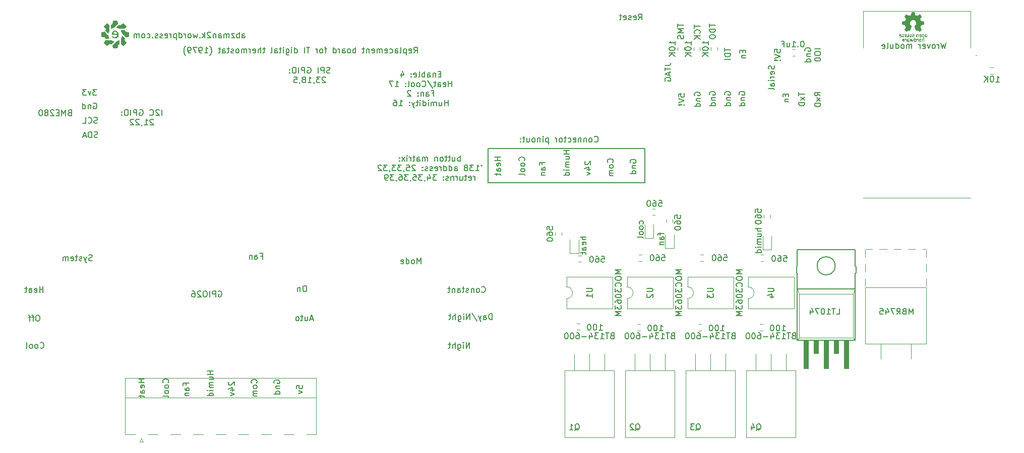
<source format=gbr>
%TF.GenerationSoftware,KiCad,Pcbnew,(6.0.0)*%
%TF.CreationDate,2022-01-24T17:43:35-05:00*%
%TF.ProjectId,TI thermostat esp32,54492074-6865-4726-9d6f-737461742065,rev?*%
%TF.SameCoordinates,Original*%
%TF.FileFunction,Legend,Bot*%
%TF.FilePolarity,Positive*%
%FSLAX46Y46*%
G04 Gerber Fmt 4.6, Leading zero omitted, Abs format (unit mm)*
G04 Created by KiCad (PCBNEW (6.0.0)) date 2022-01-24 17:43:35*
%MOMM*%
%LPD*%
G01*
G04 APERTURE LIST*
%ADD10C,0.150000*%
%ADD11C,0.120000*%
%ADD12C,0.200000*%
%ADD13C,0.100000*%
%ADD14C,0.127000*%
%ADD15C,0.010000*%
G04 APERTURE END LIST*
D10*
X154940000Y-84074000D02*
X128651000Y-84074000D01*
X128651000Y-84074000D02*
X128651000Y-78359000D01*
X128651000Y-78359000D02*
X154940000Y-78359000D01*
X154940000Y-78359000D02*
X154940000Y-84074000D01*
X184475380Y-61611000D02*
X183475380Y-61611000D01*
X183475380Y-62277666D02*
X183475380Y-62468142D01*
X183523000Y-62563380D01*
X183618238Y-62658619D01*
X183808714Y-62706238D01*
X184142047Y-62706238D01*
X184332523Y-62658619D01*
X184427761Y-62563380D01*
X184475380Y-62468142D01*
X184475380Y-62277666D01*
X184427761Y-62182428D01*
X184332523Y-62087190D01*
X184142047Y-62039571D01*
X183808714Y-62039571D01*
X183618238Y-62087190D01*
X183523000Y-62182428D01*
X183475380Y-62277666D01*
X183475380Y-63325285D02*
X183475380Y-63420523D01*
X183523000Y-63515761D01*
X183570619Y-63563380D01*
X183665857Y-63611000D01*
X183856333Y-63658619D01*
X184094428Y-63658619D01*
X184284904Y-63611000D01*
X184380142Y-63563380D01*
X184427761Y-63515761D01*
X184475380Y-63420523D01*
X184475380Y-63325285D01*
X184427761Y-63230047D01*
X184380142Y-63182428D01*
X184284904Y-63134809D01*
X184094428Y-63087190D01*
X183856333Y-63087190D01*
X183665857Y-63134809D01*
X183570619Y-63182428D01*
X183523000Y-63230047D01*
X183475380Y-63325285D01*
X73842142Y-72799380D02*
X73842142Y-71799380D01*
X73413571Y-71894619D02*
X73365952Y-71847000D01*
X73270714Y-71799380D01*
X73032619Y-71799380D01*
X72937380Y-71847000D01*
X72889761Y-71894619D01*
X72842142Y-71989857D01*
X72842142Y-72085095D01*
X72889761Y-72227952D01*
X73461190Y-72799380D01*
X72842142Y-72799380D01*
X71842142Y-72704142D02*
X71889761Y-72751761D01*
X72032619Y-72799380D01*
X72127857Y-72799380D01*
X72270714Y-72751761D01*
X72365952Y-72656523D01*
X72413571Y-72561285D01*
X72461190Y-72370809D01*
X72461190Y-72227952D01*
X72413571Y-72037476D01*
X72365952Y-71942238D01*
X72270714Y-71847000D01*
X72127857Y-71799380D01*
X72032619Y-71799380D01*
X71889761Y-71847000D01*
X71842142Y-71894619D01*
X70127857Y-71847000D02*
X70223095Y-71799380D01*
X70365952Y-71799380D01*
X70508809Y-71847000D01*
X70604047Y-71942238D01*
X70651666Y-72037476D01*
X70699285Y-72227952D01*
X70699285Y-72370809D01*
X70651666Y-72561285D01*
X70604047Y-72656523D01*
X70508809Y-72751761D01*
X70365952Y-72799380D01*
X70270714Y-72799380D01*
X70127857Y-72751761D01*
X70080238Y-72704142D01*
X70080238Y-72370809D01*
X70270714Y-72370809D01*
X69651666Y-72799380D02*
X69651666Y-71799380D01*
X69270714Y-71799380D01*
X69175476Y-71847000D01*
X69127857Y-71894619D01*
X69080238Y-71989857D01*
X69080238Y-72132714D01*
X69127857Y-72227952D01*
X69175476Y-72275571D01*
X69270714Y-72323190D01*
X69651666Y-72323190D01*
X68651666Y-72799380D02*
X68651666Y-71799380D01*
X67985000Y-71799380D02*
X67794523Y-71799380D01*
X67699285Y-71847000D01*
X67604047Y-71942238D01*
X67556428Y-72132714D01*
X67556428Y-72466047D01*
X67604047Y-72656523D01*
X67699285Y-72751761D01*
X67794523Y-72799380D01*
X67985000Y-72799380D01*
X68080238Y-72751761D01*
X68175476Y-72656523D01*
X68223095Y-72466047D01*
X68223095Y-72132714D01*
X68175476Y-71942238D01*
X68080238Y-71847000D01*
X67985000Y-71799380D01*
X67127857Y-72704142D02*
X67080238Y-72751761D01*
X67127857Y-72799380D01*
X67175476Y-72751761D01*
X67127857Y-72704142D01*
X67127857Y-72799380D01*
X67127857Y-72180333D02*
X67080238Y-72227952D01*
X67127857Y-72275571D01*
X67175476Y-72227952D01*
X67127857Y-72180333D01*
X67127857Y-72275571D01*
X72437380Y-73504619D02*
X72389761Y-73457000D01*
X72294523Y-73409380D01*
X72056428Y-73409380D01*
X71961190Y-73457000D01*
X71913571Y-73504619D01*
X71865952Y-73599857D01*
X71865952Y-73695095D01*
X71913571Y-73837952D01*
X72485000Y-74409380D01*
X71865952Y-74409380D01*
X70913571Y-74409380D02*
X71485000Y-74409380D01*
X71199285Y-74409380D02*
X71199285Y-73409380D01*
X71294523Y-73552238D01*
X71389761Y-73647476D01*
X71485000Y-73695095D01*
X70437380Y-74361761D02*
X70437380Y-74409380D01*
X70485000Y-74504619D01*
X70532619Y-74552238D01*
X70056428Y-73504619D02*
X70008809Y-73457000D01*
X69913571Y-73409380D01*
X69675476Y-73409380D01*
X69580238Y-73457000D01*
X69532619Y-73504619D01*
X69485000Y-73599857D01*
X69485000Y-73695095D01*
X69532619Y-73837952D01*
X70104047Y-74409380D01*
X69485000Y-74409380D01*
X69104047Y-73504619D02*
X69056428Y-73457000D01*
X68961190Y-73409380D01*
X68723095Y-73409380D01*
X68627857Y-73457000D01*
X68580238Y-73504619D01*
X68532619Y-73599857D01*
X68532619Y-73695095D01*
X68580238Y-73837952D01*
X69151666Y-74409380D01*
X68532619Y-74409380D01*
X53435142Y-111863142D02*
X53482761Y-111910761D01*
X53625619Y-111958380D01*
X53720857Y-111958380D01*
X53863714Y-111910761D01*
X53958952Y-111815523D01*
X54006571Y-111720285D01*
X54054190Y-111529809D01*
X54054190Y-111386952D01*
X54006571Y-111196476D01*
X53958952Y-111101238D01*
X53863714Y-111006000D01*
X53720857Y-110958380D01*
X53625619Y-110958380D01*
X53482761Y-111006000D01*
X53435142Y-111053619D01*
X52863714Y-111958380D02*
X52958952Y-111910761D01*
X53006571Y-111863142D01*
X53054190Y-111767904D01*
X53054190Y-111482190D01*
X53006571Y-111386952D01*
X52958952Y-111339333D01*
X52863714Y-111291714D01*
X52720857Y-111291714D01*
X52625619Y-111339333D01*
X52578000Y-111386952D01*
X52530380Y-111482190D01*
X52530380Y-111767904D01*
X52578000Y-111863142D01*
X52625619Y-111910761D01*
X52720857Y-111958380D01*
X52863714Y-111958380D01*
X51958952Y-111958380D02*
X52054190Y-111910761D01*
X52101809Y-111863142D01*
X52149428Y-111767904D01*
X52149428Y-111482190D01*
X52101809Y-111386952D01*
X52054190Y-111339333D01*
X51958952Y-111291714D01*
X51816095Y-111291714D01*
X51720857Y-111339333D01*
X51673238Y-111386952D01*
X51625619Y-111482190D01*
X51625619Y-111767904D01*
X51673238Y-111863142D01*
X51720857Y-111910761D01*
X51816095Y-111958380D01*
X51958952Y-111958380D01*
X51054190Y-111958380D02*
X51149428Y-111910761D01*
X51197047Y-111815523D01*
X51197047Y-110958380D01*
X92718000Y-117848142D02*
X92670380Y-117752904D01*
X92670380Y-117610047D01*
X92718000Y-117467190D01*
X92813238Y-117371952D01*
X92908476Y-117324333D01*
X93098952Y-117276714D01*
X93241809Y-117276714D01*
X93432285Y-117324333D01*
X93527523Y-117371952D01*
X93622761Y-117467190D01*
X93670380Y-117610047D01*
X93670380Y-117705285D01*
X93622761Y-117848142D01*
X93575142Y-117895761D01*
X93241809Y-117895761D01*
X93241809Y-117705285D01*
X93003714Y-118324333D02*
X93670380Y-118324333D01*
X93098952Y-118324333D02*
X93051333Y-118371952D01*
X93003714Y-118467190D01*
X93003714Y-118610047D01*
X93051333Y-118705285D01*
X93146571Y-118752904D01*
X93670380Y-118752904D01*
X93670380Y-119657666D02*
X92670380Y-119657666D01*
X93622761Y-119657666D02*
X93670380Y-119562428D01*
X93670380Y-119371952D01*
X93622761Y-119276714D01*
X93575142Y-119229095D01*
X93479904Y-119181476D01*
X93194190Y-119181476D01*
X93098952Y-119229095D01*
X93051333Y-119276714D01*
X93003714Y-119371952D01*
X93003714Y-119562428D01*
X93051333Y-119657666D01*
X205556761Y-60539380D02*
X205318666Y-61539380D01*
X205128190Y-60825095D01*
X204937714Y-61539380D01*
X204699619Y-60539380D01*
X204318666Y-61539380D02*
X204318666Y-60872714D01*
X204318666Y-61063190D02*
X204271047Y-60967952D01*
X204223428Y-60920333D01*
X204128190Y-60872714D01*
X204032952Y-60872714D01*
X203556761Y-61539380D02*
X203652000Y-61491761D01*
X203699619Y-61444142D01*
X203747238Y-61348904D01*
X203747238Y-61063190D01*
X203699619Y-60967952D01*
X203652000Y-60920333D01*
X203556761Y-60872714D01*
X203413904Y-60872714D01*
X203318666Y-60920333D01*
X203271047Y-60967952D01*
X203223428Y-61063190D01*
X203223428Y-61348904D01*
X203271047Y-61444142D01*
X203318666Y-61491761D01*
X203413904Y-61539380D01*
X203556761Y-61539380D01*
X202890095Y-60872714D02*
X202652000Y-61539380D01*
X202413904Y-60872714D01*
X201652000Y-61491761D02*
X201747238Y-61539380D01*
X201937714Y-61539380D01*
X202032952Y-61491761D01*
X202080571Y-61396523D01*
X202080571Y-61015571D01*
X202032952Y-60920333D01*
X201937714Y-60872714D01*
X201747238Y-60872714D01*
X201652000Y-60920333D01*
X201604380Y-61015571D01*
X201604380Y-61110809D01*
X202080571Y-61206047D01*
X201175809Y-61539380D02*
X201175809Y-60872714D01*
X201175809Y-61063190D02*
X201128190Y-60967952D01*
X201080571Y-60920333D01*
X200985333Y-60872714D01*
X200890095Y-60872714D01*
X199794857Y-61539380D02*
X199794857Y-60872714D01*
X199794857Y-60967952D02*
X199747238Y-60920333D01*
X199652000Y-60872714D01*
X199509142Y-60872714D01*
X199413904Y-60920333D01*
X199366285Y-61015571D01*
X199366285Y-61539380D01*
X199366285Y-61015571D02*
X199318666Y-60920333D01*
X199223428Y-60872714D01*
X199080571Y-60872714D01*
X198985333Y-60920333D01*
X198937714Y-61015571D01*
X198937714Y-61539380D01*
X198318666Y-61539380D02*
X198413904Y-61491761D01*
X198461523Y-61444142D01*
X198509142Y-61348904D01*
X198509142Y-61063190D01*
X198461523Y-60967952D01*
X198413904Y-60920333D01*
X198318666Y-60872714D01*
X198175809Y-60872714D01*
X198080571Y-60920333D01*
X198032952Y-60967952D01*
X197985333Y-61063190D01*
X197985333Y-61348904D01*
X198032952Y-61444142D01*
X198080571Y-61491761D01*
X198175809Y-61539380D01*
X198318666Y-61539380D01*
X197128190Y-61539380D02*
X197128190Y-60539380D01*
X197128190Y-61491761D02*
X197223428Y-61539380D01*
X197413904Y-61539380D01*
X197509142Y-61491761D01*
X197556761Y-61444142D01*
X197604380Y-61348904D01*
X197604380Y-61063190D01*
X197556761Y-60967952D01*
X197509142Y-60920333D01*
X197413904Y-60872714D01*
X197223428Y-60872714D01*
X197128190Y-60920333D01*
X196223428Y-60872714D02*
X196223428Y-61539380D01*
X196652000Y-60872714D02*
X196652000Y-61396523D01*
X196604380Y-61491761D01*
X196509142Y-61539380D01*
X196366285Y-61539380D01*
X196271047Y-61491761D01*
X196223428Y-61444142D01*
X195604380Y-61539380D02*
X195699619Y-61491761D01*
X195747238Y-61396523D01*
X195747238Y-60539380D01*
X194842476Y-61491761D02*
X194937714Y-61539380D01*
X195128190Y-61539380D01*
X195223428Y-61491761D01*
X195271047Y-61396523D01*
X195271047Y-61015571D01*
X195223428Y-60920333D01*
X195128190Y-60872714D01*
X194937714Y-60872714D01*
X194842476Y-60920333D01*
X194794857Y-61015571D01*
X194794857Y-61110809D01*
X195271047Y-61206047D01*
X149582142Y-80724476D02*
X149629761Y-80676857D01*
X149677380Y-80534000D01*
X149677380Y-80438761D01*
X149629761Y-80295904D01*
X149534523Y-80200666D01*
X149439285Y-80153047D01*
X149248809Y-80105428D01*
X149105952Y-80105428D01*
X148915476Y-80153047D01*
X148820238Y-80200666D01*
X148725000Y-80295904D01*
X148677380Y-80438761D01*
X148677380Y-80534000D01*
X148725000Y-80676857D01*
X148772619Y-80724476D01*
X149677380Y-81295904D02*
X149629761Y-81200666D01*
X149582142Y-81153047D01*
X149486904Y-81105428D01*
X149201190Y-81105428D01*
X149105952Y-81153047D01*
X149058333Y-81200666D01*
X149010714Y-81295904D01*
X149010714Y-81438761D01*
X149058333Y-81534000D01*
X149105952Y-81581619D01*
X149201190Y-81629238D01*
X149486904Y-81629238D01*
X149582142Y-81581619D01*
X149629761Y-81534000D01*
X149677380Y-81438761D01*
X149677380Y-81295904D01*
X149677380Y-82057809D02*
X149010714Y-82057809D01*
X149105952Y-82057809D02*
X149058333Y-82105428D01*
X149010714Y-82200666D01*
X149010714Y-82343523D01*
X149058333Y-82438761D01*
X149153571Y-82486380D01*
X149677380Y-82486380D01*
X149153571Y-82486380D02*
X149058333Y-82534000D01*
X149010714Y-82629238D01*
X149010714Y-82772095D01*
X149058333Y-82867333D01*
X149153571Y-82914952D01*
X149677380Y-82914952D01*
X146493761Y-77192142D02*
X146541380Y-77239761D01*
X146684238Y-77287380D01*
X146779476Y-77287380D01*
X146922333Y-77239761D01*
X147017571Y-77144523D01*
X147065190Y-77049285D01*
X147112809Y-76858809D01*
X147112809Y-76715952D01*
X147065190Y-76525476D01*
X147017571Y-76430238D01*
X146922333Y-76335000D01*
X146779476Y-76287380D01*
X146684238Y-76287380D01*
X146541380Y-76335000D01*
X146493761Y-76382619D01*
X145922333Y-77287380D02*
X146017571Y-77239761D01*
X146065190Y-77192142D01*
X146112809Y-77096904D01*
X146112809Y-76811190D01*
X146065190Y-76715952D01*
X146017571Y-76668333D01*
X145922333Y-76620714D01*
X145779476Y-76620714D01*
X145684238Y-76668333D01*
X145636619Y-76715952D01*
X145589000Y-76811190D01*
X145589000Y-77096904D01*
X145636619Y-77192142D01*
X145684238Y-77239761D01*
X145779476Y-77287380D01*
X145922333Y-77287380D01*
X145160428Y-76620714D02*
X145160428Y-77287380D01*
X145160428Y-76715952D02*
X145112809Y-76668333D01*
X145017571Y-76620714D01*
X144874714Y-76620714D01*
X144779476Y-76668333D01*
X144731857Y-76763571D01*
X144731857Y-77287380D01*
X144255666Y-76620714D02*
X144255666Y-77287380D01*
X144255666Y-76715952D02*
X144208047Y-76668333D01*
X144112809Y-76620714D01*
X143969952Y-76620714D01*
X143874714Y-76668333D01*
X143827095Y-76763571D01*
X143827095Y-77287380D01*
X142969952Y-77239761D02*
X143065190Y-77287380D01*
X143255666Y-77287380D01*
X143350904Y-77239761D01*
X143398523Y-77144523D01*
X143398523Y-76763571D01*
X143350904Y-76668333D01*
X143255666Y-76620714D01*
X143065190Y-76620714D01*
X142969952Y-76668333D01*
X142922333Y-76763571D01*
X142922333Y-76858809D01*
X143398523Y-76954047D01*
X142065190Y-77239761D02*
X142160428Y-77287380D01*
X142350904Y-77287380D01*
X142446142Y-77239761D01*
X142493761Y-77192142D01*
X142541380Y-77096904D01*
X142541380Y-76811190D01*
X142493761Y-76715952D01*
X142446142Y-76668333D01*
X142350904Y-76620714D01*
X142160428Y-76620714D01*
X142065190Y-76668333D01*
X141779476Y-76620714D02*
X141398523Y-76620714D01*
X141636619Y-76287380D02*
X141636619Y-77144523D01*
X141589000Y-77239761D01*
X141493761Y-77287380D01*
X141398523Y-77287380D01*
X140922333Y-77287380D02*
X141017571Y-77239761D01*
X141065190Y-77192142D01*
X141112809Y-77096904D01*
X141112809Y-76811190D01*
X141065190Y-76715952D01*
X141017571Y-76668333D01*
X140922333Y-76620714D01*
X140779476Y-76620714D01*
X140684238Y-76668333D01*
X140636619Y-76715952D01*
X140589000Y-76811190D01*
X140589000Y-77096904D01*
X140636619Y-77192142D01*
X140684238Y-77239761D01*
X140779476Y-77287380D01*
X140922333Y-77287380D01*
X140160428Y-77287380D02*
X140160428Y-76620714D01*
X140160428Y-76811190D02*
X140112809Y-76715952D01*
X140065190Y-76668333D01*
X139969952Y-76620714D01*
X139874714Y-76620714D01*
X138779476Y-76620714D02*
X138779476Y-77620714D01*
X138779476Y-76668333D02*
X138684238Y-76620714D01*
X138493761Y-76620714D01*
X138398523Y-76668333D01*
X138350904Y-76715952D01*
X138303285Y-76811190D01*
X138303285Y-77096904D01*
X138350904Y-77192142D01*
X138398523Y-77239761D01*
X138493761Y-77287380D01*
X138684238Y-77287380D01*
X138779476Y-77239761D01*
X137874714Y-77287380D02*
X137874714Y-76620714D01*
X137874714Y-76287380D02*
X137922333Y-76335000D01*
X137874714Y-76382619D01*
X137827095Y-76335000D01*
X137874714Y-76287380D01*
X137874714Y-76382619D01*
X137398523Y-76620714D02*
X137398523Y-77287380D01*
X137398523Y-76715952D02*
X137350904Y-76668333D01*
X137255666Y-76620714D01*
X137112809Y-76620714D01*
X137017571Y-76668333D01*
X136969952Y-76763571D01*
X136969952Y-77287380D01*
X136350904Y-77287380D02*
X136446142Y-77239761D01*
X136493761Y-77192142D01*
X136541380Y-77096904D01*
X136541380Y-76811190D01*
X136493761Y-76715952D01*
X136446142Y-76668333D01*
X136350904Y-76620714D01*
X136208047Y-76620714D01*
X136112809Y-76668333D01*
X136065190Y-76715952D01*
X136017571Y-76811190D01*
X136017571Y-77096904D01*
X136065190Y-77192142D01*
X136112809Y-77239761D01*
X136208047Y-77287380D01*
X136350904Y-77287380D01*
X135160428Y-76620714D02*
X135160428Y-77287380D01*
X135589000Y-76620714D02*
X135589000Y-77144523D01*
X135541380Y-77239761D01*
X135446142Y-77287380D01*
X135303285Y-77287380D01*
X135208047Y-77239761D01*
X135160428Y-77192142D01*
X134827095Y-76620714D02*
X134446142Y-76620714D01*
X134684238Y-76287380D02*
X134684238Y-77144523D01*
X134636619Y-77239761D01*
X134541380Y-77287380D01*
X134446142Y-77287380D01*
X134112809Y-77192142D02*
X134065190Y-77239761D01*
X134112809Y-77287380D01*
X134160428Y-77239761D01*
X134112809Y-77192142D01*
X134112809Y-77287380D01*
X134112809Y-76668333D02*
X134065190Y-76715952D01*
X134112809Y-76763571D01*
X134160428Y-76715952D01*
X134112809Y-76668333D01*
X134112809Y-76763571D01*
X53903380Y-102560380D02*
X53903380Y-101560380D01*
X53903380Y-102036571D02*
X53331952Y-102036571D01*
X53331952Y-102560380D02*
X53331952Y-101560380D01*
X52474809Y-102512761D02*
X52570047Y-102560380D01*
X52760523Y-102560380D01*
X52855761Y-102512761D01*
X52903380Y-102417523D01*
X52903380Y-102036571D01*
X52855761Y-101941333D01*
X52760523Y-101893714D01*
X52570047Y-101893714D01*
X52474809Y-101941333D01*
X52427190Y-102036571D01*
X52427190Y-102131809D01*
X52903380Y-102227047D01*
X51570047Y-102560380D02*
X51570047Y-102036571D01*
X51617666Y-101941333D01*
X51712904Y-101893714D01*
X51903380Y-101893714D01*
X51998619Y-101941333D01*
X51570047Y-102512761D02*
X51665285Y-102560380D01*
X51903380Y-102560380D01*
X51998619Y-102512761D01*
X52046238Y-102417523D01*
X52046238Y-102322285D01*
X51998619Y-102227047D01*
X51903380Y-102179428D01*
X51665285Y-102179428D01*
X51570047Y-102131809D01*
X51236714Y-101893714D02*
X50855761Y-101893714D01*
X51093857Y-101560380D02*
X51093857Y-102417523D01*
X51046238Y-102512761D01*
X50951000Y-102560380D01*
X50855761Y-102560380D01*
X70937380Y-117165619D02*
X69937380Y-117165619D01*
X70413571Y-117165619D02*
X70413571Y-117737047D01*
X70937380Y-117737047D02*
X69937380Y-117737047D01*
X70889761Y-118594190D02*
X70937380Y-118498952D01*
X70937380Y-118308476D01*
X70889761Y-118213238D01*
X70794523Y-118165619D01*
X70413571Y-118165619D01*
X70318333Y-118213238D01*
X70270714Y-118308476D01*
X70270714Y-118498952D01*
X70318333Y-118594190D01*
X70413571Y-118641809D01*
X70508809Y-118641809D01*
X70604047Y-118165619D01*
X70937380Y-119498952D02*
X70413571Y-119498952D01*
X70318333Y-119451333D01*
X70270714Y-119356095D01*
X70270714Y-119165619D01*
X70318333Y-119070380D01*
X70889761Y-119498952D02*
X70937380Y-119403714D01*
X70937380Y-119165619D01*
X70889761Y-119070380D01*
X70794523Y-119022761D01*
X70699285Y-119022761D01*
X70604047Y-119070380D01*
X70556428Y-119165619D01*
X70556428Y-119403714D01*
X70508809Y-119498952D01*
X70270714Y-119832285D02*
X70270714Y-120213238D01*
X69937380Y-119975142D02*
X70794523Y-119975142D01*
X70889761Y-120022761D01*
X70937380Y-120118000D01*
X70937380Y-120213238D01*
X127571190Y-102465142D02*
X127618809Y-102512761D01*
X127761666Y-102560380D01*
X127856904Y-102560380D01*
X127999761Y-102512761D01*
X128095000Y-102417523D01*
X128142619Y-102322285D01*
X128190238Y-102131809D01*
X128190238Y-101988952D01*
X128142619Y-101798476D01*
X128095000Y-101703238D01*
X127999761Y-101608000D01*
X127856904Y-101560380D01*
X127761666Y-101560380D01*
X127618809Y-101608000D01*
X127571190Y-101655619D01*
X126999761Y-102560380D02*
X127095000Y-102512761D01*
X127142619Y-102465142D01*
X127190238Y-102369904D01*
X127190238Y-102084190D01*
X127142619Y-101988952D01*
X127095000Y-101941333D01*
X126999761Y-101893714D01*
X126856904Y-101893714D01*
X126761666Y-101941333D01*
X126714047Y-101988952D01*
X126666428Y-102084190D01*
X126666428Y-102369904D01*
X126714047Y-102465142D01*
X126761666Y-102512761D01*
X126856904Y-102560380D01*
X126999761Y-102560380D01*
X126237857Y-101893714D02*
X126237857Y-102560380D01*
X126237857Y-101988952D02*
X126190238Y-101941333D01*
X126095000Y-101893714D01*
X125952142Y-101893714D01*
X125856904Y-101941333D01*
X125809285Y-102036571D01*
X125809285Y-102560380D01*
X125380714Y-102512761D02*
X125285476Y-102560380D01*
X125095000Y-102560380D01*
X124999761Y-102512761D01*
X124952142Y-102417523D01*
X124952142Y-102369904D01*
X124999761Y-102274666D01*
X125095000Y-102227047D01*
X125237857Y-102227047D01*
X125333095Y-102179428D01*
X125380714Y-102084190D01*
X125380714Y-102036571D01*
X125333095Y-101941333D01*
X125237857Y-101893714D01*
X125095000Y-101893714D01*
X124999761Y-101941333D01*
X124666428Y-101893714D02*
X124285476Y-101893714D01*
X124523571Y-101560380D02*
X124523571Y-102417523D01*
X124475952Y-102512761D01*
X124380714Y-102560380D01*
X124285476Y-102560380D01*
X123523571Y-102560380D02*
X123523571Y-102036571D01*
X123571190Y-101941333D01*
X123666428Y-101893714D01*
X123856904Y-101893714D01*
X123952142Y-101941333D01*
X123523571Y-102512761D02*
X123618809Y-102560380D01*
X123856904Y-102560380D01*
X123952142Y-102512761D01*
X123999761Y-102417523D01*
X123999761Y-102322285D01*
X123952142Y-102227047D01*
X123856904Y-102179428D01*
X123618809Y-102179428D01*
X123523571Y-102131809D01*
X123047380Y-101893714D02*
X123047380Y-102560380D01*
X123047380Y-101988952D02*
X122999761Y-101941333D01*
X122904523Y-101893714D01*
X122761666Y-101893714D01*
X122666428Y-101941333D01*
X122618809Y-102036571D01*
X122618809Y-102560380D01*
X122285476Y-101893714D02*
X121904523Y-101893714D01*
X122142619Y-101560380D02*
X122142619Y-102417523D01*
X122095000Y-102512761D01*
X121999761Y-102560380D01*
X121904523Y-102560380D01*
X123991047Y-80503380D02*
X123991047Y-79503380D01*
X123991047Y-79884333D02*
X123895809Y-79836714D01*
X123705333Y-79836714D01*
X123610095Y-79884333D01*
X123562476Y-79931952D01*
X123514857Y-80027190D01*
X123514857Y-80312904D01*
X123562476Y-80408142D01*
X123610095Y-80455761D01*
X123705333Y-80503380D01*
X123895809Y-80503380D01*
X123991047Y-80455761D01*
X122657714Y-79836714D02*
X122657714Y-80503380D01*
X123086285Y-79836714D02*
X123086285Y-80360523D01*
X123038666Y-80455761D01*
X122943428Y-80503380D01*
X122800571Y-80503380D01*
X122705333Y-80455761D01*
X122657714Y-80408142D01*
X122324380Y-79836714D02*
X121943428Y-79836714D01*
X122181523Y-79503380D02*
X122181523Y-80360523D01*
X122133904Y-80455761D01*
X122038666Y-80503380D01*
X121943428Y-80503380D01*
X121752952Y-79836714D02*
X121372000Y-79836714D01*
X121610095Y-79503380D02*
X121610095Y-80360523D01*
X121562476Y-80455761D01*
X121467238Y-80503380D01*
X121372000Y-80503380D01*
X120895809Y-80503380D02*
X120991047Y-80455761D01*
X121038666Y-80408142D01*
X121086285Y-80312904D01*
X121086285Y-80027190D01*
X121038666Y-79931952D01*
X120991047Y-79884333D01*
X120895809Y-79836714D01*
X120752952Y-79836714D01*
X120657714Y-79884333D01*
X120610095Y-79931952D01*
X120562476Y-80027190D01*
X120562476Y-80312904D01*
X120610095Y-80408142D01*
X120657714Y-80455761D01*
X120752952Y-80503380D01*
X120895809Y-80503380D01*
X120133904Y-79836714D02*
X120133904Y-80503380D01*
X120133904Y-79931952D02*
X120086285Y-79884333D01*
X119991047Y-79836714D01*
X119848190Y-79836714D01*
X119752952Y-79884333D01*
X119705333Y-79979571D01*
X119705333Y-80503380D01*
X118467238Y-80503380D02*
X118467238Y-79836714D01*
X118467238Y-79931952D02*
X118419619Y-79884333D01*
X118324380Y-79836714D01*
X118181523Y-79836714D01*
X118086285Y-79884333D01*
X118038666Y-79979571D01*
X118038666Y-80503380D01*
X118038666Y-79979571D02*
X117991047Y-79884333D01*
X117895809Y-79836714D01*
X117752952Y-79836714D01*
X117657714Y-79884333D01*
X117610095Y-79979571D01*
X117610095Y-80503380D01*
X116705333Y-80503380D02*
X116705333Y-79979571D01*
X116752952Y-79884333D01*
X116848190Y-79836714D01*
X117038666Y-79836714D01*
X117133904Y-79884333D01*
X116705333Y-80455761D02*
X116800571Y-80503380D01*
X117038666Y-80503380D01*
X117133904Y-80455761D01*
X117181523Y-80360523D01*
X117181523Y-80265285D01*
X117133904Y-80170047D01*
X117038666Y-80122428D01*
X116800571Y-80122428D01*
X116705333Y-80074809D01*
X116372000Y-79836714D02*
X115991047Y-79836714D01*
X116229142Y-79503380D02*
X116229142Y-80360523D01*
X116181523Y-80455761D01*
X116086285Y-80503380D01*
X115991047Y-80503380D01*
X115657714Y-80503380D02*
X115657714Y-79836714D01*
X115657714Y-80027190D02*
X115610095Y-79931952D01*
X115562476Y-79884333D01*
X115467238Y-79836714D01*
X115372000Y-79836714D01*
X115038666Y-80503380D02*
X115038666Y-79836714D01*
X115038666Y-79503380D02*
X115086285Y-79551000D01*
X115038666Y-79598619D01*
X114991047Y-79551000D01*
X115038666Y-79503380D01*
X115038666Y-79598619D01*
X114657714Y-80503380D02*
X114133904Y-79836714D01*
X114657714Y-79836714D02*
X114133904Y-80503380D01*
X113752952Y-80408142D02*
X113705333Y-80455761D01*
X113752952Y-80503380D01*
X113800571Y-80455761D01*
X113752952Y-80408142D01*
X113752952Y-80503380D01*
X113752952Y-79884333D02*
X113705333Y-79931952D01*
X113752952Y-79979571D01*
X113800571Y-79931952D01*
X113752952Y-79884333D01*
X113752952Y-79979571D01*
X127491047Y-81113380D02*
X127586285Y-81303857D01*
X126538666Y-82113380D02*
X127110095Y-82113380D01*
X126824380Y-82113380D02*
X126824380Y-81113380D01*
X126919619Y-81256238D01*
X127014857Y-81351476D01*
X127110095Y-81399095D01*
X126205333Y-81113380D02*
X125586285Y-81113380D01*
X125919619Y-81494333D01*
X125776761Y-81494333D01*
X125681523Y-81541952D01*
X125633904Y-81589571D01*
X125586285Y-81684809D01*
X125586285Y-81922904D01*
X125633904Y-82018142D01*
X125681523Y-82065761D01*
X125776761Y-82113380D01*
X126062476Y-82113380D01*
X126157714Y-82065761D01*
X126205333Y-82018142D01*
X125014857Y-81541952D02*
X125110095Y-81494333D01*
X125157714Y-81446714D01*
X125205333Y-81351476D01*
X125205333Y-81303857D01*
X125157714Y-81208619D01*
X125110095Y-81161000D01*
X125014857Y-81113380D01*
X124824380Y-81113380D01*
X124729142Y-81161000D01*
X124681523Y-81208619D01*
X124633904Y-81303857D01*
X124633904Y-81351476D01*
X124681523Y-81446714D01*
X124729142Y-81494333D01*
X124824380Y-81541952D01*
X125014857Y-81541952D01*
X125110095Y-81589571D01*
X125157714Y-81637190D01*
X125205333Y-81732428D01*
X125205333Y-81922904D01*
X125157714Y-82018142D01*
X125110095Y-82065761D01*
X125014857Y-82113380D01*
X124824380Y-82113380D01*
X124729142Y-82065761D01*
X124681523Y-82018142D01*
X124633904Y-81922904D01*
X124633904Y-81732428D01*
X124681523Y-81637190D01*
X124729142Y-81589571D01*
X124824380Y-81541952D01*
X123014857Y-82113380D02*
X123014857Y-81589571D01*
X123062476Y-81494333D01*
X123157714Y-81446714D01*
X123348190Y-81446714D01*
X123443428Y-81494333D01*
X123014857Y-82065761D02*
X123110095Y-82113380D01*
X123348190Y-82113380D01*
X123443428Y-82065761D01*
X123491047Y-81970523D01*
X123491047Y-81875285D01*
X123443428Y-81780047D01*
X123348190Y-81732428D01*
X123110095Y-81732428D01*
X123014857Y-81684809D01*
X122110095Y-82113380D02*
X122110095Y-81113380D01*
X122110095Y-82065761D02*
X122205333Y-82113380D01*
X122395809Y-82113380D01*
X122491047Y-82065761D01*
X122538666Y-82018142D01*
X122586285Y-81922904D01*
X122586285Y-81637190D01*
X122538666Y-81541952D01*
X122491047Y-81494333D01*
X122395809Y-81446714D01*
X122205333Y-81446714D01*
X122110095Y-81494333D01*
X121205333Y-82113380D02*
X121205333Y-81113380D01*
X121205333Y-82065761D02*
X121300571Y-82113380D01*
X121491047Y-82113380D01*
X121586285Y-82065761D01*
X121633904Y-82018142D01*
X121681523Y-81922904D01*
X121681523Y-81637190D01*
X121633904Y-81541952D01*
X121586285Y-81494333D01*
X121491047Y-81446714D01*
X121300571Y-81446714D01*
X121205333Y-81494333D01*
X120729142Y-82113380D02*
X120729142Y-81446714D01*
X120729142Y-81637190D02*
X120681523Y-81541952D01*
X120633904Y-81494333D01*
X120538666Y-81446714D01*
X120443428Y-81446714D01*
X119729142Y-82065761D02*
X119824380Y-82113380D01*
X120014857Y-82113380D01*
X120110095Y-82065761D01*
X120157714Y-81970523D01*
X120157714Y-81589571D01*
X120110095Y-81494333D01*
X120014857Y-81446714D01*
X119824380Y-81446714D01*
X119729142Y-81494333D01*
X119681523Y-81589571D01*
X119681523Y-81684809D01*
X120157714Y-81780047D01*
X119300571Y-82065761D02*
X119205333Y-82113380D01*
X119014857Y-82113380D01*
X118919619Y-82065761D01*
X118872000Y-81970523D01*
X118872000Y-81922904D01*
X118919619Y-81827666D01*
X119014857Y-81780047D01*
X119157714Y-81780047D01*
X119252952Y-81732428D01*
X119300571Y-81637190D01*
X119300571Y-81589571D01*
X119252952Y-81494333D01*
X119157714Y-81446714D01*
X119014857Y-81446714D01*
X118919619Y-81494333D01*
X118491047Y-82065761D02*
X118395809Y-82113380D01*
X118205333Y-82113380D01*
X118110095Y-82065761D01*
X118062476Y-81970523D01*
X118062476Y-81922904D01*
X118110095Y-81827666D01*
X118205333Y-81780047D01*
X118348190Y-81780047D01*
X118443428Y-81732428D01*
X118491047Y-81637190D01*
X118491047Y-81589571D01*
X118443428Y-81494333D01*
X118348190Y-81446714D01*
X118205333Y-81446714D01*
X118110095Y-81494333D01*
X117633904Y-82018142D02*
X117586285Y-82065761D01*
X117633904Y-82113380D01*
X117681523Y-82065761D01*
X117633904Y-82018142D01*
X117633904Y-82113380D01*
X117633904Y-81494333D02*
X117586285Y-81541952D01*
X117633904Y-81589571D01*
X117681523Y-81541952D01*
X117633904Y-81494333D01*
X117633904Y-81589571D01*
X116443428Y-81208619D02*
X116395809Y-81161000D01*
X116300571Y-81113380D01*
X116062476Y-81113380D01*
X115967238Y-81161000D01*
X115919619Y-81208619D01*
X115872000Y-81303857D01*
X115872000Y-81399095D01*
X115919619Y-81541952D01*
X116491047Y-82113380D01*
X115872000Y-82113380D01*
X114967238Y-81113380D02*
X115443428Y-81113380D01*
X115491047Y-81589571D01*
X115443428Y-81541952D01*
X115348190Y-81494333D01*
X115110095Y-81494333D01*
X115014857Y-81541952D01*
X114967238Y-81589571D01*
X114919619Y-81684809D01*
X114919619Y-81922904D01*
X114967238Y-82018142D01*
X115014857Y-82065761D01*
X115110095Y-82113380D01*
X115348190Y-82113380D01*
X115443428Y-82065761D01*
X115491047Y-82018142D01*
X114443428Y-82065761D02*
X114443428Y-82113380D01*
X114491047Y-82208619D01*
X114538666Y-82256238D01*
X114110095Y-81113380D02*
X113491047Y-81113380D01*
X113824380Y-81494333D01*
X113681523Y-81494333D01*
X113586285Y-81541952D01*
X113538666Y-81589571D01*
X113491047Y-81684809D01*
X113491047Y-81922904D01*
X113538666Y-82018142D01*
X113586285Y-82065761D01*
X113681523Y-82113380D01*
X113967238Y-82113380D01*
X114062476Y-82065761D01*
X114110095Y-82018142D01*
X113157714Y-81113380D02*
X112538666Y-81113380D01*
X112872000Y-81494333D01*
X112729142Y-81494333D01*
X112633904Y-81541952D01*
X112586285Y-81589571D01*
X112538666Y-81684809D01*
X112538666Y-81922904D01*
X112586285Y-82018142D01*
X112633904Y-82065761D01*
X112729142Y-82113380D01*
X113014857Y-82113380D01*
X113110095Y-82065761D01*
X113157714Y-82018142D01*
X112062476Y-82065761D02*
X112062476Y-82113380D01*
X112110095Y-82208619D01*
X112157714Y-82256238D01*
X111729142Y-81113380D02*
X111110095Y-81113380D01*
X111443428Y-81494333D01*
X111300571Y-81494333D01*
X111205333Y-81541952D01*
X111157714Y-81589571D01*
X111110095Y-81684809D01*
X111110095Y-81922904D01*
X111157714Y-82018142D01*
X111205333Y-82065761D01*
X111300571Y-82113380D01*
X111586285Y-82113380D01*
X111681523Y-82065761D01*
X111729142Y-82018142D01*
X110729142Y-81208619D02*
X110681523Y-81161000D01*
X110586285Y-81113380D01*
X110348190Y-81113380D01*
X110252952Y-81161000D01*
X110205333Y-81208619D01*
X110157714Y-81303857D01*
X110157714Y-81399095D01*
X110205333Y-81541952D01*
X110776761Y-82113380D01*
X110157714Y-82113380D01*
X126419619Y-83723380D02*
X126419619Y-83056714D01*
X126419619Y-83247190D02*
X126372000Y-83151952D01*
X126324380Y-83104333D01*
X126229142Y-83056714D01*
X126133904Y-83056714D01*
X125419619Y-83675761D02*
X125514857Y-83723380D01*
X125705333Y-83723380D01*
X125800571Y-83675761D01*
X125848190Y-83580523D01*
X125848190Y-83199571D01*
X125800571Y-83104333D01*
X125705333Y-83056714D01*
X125514857Y-83056714D01*
X125419619Y-83104333D01*
X125372000Y-83199571D01*
X125372000Y-83294809D01*
X125848190Y-83390047D01*
X125086285Y-83056714D02*
X124705333Y-83056714D01*
X124943428Y-82723380D02*
X124943428Y-83580523D01*
X124895809Y-83675761D01*
X124800571Y-83723380D01*
X124705333Y-83723380D01*
X123943428Y-83056714D02*
X123943428Y-83723380D01*
X124372000Y-83056714D02*
X124372000Y-83580523D01*
X124324380Y-83675761D01*
X124229142Y-83723380D01*
X124086285Y-83723380D01*
X123991047Y-83675761D01*
X123943428Y-83628142D01*
X123467238Y-83723380D02*
X123467238Y-83056714D01*
X123467238Y-83247190D02*
X123419619Y-83151952D01*
X123372000Y-83104333D01*
X123276761Y-83056714D01*
X123181523Y-83056714D01*
X122848190Y-83056714D02*
X122848190Y-83723380D01*
X122848190Y-83151952D02*
X122800571Y-83104333D01*
X122705333Y-83056714D01*
X122562476Y-83056714D01*
X122467238Y-83104333D01*
X122419619Y-83199571D01*
X122419619Y-83723380D01*
X121991047Y-83675761D02*
X121895809Y-83723380D01*
X121705333Y-83723380D01*
X121610095Y-83675761D01*
X121562476Y-83580523D01*
X121562476Y-83532904D01*
X121610095Y-83437666D01*
X121705333Y-83390047D01*
X121848190Y-83390047D01*
X121943428Y-83342428D01*
X121991047Y-83247190D01*
X121991047Y-83199571D01*
X121943428Y-83104333D01*
X121848190Y-83056714D01*
X121705333Y-83056714D01*
X121610095Y-83104333D01*
X121133904Y-83628142D02*
X121086285Y-83675761D01*
X121133904Y-83723380D01*
X121181523Y-83675761D01*
X121133904Y-83628142D01*
X121133904Y-83723380D01*
X121133904Y-83104333D02*
X121086285Y-83151952D01*
X121133904Y-83199571D01*
X121181523Y-83151952D01*
X121133904Y-83104333D01*
X121133904Y-83199571D01*
X119991047Y-82723380D02*
X119372000Y-82723380D01*
X119705333Y-83104333D01*
X119562476Y-83104333D01*
X119467238Y-83151952D01*
X119419619Y-83199571D01*
X119372000Y-83294809D01*
X119372000Y-83532904D01*
X119419619Y-83628142D01*
X119467238Y-83675761D01*
X119562476Y-83723380D01*
X119848190Y-83723380D01*
X119943428Y-83675761D01*
X119991047Y-83628142D01*
X118514857Y-83056714D02*
X118514857Y-83723380D01*
X118752952Y-82675761D02*
X118991047Y-83390047D01*
X118372000Y-83390047D01*
X117943428Y-83675761D02*
X117943428Y-83723380D01*
X117991047Y-83818619D01*
X118038666Y-83866238D01*
X117610095Y-82723380D02*
X116991047Y-82723380D01*
X117324380Y-83104333D01*
X117181523Y-83104333D01*
X117086285Y-83151952D01*
X117038666Y-83199571D01*
X116991047Y-83294809D01*
X116991047Y-83532904D01*
X117038666Y-83628142D01*
X117086285Y-83675761D01*
X117181523Y-83723380D01*
X117467238Y-83723380D01*
X117562476Y-83675761D01*
X117610095Y-83628142D01*
X116086285Y-82723380D02*
X116562476Y-82723380D01*
X116610095Y-83199571D01*
X116562476Y-83151952D01*
X116467238Y-83104333D01*
X116229142Y-83104333D01*
X116133904Y-83151952D01*
X116086285Y-83199571D01*
X116038666Y-83294809D01*
X116038666Y-83532904D01*
X116086285Y-83628142D01*
X116133904Y-83675761D01*
X116229142Y-83723380D01*
X116467238Y-83723380D01*
X116562476Y-83675761D01*
X116610095Y-83628142D01*
X115562476Y-83675761D02*
X115562476Y-83723380D01*
X115610095Y-83818619D01*
X115657714Y-83866238D01*
X115229142Y-82723380D02*
X114610095Y-82723380D01*
X114943428Y-83104333D01*
X114800571Y-83104333D01*
X114705333Y-83151952D01*
X114657714Y-83199571D01*
X114610095Y-83294809D01*
X114610095Y-83532904D01*
X114657714Y-83628142D01*
X114705333Y-83675761D01*
X114800571Y-83723380D01*
X115086285Y-83723380D01*
X115181523Y-83675761D01*
X115229142Y-83628142D01*
X113752952Y-82723380D02*
X113943428Y-82723380D01*
X114038666Y-82771000D01*
X114086285Y-82818619D01*
X114181523Y-82961476D01*
X114229142Y-83151952D01*
X114229142Y-83532904D01*
X114181523Y-83628142D01*
X114133904Y-83675761D01*
X114038666Y-83723380D01*
X113848190Y-83723380D01*
X113752952Y-83675761D01*
X113705333Y-83628142D01*
X113657714Y-83532904D01*
X113657714Y-83294809D01*
X113705333Y-83199571D01*
X113752952Y-83151952D01*
X113848190Y-83104333D01*
X114038666Y-83104333D01*
X114133904Y-83151952D01*
X114181523Y-83199571D01*
X114229142Y-83294809D01*
X113181523Y-83675761D02*
X113181523Y-83723380D01*
X113229142Y-83818619D01*
X113276761Y-83866238D01*
X112848190Y-82723380D02*
X112229142Y-82723380D01*
X112562476Y-83104333D01*
X112419619Y-83104333D01*
X112324380Y-83151952D01*
X112276761Y-83199571D01*
X112229142Y-83294809D01*
X112229142Y-83532904D01*
X112276761Y-83628142D01*
X112324380Y-83675761D01*
X112419619Y-83723380D01*
X112705333Y-83723380D01*
X112800571Y-83675761D01*
X112848190Y-83628142D01*
X111752952Y-83723380D02*
X111562476Y-83723380D01*
X111467238Y-83675761D01*
X111419619Y-83628142D01*
X111324380Y-83485285D01*
X111276761Y-83294809D01*
X111276761Y-82913857D01*
X111324380Y-82818619D01*
X111372000Y-82771000D01*
X111467238Y-82723380D01*
X111657714Y-82723380D01*
X111752952Y-82771000D01*
X111800571Y-82818619D01*
X111848190Y-82913857D01*
X111848190Y-83151952D01*
X111800571Y-83247190D01*
X111752952Y-83294809D01*
X111657714Y-83342428D01*
X111467238Y-83342428D01*
X111372000Y-83294809D01*
X111324380Y-83247190D01*
X111276761Y-83151952D01*
X83359380Y-102370000D02*
X83454619Y-102322380D01*
X83597476Y-102322380D01*
X83740333Y-102370000D01*
X83835571Y-102465238D01*
X83883190Y-102560476D01*
X83930809Y-102750952D01*
X83930809Y-102893809D01*
X83883190Y-103084285D01*
X83835571Y-103179523D01*
X83740333Y-103274761D01*
X83597476Y-103322380D01*
X83502238Y-103322380D01*
X83359380Y-103274761D01*
X83311761Y-103227142D01*
X83311761Y-102893809D01*
X83502238Y-102893809D01*
X82883190Y-103322380D02*
X82883190Y-102322380D01*
X82502238Y-102322380D01*
X82407000Y-102370000D01*
X82359380Y-102417619D01*
X82311761Y-102512857D01*
X82311761Y-102655714D01*
X82359380Y-102750952D01*
X82407000Y-102798571D01*
X82502238Y-102846190D01*
X82883190Y-102846190D01*
X81883190Y-103322380D02*
X81883190Y-102322380D01*
X81216523Y-102322380D02*
X81026047Y-102322380D01*
X80930809Y-102370000D01*
X80835571Y-102465238D01*
X80787952Y-102655714D01*
X80787952Y-102989047D01*
X80835571Y-103179523D01*
X80930809Y-103274761D01*
X81026047Y-103322380D01*
X81216523Y-103322380D01*
X81311761Y-103274761D01*
X81407000Y-103179523D01*
X81454619Y-102989047D01*
X81454619Y-102655714D01*
X81407000Y-102465238D01*
X81311761Y-102370000D01*
X81216523Y-102322380D01*
X80407000Y-102417619D02*
X80359380Y-102370000D01*
X80264142Y-102322380D01*
X80026047Y-102322380D01*
X79930809Y-102370000D01*
X79883190Y-102417619D01*
X79835571Y-102512857D01*
X79835571Y-102608095D01*
X79883190Y-102750952D01*
X80454619Y-103322380D01*
X79835571Y-103322380D01*
X78978428Y-102322380D02*
X79168904Y-102322380D01*
X79264142Y-102370000D01*
X79311761Y-102417619D01*
X79407000Y-102560476D01*
X79454619Y-102750952D01*
X79454619Y-103131904D01*
X79407000Y-103227142D01*
X79359380Y-103274761D01*
X79264142Y-103322380D01*
X79073666Y-103322380D01*
X78978428Y-103274761D01*
X78930809Y-103227142D01*
X78883190Y-103131904D01*
X78883190Y-102893809D01*
X78930809Y-102798571D01*
X78978428Y-102750952D01*
X79073666Y-102703333D01*
X79264142Y-102703333D01*
X79359380Y-102750952D01*
X79407000Y-102798571D01*
X79454619Y-102893809D01*
X97956619Y-101433380D02*
X97766142Y-101433380D01*
X97670904Y-101481000D01*
X97575666Y-101576238D01*
X97528047Y-101766714D01*
X97528047Y-102100047D01*
X97575666Y-102290523D01*
X97670904Y-102385761D01*
X97766142Y-102433380D01*
X97956619Y-102433380D01*
X98051857Y-102385761D01*
X98147095Y-102290523D01*
X98194714Y-102100047D01*
X98194714Y-101766714D01*
X98147095Y-101576238D01*
X98051857Y-101481000D01*
X97956619Y-101433380D01*
X97099476Y-101766714D02*
X97099476Y-102433380D01*
X97099476Y-101861952D02*
X97051857Y-101814333D01*
X96956619Y-101766714D01*
X96813761Y-101766714D01*
X96718523Y-101814333D01*
X96670904Y-101909571D01*
X96670904Y-102433380D01*
X129301428Y-107132380D02*
X129301428Y-106132380D01*
X129063333Y-106132380D01*
X128920476Y-106180000D01*
X128825238Y-106275238D01*
X128777619Y-106370476D01*
X128730000Y-106560952D01*
X128730000Y-106703809D01*
X128777619Y-106894285D01*
X128825238Y-106989523D01*
X128920476Y-107084761D01*
X129063333Y-107132380D01*
X129301428Y-107132380D01*
X127872857Y-107132380D02*
X127872857Y-106608571D01*
X127920476Y-106513333D01*
X128015714Y-106465714D01*
X128206190Y-106465714D01*
X128301428Y-106513333D01*
X127872857Y-107084761D02*
X127968095Y-107132380D01*
X128206190Y-107132380D01*
X128301428Y-107084761D01*
X128349047Y-106989523D01*
X128349047Y-106894285D01*
X128301428Y-106799047D01*
X128206190Y-106751428D01*
X127968095Y-106751428D01*
X127872857Y-106703809D01*
X127491904Y-106465714D02*
X127253809Y-107132380D01*
X127015714Y-106465714D02*
X127253809Y-107132380D01*
X127349047Y-107370476D01*
X127396666Y-107418095D01*
X127491904Y-107465714D01*
X125920476Y-106084761D02*
X126777619Y-107370476D01*
X125587142Y-107132380D02*
X125587142Y-106132380D01*
X125015714Y-107132380D01*
X125015714Y-106132380D01*
X124539523Y-107132380D02*
X124539523Y-106465714D01*
X124539523Y-106132380D02*
X124587142Y-106180000D01*
X124539523Y-106227619D01*
X124491904Y-106180000D01*
X124539523Y-106132380D01*
X124539523Y-106227619D01*
X123634761Y-106465714D02*
X123634761Y-107275238D01*
X123682380Y-107370476D01*
X123730000Y-107418095D01*
X123825238Y-107465714D01*
X123968095Y-107465714D01*
X124063333Y-107418095D01*
X123634761Y-107084761D02*
X123730000Y-107132380D01*
X123920476Y-107132380D01*
X124015714Y-107084761D01*
X124063333Y-107037142D01*
X124110952Y-106941904D01*
X124110952Y-106656190D01*
X124063333Y-106560952D01*
X124015714Y-106513333D01*
X123920476Y-106465714D01*
X123730000Y-106465714D01*
X123634761Y-106513333D01*
X123158571Y-107132380D02*
X123158571Y-106132380D01*
X122730000Y-107132380D02*
X122730000Y-106608571D01*
X122777619Y-106513333D01*
X122872857Y-106465714D01*
X123015714Y-106465714D01*
X123110952Y-106513333D01*
X123158571Y-106560952D01*
X122396666Y-106465714D02*
X122015714Y-106465714D01*
X122253809Y-106132380D02*
X122253809Y-106989523D01*
X122206190Y-107084761D01*
X122110952Y-107132380D01*
X122015714Y-107132380D01*
X102083761Y-65639761D02*
X101940904Y-65687380D01*
X101702809Y-65687380D01*
X101607571Y-65639761D01*
X101559952Y-65592142D01*
X101512333Y-65496904D01*
X101512333Y-65401666D01*
X101559952Y-65306428D01*
X101607571Y-65258809D01*
X101702809Y-65211190D01*
X101893285Y-65163571D01*
X101988523Y-65115952D01*
X102036142Y-65068333D01*
X102083761Y-64973095D01*
X102083761Y-64877857D01*
X102036142Y-64782619D01*
X101988523Y-64735000D01*
X101893285Y-64687380D01*
X101655190Y-64687380D01*
X101512333Y-64735000D01*
X101083761Y-65687380D02*
X101083761Y-64687380D01*
X100702809Y-64687380D01*
X100607571Y-64735000D01*
X100559952Y-64782619D01*
X100512333Y-64877857D01*
X100512333Y-65020714D01*
X100559952Y-65115952D01*
X100607571Y-65163571D01*
X100702809Y-65211190D01*
X101083761Y-65211190D01*
X100083761Y-65687380D02*
X100083761Y-64687380D01*
X98321857Y-64735000D02*
X98417095Y-64687380D01*
X98559952Y-64687380D01*
X98702809Y-64735000D01*
X98798047Y-64830238D01*
X98845666Y-64925476D01*
X98893285Y-65115952D01*
X98893285Y-65258809D01*
X98845666Y-65449285D01*
X98798047Y-65544523D01*
X98702809Y-65639761D01*
X98559952Y-65687380D01*
X98464714Y-65687380D01*
X98321857Y-65639761D01*
X98274238Y-65592142D01*
X98274238Y-65258809D01*
X98464714Y-65258809D01*
X97845666Y-65687380D02*
X97845666Y-64687380D01*
X97464714Y-64687380D01*
X97369476Y-64735000D01*
X97321857Y-64782619D01*
X97274238Y-64877857D01*
X97274238Y-65020714D01*
X97321857Y-65115952D01*
X97369476Y-65163571D01*
X97464714Y-65211190D01*
X97845666Y-65211190D01*
X96845666Y-65687380D02*
X96845666Y-64687380D01*
X96179000Y-64687380D02*
X95988523Y-64687380D01*
X95893285Y-64735000D01*
X95798047Y-64830238D01*
X95750428Y-65020714D01*
X95750428Y-65354047D01*
X95798047Y-65544523D01*
X95893285Y-65639761D01*
X95988523Y-65687380D01*
X96179000Y-65687380D01*
X96274238Y-65639761D01*
X96369476Y-65544523D01*
X96417095Y-65354047D01*
X96417095Y-65020714D01*
X96369476Y-64830238D01*
X96274238Y-64735000D01*
X96179000Y-64687380D01*
X95321857Y-65592142D02*
X95274238Y-65639761D01*
X95321857Y-65687380D01*
X95369476Y-65639761D01*
X95321857Y-65592142D01*
X95321857Y-65687380D01*
X95321857Y-65068333D02*
X95274238Y-65115952D01*
X95321857Y-65163571D01*
X95369476Y-65115952D01*
X95321857Y-65068333D01*
X95321857Y-65163571D01*
X101345666Y-66392619D02*
X101298047Y-66345000D01*
X101202809Y-66297380D01*
X100964714Y-66297380D01*
X100869476Y-66345000D01*
X100821857Y-66392619D01*
X100774238Y-66487857D01*
X100774238Y-66583095D01*
X100821857Y-66725952D01*
X101393285Y-67297380D01*
X100774238Y-67297380D01*
X100440904Y-66297380D02*
X99821857Y-66297380D01*
X100155190Y-66678333D01*
X100012333Y-66678333D01*
X99917095Y-66725952D01*
X99869476Y-66773571D01*
X99821857Y-66868809D01*
X99821857Y-67106904D01*
X99869476Y-67202142D01*
X99917095Y-67249761D01*
X100012333Y-67297380D01*
X100298047Y-67297380D01*
X100393285Y-67249761D01*
X100440904Y-67202142D01*
X99345666Y-67249761D02*
X99345666Y-67297380D01*
X99393285Y-67392619D01*
X99440904Y-67440238D01*
X98393285Y-67297380D02*
X98964714Y-67297380D01*
X98679000Y-67297380D02*
X98679000Y-66297380D01*
X98774238Y-66440238D01*
X98869476Y-66535476D01*
X98964714Y-66583095D01*
X97821857Y-66725952D02*
X97917095Y-66678333D01*
X97964714Y-66630714D01*
X98012333Y-66535476D01*
X98012333Y-66487857D01*
X97964714Y-66392619D01*
X97917095Y-66345000D01*
X97821857Y-66297380D01*
X97631380Y-66297380D01*
X97536142Y-66345000D01*
X97488523Y-66392619D01*
X97440904Y-66487857D01*
X97440904Y-66535476D01*
X97488523Y-66630714D01*
X97536142Y-66678333D01*
X97631380Y-66725952D01*
X97821857Y-66725952D01*
X97917095Y-66773571D01*
X97964714Y-66821190D01*
X98012333Y-66916428D01*
X98012333Y-67106904D01*
X97964714Y-67202142D01*
X97917095Y-67249761D01*
X97821857Y-67297380D01*
X97631380Y-67297380D01*
X97536142Y-67249761D01*
X97488523Y-67202142D01*
X97440904Y-67106904D01*
X97440904Y-66916428D01*
X97488523Y-66821190D01*
X97536142Y-66773571D01*
X97631380Y-66725952D01*
X96964714Y-67249761D02*
X96964714Y-67297380D01*
X97012333Y-67392619D01*
X97059952Y-67440238D01*
X96059952Y-66297380D02*
X96536142Y-66297380D01*
X96583761Y-66773571D01*
X96536142Y-66725952D01*
X96440904Y-66678333D01*
X96202809Y-66678333D01*
X96107571Y-66725952D01*
X96059952Y-66773571D01*
X96012333Y-66868809D01*
X96012333Y-67106904D01*
X96059952Y-67202142D01*
X96107571Y-67249761D01*
X96202809Y-67297380D01*
X96440904Y-67297380D01*
X96536142Y-67249761D01*
X96583761Y-67202142D01*
X58387952Y-72318571D02*
X58245095Y-72366190D01*
X58197476Y-72413809D01*
X58149857Y-72509047D01*
X58149857Y-72651904D01*
X58197476Y-72747142D01*
X58245095Y-72794761D01*
X58340333Y-72842380D01*
X58721285Y-72842380D01*
X58721285Y-71842380D01*
X58387952Y-71842380D01*
X58292714Y-71890000D01*
X58245095Y-71937619D01*
X58197476Y-72032857D01*
X58197476Y-72128095D01*
X58245095Y-72223333D01*
X58292714Y-72270952D01*
X58387952Y-72318571D01*
X58721285Y-72318571D01*
X57721285Y-72842380D02*
X57721285Y-71842380D01*
X57387952Y-72556666D01*
X57054619Y-71842380D01*
X57054619Y-72842380D01*
X56578428Y-72318571D02*
X56245095Y-72318571D01*
X56102238Y-72842380D02*
X56578428Y-72842380D01*
X56578428Y-71842380D01*
X56102238Y-71842380D01*
X55721285Y-71937619D02*
X55673666Y-71890000D01*
X55578428Y-71842380D01*
X55340333Y-71842380D01*
X55245095Y-71890000D01*
X55197476Y-71937619D01*
X55149857Y-72032857D01*
X55149857Y-72128095D01*
X55197476Y-72270952D01*
X55768904Y-72842380D01*
X55149857Y-72842380D01*
X54578428Y-72270952D02*
X54673666Y-72223333D01*
X54721285Y-72175714D01*
X54768904Y-72080476D01*
X54768904Y-72032857D01*
X54721285Y-71937619D01*
X54673666Y-71890000D01*
X54578428Y-71842380D01*
X54387952Y-71842380D01*
X54292714Y-71890000D01*
X54245095Y-71937619D01*
X54197476Y-72032857D01*
X54197476Y-72080476D01*
X54245095Y-72175714D01*
X54292714Y-72223333D01*
X54387952Y-72270952D01*
X54578428Y-72270952D01*
X54673666Y-72318571D01*
X54721285Y-72366190D01*
X54768904Y-72461428D01*
X54768904Y-72651904D01*
X54721285Y-72747142D01*
X54673666Y-72794761D01*
X54578428Y-72842380D01*
X54387952Y-72842380D01*
X54292714Y-72794761D01*
X54245095Y-72747142D01*
X54197476Y-72651904D01*
X54197476Y-72461428D01*
X54245095Y-72366190D01*
X54292714Y-72318571D01*
X54387952Y-72270952D01*
X53578428Y-71842380D02*
X53483190Y-71842380D01*
X53387952Y-71890000D01*
X53340333Y-71937619D01*
X53292714Y-72032857D01*
X53245095Y-72223333D01*
X53245095Y-72461428D01*
X53292714Y-72651904D01*
X53340333Y-72747142D01*
X53387952Y-72794761D01*
X53483190Y-72842380D01*
X53578428Y-72842380D01*
X53673666Y-72794761D01*
X53721285Y-72747142D01*
X53768904Y-72651904D01*
X53816523Y-72461428D01*
X53816523Y-72223333D01*
X53768904Y-72032857D01*
X53721285Y-71937619D01*
X53673666Y-71890000D01*
X53578428Y-71842380D01*
X152535000Y-80764142D02*
X152487380Y-80668904D01*
X152487380Y-80526047D01*
X152535000Y-80383190D01*
X152630238Y-80287952D01*
X152725476Y-80240333D01*
X152915952Y-80192714D01*
X153058809Y-80192714D01*
X153249285Y-80240333D01*
X153344523Y-80287952D01*
X153439761Y-80383190D01*
X153487380Y-80526047D01*
X153487380Y-80621285D01*
X153439761Y-80764142D01*
X153392142Y-80811761D01*
X153058809Y-80811761D01*
X153058809Y-80621285D01*
X152820714Y-81240333D02*
X153487380Y-81240333D01*
X152915952Y-81240333D02*
X152868333Y-81287952D01*
X152820714Y-81383190D01*
X152820714Y-81526047D01*
X152868333Y-81621285D01*
X152963571Y-81668904D01*
X153487380Y-81668904D01*
X153487380Y-82573666D02*
X152487380Y-82573666D01*
X153439761Y-82573666D02*
X153487380Y-82478428D01*
X153487380Y-82287952D01*
X153439761Y-82192714D01*
X153392142Y-82145095D01*
X153296904Y-82097476D01*
X153011190Y-82097476D01*
X152915952Y-82145095D01*
X152868333Y-82192714D01*
X152820714Y-82287952D01*
X152820714Y-82478428D01*
X152868333Y-82573666D01*
X176744380Y-62182428D02*
X176744380Y-61706238D01*
X177220571Y-61658619D01*
X177172952Y-61706238D01*
X177125333Y-61801476D01*
X177125333Y-62039571D01*
X177172952Y-62134809D01*
X177220571Y-62182428D01*
X177315809Y-62230047D01*
X177553904Y-62230047D01*
X177649142Y-62182428D01*
X177696761Y-62134809D01*
X177744380Y-62039571D01*
X177744380Y-61801476D01*
X177696761Y-61706238D01*
X177649142Y-61658619D01*
X176744380Y-62515761D02*
X177744380Y-62849095D01*
X176744380Y-63182428D01*
X177649142Y-63515761D02*
X177696761Y-63563380D01*
X177744380Y-63515761D01*
X177696761Y-63468142D01*
X177649142Y-63515761D01*
X177744380Y-63515761D01*
X177363428Y-63515761D02*
X176792000Y-63468142D01*
X176744380Y-63515761D01*
X176792000Y-63563380D01*
X177363428Y-63515761D01*
X176744380Y-63515761D01*
X168410000Y-69334142D02*
X168362380Y-69238904D01*
X168362380Y-69096047D01*
X168410000Y-68953190D01*
X168505238Y-68857952D01*
X168600476Y-68810333D01*
X168790952Y-68762714D01*
X168933809Y-68762714D01*
X169124285Y-68810333D01*
X169219523Y-68857952D01*
X169314761Y-68953190D01*
X169362380Y-69096047D01*
X169362380Y-69191285D01*
X169314761Y-69334142D01*
X169267142Y-69381761D01*
X168933809Y-69381761D01*
X168933809Y-69191285D01*
X168695714Y-69810333D02*
X169362380Y-69810333D01*
X168790952Y-69810333D02*
X168743333Y-69857952D01*
X168695714Y-69953190D01*
X168695714Y-70096047D01*
X168743333Y-70191285D01*
X168838571Y-70238904D01*
X169362380Y-70238904D01*
X169362380Y-71143666D02*
X168362380Y-71143666D01*
X169314761Y-71143666D02*
X169362380Y-71048428D01*
X169362380Y-70857952D01*
X169314761Y-70762714D01*
X169267142Y-70715095D01*
X169171904Y-70667476D01*
X168886190Y-70667476D01*
X168790952Y-70715095D01*
X168743333Y-70762714D01*
X168695714Y-70857952D01*
X168695714Y-71048428D01*
X168743333Y-71143666D01*
X180808380Y-68913523D02*
X180808380Y-69484952D01*
X181808380Y-69199238D02*
X180808380Y-69199238D01*
X181808380Y-69723047D02*
X181141714Y-70246857D01*
X181141714Y-69723047D02*
X181808380Y-70246857D01*
X181808380Y-70627809D02*
X180808380Y-70627809D01*
X180808380Y-70865904D01*
X180856000Y-71008761D01*
X180951238Y-71104000D01*
X181046476Y-71151619D01*
X181236952Y-71199238D01*
X181379809Y-71199238D01*
X181570285Y-71151619D01*
X181665523Y-71104000D01*
X181760761Y-71008761D01*
X181808380Y-70865904D01*
X181808380Y-70627809D01*
X184475380Y-69508761D02*
X183999190Y-69175428D01*
X184475380Y-68937333D02*
X183475380Y-68937333D01*
X183475380Y-69318285D01*
X183523000Y-69413523D01*
X183570619Y-69461142D01*
X183665857Y-69508761D01*
X183808714Y-69508761D01*
X183903952Y-69461142D01*
X183951571Y-69413523D01*
X183999190Y-69318285D01*
X183999190Y-68937333D01*
X184475380Y-69842095D02*
X183808714Y-70365904D01*
X183808714Y-69842095D02*
X184475380Y-70365904D01*
X184475380Y-70746857D02*
X183475380Y-70746857D01*
X183475380Y-70984952D01*
X183523000Y-71127809D01*
X183618238Y-71223047D01*
X183713476Y-71270666D01*
X183903952Y-71318285D01*
X184046809Y-71318285D01*
X184237285Y-71270666D01*
X184332523Y-71223047D01*
X184427761Y-71127809D01*
X184475380Y-70984952D01*
X184475380Y-70746857D01*
X130754380Y-79827619D02*
X129754380Y-79827619D01*
X130230571Y-79827619D02*
X130230571Y-80399047D01*
X130754380Y-80399047D02*
X129754380Y-80399047D01*
X130706761Y-81256190D02*
X130754380Y-81160952D01*
X130754380Y-80970476D01*
X130706761Y-80875238D01*
X130611523Y-80827619D01*
X130230571Y-80827619D01*
X130135333Y-80875238D01*
X130087714Y-80970476D01*
X130087714Y-81160952D01*
X130135333Y-81256190D01*
X130230571Y-81303809D01*
X130325809Y-81303809D01*
X130421047Y-80827619D01*
X130754380Y-82160952D02*
X130230571Y-82160952D01*
X130135333Y-82113333D01*
X130087714Y-82018095D01*
X130087714Y-81827619D01*
X130135333Y-81732380D01*
X130706761Y-82160952D02*
X130754380Y-82065714D01*
X130754380Y-81827619D01*
X130706761Y-81732380D01*
X130611523Y-81684761D01*
X130516285Y-81684761D01*
X130421047Y-81732380D01*
X130373428Y-81827619D01*
X130373428Y-82065714D01*
X130325809Y-82160952D01*
X130087714Y-82494285D02*
X130087714Y-82875238D01*
X129754380Y-82637142D02*
X130611523Y-82637142D01*
X130706761Y-82684761D01*
X130754380Y-82780000D01*
X130754380Y-82875238D01*
X77906571Y-118110095D02*
X77906571Y-117776761D01*
X78430380Y-117776761D02*
X77430380Y-117776761D01*
X77430380Y-118252952D01*
X78430380Y-119062476D02*
X77906571Y-119062476D01*
X77811333Y-119014857D01*
X77763714Y-118919619D01*
X77763714Y-118729142D01*
X77811333Y-118633904D01*
X78382761Y-119062476D02*
X78430380Y-118967238D01*
X78430380Y-118729142D01*
X78382761Y-118633904D01*
X78287523Y-118586285D01*
X78192285Y-118586285D01*
X78097047Y-118633904D01*
X78049428Y-118729142D01*
X78049428Y-118967238D01*
X78001809Y-119062476D01*
X77763714Y-119538666D02*
X78430380Y-119538666D01*
X77858952Y-119538666D02*
X77811333Y-119586285D01*
X77763714Y-119681523D01*
X77763714Y-119824380D01*
X77811333Y-119919619D01*
X77906571Y-119967238D01*
X78430380Y-119967238D01*
X199992904Y-106243380D02*
X199992904Y-105243380D01*
X199659571Y-105957666D01*
X199326238Y-105243380D01*
X199326238Y-106243380D01*
X198516714Y-105719571D02*
X198373857Y-105767190D01*
X198326238Y-105814809D01*
X198278619Y-105910047D01*
X198278619Y-106052904D01*
X198326238Y-106148142D01*
X198373857Y-106195761D01*
X198469095Y-106243380D01*
X198850047Y-106243380D01*
X198850047Y-105243380D01*
X198516714Y-105243380D01*
X198421476Y-105291000D01*
X198373857Y-105338619D01*
X198326238Y-105433857D01*
X198326238Y-105529095D01*
X198373857Y-105624333D01*
X198421476Y-105671952D01*
X198516714Y-105719571D01*
X198850047Y-105719571D01*
X197278619Y-106243380D02*
X197611952Y-105767190D01*
X197850047Y-106243380D02*
X197850047Y-105243380D01*
X197469095Y-105243380D01*
X197373857Y-105291000D01*
X197326238Y-105338619D01*
X197278619Y-105433857D01*
X197278619Y-105576714D01*
X197326238Y-105671952D01*
X197373857Y-105719571D01*
X197469095Y-105767190D01*
X197850047Y-105767190D01*
X196945285Y-105243380D02*
X196278619Y-105243380D01*
X196707190Y-106243380D01*
X195469095Y-105576714D02*
X195469095Y-106243380D01*
X195707190Y-105195761D02*
X195945285Y-105910047D01*
X195326238Y-105910047D01*
X194469095Y-105243380D02*
X194945285Y-105243380D01*
X194992904Y-105719571D01*
X194945285Y-105671952D01*
X194850047Y-105624333D01*
X194611952Y-105624333D01*
X194516714Y-105671952D01*
X194469095Y-105719571D01*
X194421476Y-105814809D01*
X194421476Y-106052904D01*
X194469095Y-106148142D01*
X194516714Y-106195761D01*
X194611952Y-106243380D01*
X194850047Y-106243380D01*
X194945285Y-106195761D01*
X194992904Y-106148142D01*
X89765142Y-117808476D02*
X89812761Y-117760857D01*
X89860380Y-117618000D01*
X89860380Y-117522761D01*
X89812761Y-117379904D01*
X89717523Y-117284666D01*
X89622285Y-117237047D01*
X89431809Y-117189428D01*
X89288952Y-117189428D01*
X89098476Y-117237047D01*
X89003238Y-117284666D01*
X88908000Y-117379904D01*
X88860380Y-117522761D01*
X88860380Y-117618000D01*
X88908000Y-117760857D01*
X88955619Y-117808476D01*
X89860380Y-118379904D02*
X89812761Y-118284666D01*
X89765142Y-118237047D01*
X89669904Y-118189428D01*
X89384190Y-118189428D01*
X89288952Y-118237047D01*
X89241333Y-118284666D01*
X89193714Y-118379904D01*
X89193714Y-118522761D01*
X89241333Y-118618000D01*
X89288952Y-118665619D01*
X89384190Y-118713238D01*
X89669904Y-118713238D01*
X89765142Y-118665619D01*
X89812761Y-118618000D01*
X89860380Y-118522761D01*
X89860380Y-118379904D01*
X89860380Y-119141809D02*
X89193714Y-119141809D01*
X89288952Y-119141809D02*
X89241333Y-119189428D01*
X89193714Y-119284666D01*
X89193714Y-119427523D01*
X89241333Y-119522761D01*
X89336571Y-119570380D01*
X89860380Y-119570380D01*
X89336571Y-119570380D02*
X89241333Y-119617999D01*
X89193714Y-119713238D01*
X89193714Y-119856095D01*
X89241333Y-119951333D01*
X89336571Y-119998952D01*
X89860380Y-119998952D01*
X165870000Y-69334142D02*
X165822380Y-69238904D01*
X165822380Y-69096047D01*
X165870000Y-68953190D01*
X165965238Y-68857952D01*
X166060476Y-68810333D01*
X166250952Y-68762714D01*
X166393809Y-68762714D01*
X166584285Y-68810333D01*
X166679523Y-68857952D01*
X166774761Y-68953190D01*
X166822380Y-69096047D01*
X166822380Y-69191285D01*
X166774761Y-69334142D01*
X166727142Y-69381761D01*
X166393809Y-69381761D01*
X166393809Y-69191285D01*
X166155714Y-69810333D02*
X166822380Y-69810333D01*
X166250952Y-69810333D02*
X166203333Y-69857952D01*
X166155714Y-69953190D01*
X166155714Y-70096047D01*
X166203333Y-70191285D01*
X166298571Y-70238904D01*
X166822380Y-70238904D01*
X166822380Y-71143666D02*
X165822380Y-71143666D01*
X166774761Y-71143666D02*
X166822380Y-71048428D01*
X166822380Y-70857952D01*
X166774761Y-70762714D01*
X166727142Y-70715095D01*
X166631904Y-70667476D01*
X166346190Y-70667476D01*
X166250952Y-70715095D01*
X166203333Y-70762714D01*
X166155714Y-70857952D01*
X166155714Y-71048428D01*
X166203333Y-71143666D01*
X168362380Y-61460190D02*
X168362380Y-62031619D01*
X169362380Y-61745904D02*
X168362380Y-61745904D01*
X169362380Y-62364952D02*
X168362380Y-62364952D01*
X168362380Y-62603047D01*
X168410000Y-62745904D01*
X168505238Y-62841142D01*
X168600476Y-62888761D01*
X168790952Y-62936380D01*
X168933809Y-62936380D01*
X169124285Y-62888761D01*
X169219523Y-62841142D01*
X169314761Y-62745904D01*
X169362380Y-62603047D01*
X169362380Y-62364952D01*
X169362380Y-63364952D02*
X168362380Y-63364952D01*
X90423904Y-96448571D02*
X90757238Y-96448571D01*
X90757238Y-96972380D02*
X90757238Y-95972380D01*
X90281047Y-95972380D01*
X89471523Y-96972380D02*
X89471523Y-96448571D01*
X89519142Y-96353333D01*
X89614380Y-96305714D01*
X89804857Y-96305714D01*
X89900095Y-96353333D01*
X89471523Y-96924761D02*
X89566761Y-96972380D01*
X89804857Y-96972380D01*
X89900095Y-96924761D01*
X89947714Y-96829523D01*
X89947714Y-96734285D01*
X89900095Y-96639047D01*
X89804857Y-96591428D01*
X89566761Y-96591428D01*
X89471523Y-96543809D01*
X88995333Y-96305714D02*
X88995333Y-96972380D01*
X88995333Y-96400952D02*
X88947714Y-96353333D01*
X88852476Y-96305714D01*
X88709619Y-96305714D01*
X88614380Y-96353333D01*
X88566761Y-96448571D01*
X88566761Y-96972380D01*
X163282380Y-57515285D02*
X163282380Y-58086714D01*
X164282380Y-57801000D02*
X163282380Y-57801000D01*
X164187142Y-58991476D02*
X164234761Y-58943857D01*
X164282380Y-58801000D01*
X164282380Y-58705761D01*
X164234761Y-58562904D01*
X164139523Y-58467666D01*
X164044285Y-58420047D01*
X163853809Y-58372428D01*
X163710952Y-58372428D01*
X163520476Y-58420047D01*
X163425238Y-58467666D01*
X163330000Y-58562904D01*
X163282380Y-58705761D01*
X163282380Y-58801000D01*
X163330000Y-58943857D01*
X163377619Y-58991476D01*
X164282380Y-59420047D02*
X163282380Y-59420047D01*
X164282380Y-59991476D02*
X163710952Y-59562904D01*
X163282380Y-59991476D02*
X163853809Y-59420047D01*
X117363666Y-97734380D02*
X117363666Y-96734380D01*
X117030333Y-97448666D01*
X116697000Y-96734380D01*
X116697000Y-97734380D01*
X116077952Y-97734380D02*
X116173190Y-97686761D01*
X116220809Y-97639142D01*
X116268428Y-97543904D01*
X116268428Y-97258190D01*
X116220809Y-97162952D01*
X116173190Y-97115333D01*
X116077952Y-97067714D01*
X115935095Y-97067714D01*
X115839857Y-97115333D01*
X115792238Y-97162952D01*
X115744619Y-97258190D01*
X115744619Y-97543904D01*
X115792238Y-97639142D01*
X115839857Y-97686761D01*
X115935095Y-97734380D01*
X116077952Y-97734380D01*
X114887476Y-97734380D02*
X114887476Y-96734380D01*
X114887476Y-97686761D02*
X114982714Y-97734380D01*
X115173190Y-97734380D01*
X115268428Y-97686761D01*
X115316047Y-97639142D01*
X115363666Y-97543904D01*
X115363666Y-97258190D01*
X115316047Y-97162952D01*
X115268428Y-97115333D01*
X115173190Y-97067714D01*
X114982714Y-97067714D01*
X114887476Y-97115333D01*
X114030333Y-97686761D02*
X114125571Y-97734380D01*
X114316047Y-97734380D01*
X114411285Y-97686761D01*
X114458904Y-97591523D01*
X114458904Y-97210571D01*
X114411285Y-97115333D01*
X114316047Y-97067714D01*
X114125571Y-97067714D01*
X114030333Y-97115333D01*
X113982714Y-97210571D01*
X113982714Y-97305809D01*
X114458904Y-97401047D01*
X62364857Y-70747000D02*
X62460095Y-70699380D01*
X62602952Y-70699380D01*
X62745809Y-70747000D01*
X62841047Y-70842238D01*
X62888666Y-70937476D01*
X62936285Y-71127952D01*
X62936285Y-71270809D01*
X62888666Y-71461285D01*
X62841047Y-71556523D01*
X62745809Y-71651761D01*
X62602952Y-71699380D01*
X62507714Y-71699380D01*
X62364857Y-71651761D01*
X62317238Y-71604142D01*
X62317238Y-71270809D01*
X62507714Y-71270809D01*
X61888666Y-71032714D02*
X61888666Y-71699380D01*
X61888666Y-71127952D02*
X61841047Y-71080333D01*
X61745809Y-71032714D01*
X61602952Y-71032714D01*
X61507714Y-71080333D01*
X61460095Y-71175571D01*
X61460095Y-71699380D01*
X60555333Y-71699380D02*
X60555333Y-70699380D01*
X60555333Y-71651761D02*
X60650571Y-71699380D01*
X60841047Y-71699380D01*
X60936285Y-71651761D01*
X60983904Y-71604142D01*
X61031523Y-71508904D01*
X61031523Y-71223190D01*
X60983904Y-71127952D01*
X60936285Y-71080333D01*
X60841047Y-71032714D01*
X60650571Y-71032714D01*
X60555333Y-71080333D01*
X116178809Y-62301380D02*
X116512142Y-61825190D01*
X116750238Y-62301380D02*
X116750238Y-61301380D01*
X116369285Y-61301380D01*
X116274047Y-61349000D01*
X116226428Y-61396619D01*
X116178809Y-61491857D01*
X116178809Y-61634714D01*
X116226428Y-61729952D01*
X116274047Y-61777571D01*
X116369285Y-61825190D01*
X116750238Y-61825190D01*
X115369285Y-62253761D02*
X115464523Y-62301380D01*
X115655000Y-62301380D01*
X115750238Y-62253761D01*
X115797857Y-62158523D01*
X115797857Y-61777571D01*
X115750238Y-61682333D01*
X115655000Y-61634714D01*
X115464523Y-61634714D01*
X115369285Y-61682333D01*
X115321666Y-61777571D01*
X115321666Y-61872809D01*
X115797857Y-61968047D01*
X114893095Y-61634714D02*
X114893095Y-62634714D01*
X114893095Y-61682333D02*
X114797857Y-61634714D01*
X114607380Y-61634714D01*
X114512142Y-61682333D01*
X114464523Y-61729952D01*
X114416904Y-61825190D01*
X114416904Y-62110904D01*
X114464523Y-62206142D01*
X114512142Y-62253761D01*
X114607380Y-62301380D01*
X114797857Y-62301380D01*
X114893095Y-62253761D01*
X113845476Y-62301380D02*
X113940714Y-62253761D01*
X113988333Y-62158523D01*
X113988333Y-61301380D01*
X113035952Y-62301380D02*
X113035952Y-61777571D01*
X113083571Y-61682333D01*
X113178809Y-61634714D01*
X113369285Y-61634714D01*
X113464523Y-61682333D01*
X113035952Y-62253761D02*
X113131190Y-62301380D01*
X113369285Y-62301380D01*
X113464523Y-62253761D01*
X113512142Y-62158523D01*
X113512142Y-62063285D01*
X113464523Y-61968047D01*
X113369285Y-61920428D01*
X113131190Y-61920428D01*
X113035952Y-61872809D01*
X112131190Y-62253761D02*
X112226428Y-62301380D01*
X112416904Y-62301380D01*
X112512142Y-62253761D01*
X112559761Y-62206142D01*
X112607380Y-62110904D01*
X112607380Y-61825190D01*
X112559761Y-61729952D01*
X112512142Y-61682333D01*
X112416904Y-61634714D01*
X112226428Y-61634714D01*
X112131190Y-61682333D01*
X111321666Y-62253761D02*
X111416904Y-62301380D01*
X111607380Y-62301380D01*
X111702619Y-62253761D01*
X111750238Y-62158523D01*
X111750238Y-61777571D01*
X111702619Y-61682333D01*
X111607380Y-61634714D01*
X111416904Y-61634714D01*
X111321666Y-61682333D01*
X111274047Y-61777571D01*
X111274047Y-61872809D01*
X111750238Y-61968047D01*
X110845476Y-62301380D02*
X110845476Y-61634714D01*
X110845476Y-61729952D02*
X110797857Y-61682333D01*
X110702619Y-61634714D01*
X110559761Y-61634714D01*
X110464523Y-61682333D01*
X110416904Y-61777571D01*
X110416904Y-62301380D01*
X110416904Y-61777571D02*
X110369285Y-61682333D01*
X110274047Y-61634714D01*
X110131190Y-61634714D01*
X110035952Y-61682333D01*
X109988333Y-61777571D01*
X109988333Y-62301380D01*
X109131190Y-62253761D02*
X109226428Y-62301380D01*
X109416904Y-62301380D01*
X109512142Y-62253761D01*
X109559761Y-62158523D01*
X109559761Y-61777571D01*
X109512142Y-61682333D01*
X109416904Y-61634714D01*
X109226428Y-61634714D01*
X109131190Y-61682333D01*
X109083571Y-61777571D01*
X109083571Y-61872809D01*
X109559761Y-61968047D01*
X108655000Y-61634714D02*
X108655000Y-62301380D01*
X108655000Y-61729952D02*
X108607380Y-61682333D01*
X108512142Y-61634714D01*
X108369285Y-61634714D01*
X108274047Y-61682333D01*
X108226428Y-61777571D01*
X108226428Y-62301380D01*
X107893095Y-61634714D02*
X107512142Y-61634714D01*
X107750238Y-61301380D02*
X107750238Y-62158523D01*
X107702619Y-62253761D01*
X107607380Y-62301380D01*
X107512142Y-62301380D01*
X106416904Y-62301380D02*
X106416904Y-61301380D01*
X106416904Y-61682333D02*
X106321666Y-61634714D01*
X106131190Y-61634714D01*
X106035952Y-61682333D01*
X105988333Y-61729952D01*
X105940714Y-61825190D01*
X105940714Y-62110904D01*
X105988333Y-62206142D01*
X106035952Y-62253761D01*
X106131190Y-62301380D01*
X106321666Y-62301380D01*
X106416904Y-62253761D01*
X105369285Y-62301380D02*
X105464523Y-62253761D01*
X105512142Y-62206142D01*
X105559761Y-62110904D01*
X105559761Y-61825190D01*
X105512142Y-61729952D01*
X105464523Y-61682333D01*
X105369285Y-61634714D01*
X105226428Y-61634714D01*
X105131190Y-61682333D01*
X105083571Y-61729952D01*
X105035952Y-61825190D01*
X105035952Y-62110904D01*
X105083571Y-62206142D01*
X105131190Y-62253761D01*
X105226428Y-62301380D01*
X105369285Y-62301380D01*
X104178809Y-62301380D02*
X104178809Y-61777571D01*
X104226428Y-61682333D01*
X104321666Y-61634714D01*
X104512142Y-61634714D01*
X104607380Y-61682333D01*
X104178809Y-62253761D02*
X104274047Y-62301380D01*
X104512142Y-62301380D01*
X104607380Y-62253761D01*
X104655000Y-62158523D01*
X104655000Y-62063285D01*
X104607380Y-61968047D01*
X104512142Y-61920428D01*
X104274047Y-61920428D01*
X104178809Y-61872809D01*
X103702619Y-62301380D02*
X103702619Y-61634714D01*
X103702619Y-61825190D02*
X103655000Y-61729952D01*
X103607380Y-61682333D01*
X103512142Y-61634714D01*
X103416904Y-61634714D01*
X102655000Y-62301380D02*
X102655000Y-61301380D01*
X102655000Y-62253761D02*
X102750238Y-62301380D01*
X102940714Y-62301380D01*
X103035952Y-62253761D01*
X103083571Y-62206142D01*
X103131190Y-62110904D01*
X103131190Y-61825190D01*
X103083571Y-61729952D01*
X103035952Y-61682333D01*
X102940714Y-61634714D01*
X102750238Y-61634714D01*
X102655000Y-61682333D01*
X101559761Y-61634714D02*
X101178809Y-61634714D01*
X101416904Y-62301380D02*
X101416904Y-61444238D01*
X101369285Y-61349000D01*
X101274047Y-61301380D01*
X101178809Y-61301380D01*
X100702619Y-62301380D02*
X100797857Y-62253761D01*
X100845476Y-62206142D01*
X100893095Y-62110904D01*
X100893095Y-61825190D01*
X100845476Y-61729952D01*
X100797857Y-61682333D01*
X100702619Y-61634714D01*
X100559761Y-61634714D01*
X100464523Y-61682333D01*
X100416904Y-61729952D01*
X100369285Y-61825190D01*
X100369285Y-62110904D01*
X100416904Y-62206142D01*
X100464523Y-62253761D01*
X100559761Y-62301380D01*
X100702619Y-62301380D01*
X99940714Y-62301380D02*
X99940714Y-61634714D01*
X99940714Y-61825190D02*
X99893095Y-61729952D01*
X99845476Y-61682333D01*
X99750238Y-61634714D01*
X99655000Y-61634714D01*
X98702619Y-61301380D02*
X98131190Y-61301380D01*
X98416904Y-62301380D02*
X98416904Y-61301380D01*
X97797857Y-62301380D02*
X97797857Y-61301380D01*
X96131190Y-62301380D02*
X96131190Y-61301380D01*
X96131190Y-62253761D02*
X96226428Y-62301380D01*
X96416904Y-62301380D01*
X96512142Y-62253761D01*
X96559761Y-62206142D01*
X96607380Y-62110904D01*
X96607380Y-61825190D01*
X96559761Y-61729952D01*
X96512142Y-61682333D01*
X96416904Y-61634714D01*
X96226428Y-61634714D01*
X96131190Y-61682333D01*
X95655000Y-62301380D02*
X95655000Y-61634714D01*
X95655000Y-61301380D02*
X95702619Y-61349000D01*
X95655000Y-61396619D01*
X95607380Y-61349000D01*
X95655000Y-61301380D01*
X95655000Y-61396619D01*
X94750238Y-61634714D02*
X94750238Y-62444238D01*
X94797857Y-62539476D01*
X94845476Y-62587095D01*
X94940714Y-62634714D01*
X95083571Y-62634714D01*
X95178809Y-62587095D01*
X94750238Y-62253761D02*
X94845476Y-62301380D01*
X95035952Y-62301380D01*
X95131190Y-62253761D01*
X95178809Y-62206142D01*
X95226428Y-62110904D01*
X95226428Y-61825190D01*
X95178809Y-61729952D01*
X95131190Y-61682333D01*
X95035952Y-61634714D01*
X94845476Y-61634714D01*
X94750238Y-61682333D01*
X94274047Y-62301380D02*
X94274047Y-61634714D01*
X94274047Y-61301380D02*
X94321666Y-61349000D01*
X94274047Y-61396619D01*
X94226428Y-61349000D01*
X94274047Y-61301380D01*
X94274047Y-61396619D01*
X93940714Y-61634714D02*
X93559761Y-61634714D01*
X93797857Y-61301380D02*
X93797857Y-62158523D01*
X93750238Y-62253761D01*
X93655000Y-62301380D01*
X93559761Y-62301380D01*
X92797857Y-62301380D02*
X92797857Y-61777571D01*
X92845476Y-61682333D01*
X92940714Y-61634714D01*
X93131190Y-61634714D01*
X93226428Y-61682333D01*
X92797857Y-62253761D02*
X92893095Y-62301380D01*
X93131190Y-62301380D01*
X93226428Y-62253761D01*
X93274047Y-62158523D01*
X93274047Y-62063285D01*
X93226428Y-61968047D01*
X93131190Y-61920428D01*
X92893095Y-61920428D01*
X92797857Y-61872809D01*
X92178809Y-62301380D02*
X92274047Y-62253761D01*
X92321666Y-62158523D01*
X92321666Y-61301380D01*
X91178809Y-61634714D02*
X90797857Y-61634714D01*
X91035952Y-61301380D02*
X91035952Y-62158523D01*
X90988333Y-62253761D01*
X90893095Y-62301380D01*
X90797857Y-62301380D01*
X90464523Y-62301380D02*
X90464523Y-61301380D01*
X90035952Y-62301380D02*
X90035952Y-61777571D01*
X90083571Y-61682333D01*
X90178809Y-61634714D01*
X90321666Y-61634714D01*
X90416904Y-61682333D01*
X90464523Y-61729952D01*
X89178809Y-62253761D02*
X89274047Y-62301380D01*
X89464523Y-62301380D01*
X89559761Y-62253761D01*
X89607380Y-62158523D01*
X89607380Y-61777571D01*
X89559761Y-61682333D01*
X89464523Y-61634714D01*
X89274047Y-61634714D01*
X89178809Y-61682333D01*
X89131190Y-61777571D01*
X89131190Y-61872809D01*
X89607380Y-61968047D01*
X88702619Y-62301380D02*
X88702619Y-61634714D01*
X88702619Y-61825190D02*
X88655000Y-61729952D01*
X88607380Y-61682333D01*
X88512142Y-61634714D01*
X88416904Y-61634714D01*
X88083571Y-62301380D02*
X88083571Y-61634714D01*
X88083571Y-61729952D02*
X88035952Y-61682333D01*
X87940714Y-61634714D01*
X87797857Y-61634714D01*
X87702619Y-61682333D01*
X87655000Y-61777571D01*
X87655000Y-62301380D01*
X87655000Y-61777571D02*
X87607380Y-61682333D01*
X87512142Y-61634714D01*
X87369285Y-61634714D01*
X87274047Y-61682333D01*
X87226428Y-61777571D01*
X87226428Y-62301380D01*
X86607380Y-62301380D02*
X86702619Y-62253761D01*
X86750238Y-62206142D01*
X86797857Y-62110904D01*
X86797857Y-61825190D01*
X86750238Y-61729952D01*
X86702619Y-61682333D01*
X86607380Y-61634714D01*
X86464523Y-61634714D01*
X86369285Y-61682333D01*
X86321666Y-61729952D01*
X86274047Y-61825190D01*
X86274047Y-62110904D01*
X86321666Y-62206142D01*
X86369285Y-62253761D01*
X86464523Y-62301380D01*
X86607380Y-62301380D01*
X85893095Y-62253761D02*
X85797857Y-62301380D01*
X85607380Y-62301380D01*
X85512142Y-62253761D01*
X85464523Y-62158523D01*
X85464523Y-62110904D01*
X85512142Y-62015666D01*
X85607380Y-61968047D01*
X85750238Y-61968047D01*
X85845476Y-61920428D01*
X85893095Y-61825190D01*
X85893095Y-61777571D01*
X85845476Y-61682333D01*
X85750238Y-61634714D01*
X85607380Y-61634714D01*
X85512142Y-61682333D01*
X85178809Y-61634714D02*
X84797857Y-61634714D01*
X85035952Y-61301380D02*
X85035952Y-62158523D01*
X84988333Y-62253761D01*
X84893095Y-62301380D01*
X84797857Y-62301380D01*
X84035952Y-62301380D02*
X84035952Y-61777571D01*
X84083571Y-61682333D01*
X84178809Y-61634714D01*
X84369285Y-61634714D01*
X84464523Y-61682333D01*
X84035952Y-62253761D02*
X84131190Y-62301380D01*
X84369285Y-62301380D01*
X84464523Y-62253761D01*
X84512142Y-62158523D01*
X84512142Y-62063285D01*
X84464523Y-61968047D01*
X84369285Y-61920428D01*
X84131190Y-61920428D01*
X84035952Y-61872809D01*
X83702619Y-61634714D02*
X83321666Y-61634714D01*
X83559761Y-61301380D02*
X83559761Y-62158523D01*
X83512142Y-62253761D01*
X83416904Y-62301380D01*
X83321666Y-62301380D01*
X81940714Y-62682333D02*
X81988333Y-62634714D01*
X82083571Y-62491857D01*
X82131190Y-62396619D01*
X82178809Y-62253761D01*
X82226428Y-62015666D01*
X82226428Y-61825190D01*
X82178809Y-61587095D01*
X82131190Y-61444238D01*
X82083571Y-61349000D01*
X81988333Y-61206142D01*
X81940714Y-61158523D01*
X81035952Y-62301380D02*
X81607380Y-62301380D01*
X81321666Y-62301380D02*
X81321666Y-61301380D01*
X81416904Y-61444238D01*
X81512142Y-61539476D01*
X81607380Y-61587095D01*
X80559761Y-62301380D02*
X80369285Y-62301380D01*
X80274047Y-62253761D01*
X80226428Y-62206142D01*
X80131190Y-62063285D01*
X80083571Y-61872809D01*
X80083571Y-61491857D01*
X80131190Y-61396619D01*
X80178809Y-61349000D01*
X80274047Y-61301380D01*
X80464523Y-61301380D01*
X80559761Y-61349000D01*
X80607380Y-61396619D01*
X80655000Y-61491857D01*
X80655000Y-61729952D01*
X80607380Y-61825190D01*
X80559761Y-61872809D01*
X80464523Y-61920428D01*
X80274047Y-61920428D01*
X80178809Y-61872809D01*
X80131190Y-61825190D01*
X80083571Y-61729952D01*
X79750238Y-61301380D02*
X79083571Y-61301380D01*
X79512142Y-62301380D01*
X78655000Y-62301380D02*
X78464523Y-62301380D01*
X78369285Y-62253761D01*
X78321666Y-62206142D01*
X78226428Y-62063285D01*
X78178809Y-61872809D01*
X78178809Y-61491857D01*
X78226428Y-61396619D01*
X78274047Y-61349000D01*
X78369285Y-61301380D01*
X78559761Y-61301380D01*
X78655000Y-61349000D01*
X78702619Y-61396619D01*
X78750238Y-61491857D01*
X78750238Y-61729952D01*
X78702619Y-61825190D01*
X78655000Y-61872809D01*
X78559761Y-61920428D01*
X78369285Y-61920428D01*
X78274047Y-61872809D01*
X78226428Y-61825190D01*
X78178809Y-61729952D01*
X77845476Y-62682333D02*
X77797857Y-62634714D01*
X77702619Y-62491857D01*
X77655000Y-62396619D01*
X77607380Y-62253761D01*
X77559761Y-62015666D01*
X77559761Y-61825190D01*
X77607380Y-61587095D01*
X77655000Y-61444238D01*
X77702619Y-61349000D01*
X77797857Y-61206142D01*
X77845476Y-61158523D01*
X187142190Y-106243380D02*
X187618380Y-106243380D01*
X187618380Y-105243380D01*
X186951714Y-105243380D02*
X186380285Y-105243380D01*
X186666000Y-106243380D02*
X186666000Y-105243380D01*
X185523142Y-106243380D02*
X186094571Y-106243380D01*
X185808857Y-106243380D02*
X185808857Y-105243380D01*
X185904095Y-105386238D01*
X185999333Y-105481476D01*
X186094571Y-105529095D01*
X184904095Y-105243380D02*
X184808857Y-105243380D01*
X184713619Y-105291000D01*
X184666000Y-105338619D01*
X184618380Y-105433857D01*
X184570761Y-105624333D01*
X184570761Y-105862428D01*
X184618380Y-106052904D01*
X184666000Y-106148142D01*
X184713619Y-106195761D01*
X184808857Y-106243380D01*
X184904095Y-106243380D01*
X184999333Y-106195761D01*
X185046952Y-106148142D01*
X185094571Y-106052904D01*
X185142190Y-105862428D01*
X185142190Y-105624333D01*
X185094571Y-105433857D01*
X185046952Y-105338619D01*
X184999333Y-105291000D01*
X184904095Y-105243380D01*
X184237428Y-105243380D02*
X183570761Y-105243380D01*
X183999333Y-106243380D01*
X182761238Y-105576714D02*
X182761238Y-106243380D01*
X182999333Y-105195761D02*
X183237428Y-105910047D01*
X182618380Y-105910047D01*
X153892095Y-56713380D02*
X154225428Y-56237190D01*
X154463523Y-56713380D02*
X154463523Y-55713380D01*
X154082571Y-55713380D01*
X153987333Y-55761000D01*
X153939714Y-55808619D01*
X153892095Y-55903857D01*
X153892095Y-56046714D01*
X153939714Y-56141952D01*
X153987333Y-56189571D01*
X154082571Y-56237190D01*
X154463523Y-56237190D01*
X153082571Y-56665761D02*
X153177809Y-56713380D01*
X153368285Y-56713380D01*
X153463523Y-56665761D01*
X153511142Y-56570523D01*
X153511142Y-56189571D01*
X153463523Y-56094333D01*
X153368285Y-56046714D01*
X153177809Y-56046714D01*
X153082571Y-56094333D01*
X153034952Y-56189571D01*
X153034952Y-56284809D01*
X153511142Y-56380047D01*
X152654000Y-56665761D02*
X152558761Y-56713380D01*
X152368285Y-56713380D01*
X152273047Y-56665761D01*
X152225428Y-56570523D01*
X152225428Y-56522904D01*
X152273047Y-56427666D01*
X152368285Y-56380047D01*
X152511142Y-56380047D01*
X152606380Y-56332428D01*
X152654000Y-56237190D01*
X152654000Y-56189571D01*
X152606380Y-56094333D01*
X152511142Y-56046714D01*
X152368285Y-56046714D01*
X152273047Y-56094333D01*
X151415904Y-56665761D02*
X151511142Y-56713380D01*
X151701619Y-56713380D01*
X151796857Y-56665761D01*
X151844476Y-56570523D01*
X151844476Y-56189571D01*
X151796857Y-56094333D01*
X151701619Y-56046714D01*
X151511142Y-56046714D01*
X151415904Y-56094333D01*
X151368285Y-56189571D01*
X151368285Y-56284809D01*
X151844476Y-56380047D01*
X151082571Y-56046714D02*
X150701619Y-56046714D01*
X150939714Y-55713380D02*
X150939714Y-56570523D01*
X150892095Y-56665761D01*
X150796857Y-56713380D01*
X150701619Y-56713380D01*
X87343142Y-59761380D02*
X87343142Y-59237571D01*
X87390761Y-59142333D01*
X87486000Y-59094714D01*
X87676476Y-59094714D01*
X87771714Y-59142333D01*
X87343142Y-59713761D02*
X87438380Y-59761380D01*
X87676476Y-59761380D01*
X87771714Y-59713761D01*
X87819333Y-59618523D01*
X87819333Y-59523285D01*
X87771714Y-59428047D01*
X87676476Y-59380428D01*
X87438380Y-59380428D01*
X87343142Y-59332809D01*
X86866952Y-59761380D02*
X86866952Y-58761380D01*
X86866952Y-59142333D02*
X86771714Y-59094714D01*
X86581238Y-59094714D01*
X86486000Y-59142333D01*
X86438380Y-59189952D01*
X86390761Y-59285190D01*
X86390761Y-59570904D01*
X86438380Y-59666142D01*
X86486000Y-59713761D01*
X86581238Y-59761380D01*
X86771714Y-59761380D01*
X86866952Y-59713761D01*
X86057428Y-59094714D02*
X85533619Y-59094714D01*
X86057428Y-59761380D01*
X85533619Y-59761380D01*
X85152666Y-59761380D02*
X85152666Y-59094714D01*
X85152666Y-59189952D02*
X85105047Y-59142333D01*
X85009809Y-59094714D01*
X84866952Y-59094714D01*
X84771714Y-59142333D01*
X84724095Y-59237571D01*
X84724095Y-59761380D01*
X84724095Y-59237571D02*
X84676476Y-59142333D01*
X84581238Y-59094714D01*
X84438380Y-59094714D01*
X84343142Y-59142333D01*
X84295523Y-59237571D01*
X84295523Y-59761380D01*
X83390761Y-59761380D02*
X83390761Y-59237571D01*
X83438380Y-59142333D01*
X83533619Y-59094714D01*
X83724095Y-59094714D01*
X83819333Y-59142333D01*
X83390761Y-59713761D02*
X83486000Y-59761380D01*
X83724095Y-59761380D01*
X83819333Y-59713761D01*
X83866952Y-59618523D01*
X83866952Y-59523285D01*
X83819333Y-59428047D01*
X83724095Y-59380428D01*
X83486000Y-59380428D01*
X83390761Y-59332809D01*
X82914571Y-59094714D02*
X82914571Y-59761380D01*
X82914571Y-59189952D02*
X82866952Y-59142333D01*
X82771714Y-59094714D01*
X82628857Y-59094714D01*
X82533619Y-59142333D01*
X82486000Y-59237571D01*
X82486000Y-59761380D01*
X82057428Y-58856619D02*
X82009809Y-58809000D01*
X81914571Y-58761380D01*
X81676476Y-58761380D01*
X81581238Y-58809000D01*
X81533619Y-58856619D01*
X81486000Y-58951857D01*
X81486000Y-59047095D01*
X81533619Y-59189952D01*
X82105047Y-59761380D01*
X81486000Y-59761380D01*
X81057428Y-59761380D02*
X81057428Y-58761380D01*
X80962190Y-59380428D02*
X80676476Y-59761380D01*
X80676476Y-59094714D02*
X81057428Y-59475666D01*
X80247904Y-59666142D02*
X80200285Y-59713761D01*
X80247904Y-59761380D01*
X80295523Y-59713761D01*
X80247904Y-59666142D01*
X80247904Y-59761380D01*
X79866952Y-59094714D02*
X79676476Y-59761380D01*
X79486000Y-59285190D01*
X79295523Y-59761380D01*
X79105047Y-59094714D01*
X78581238Y-59761380D02*
X78676476Y-59713761D01*
X78724095Y-59666142D01*
X78771714Y-59570904D01*
X78771714Y-59285190D01*
X78724095Y-59189952D01*
X78676476Y-59142333D01*
X78581238Y-59094714D01*
X78438380Y-59094714D01*
X78343142Y-59142333D01*
X78295523Y-59189952D01*
X78247904Y-59285190D01*
X78247904Y-59570904D01*
X78295523Y-59666142D01*
X78343142Y-59713761D01*
X78438380Y-59761380D01*
X78581238Y-59761380D01*
X77819333Y-59761380D02*
X77819333Y-59094714D01*
X77819333Y-59285190D02*
X77771714Y-59189952D01*
X77724095Y-59142333D01*
X77628857Y-59094714D01*
X77533619Y-59094714D01*
X76771714Y-59761380D02*
X76771714Y-58761380D01*
X76771714Y-59713761D02*
X76866952Y-59761380D01*
X77057428Y-59761380D01*
X77152666Y-59713761D01*
X77200285Y-59666142D01*
X77247904Y-59570904D01*
X77247904Y-59285190D01*
X77200285Y-59189952D01*
X77152666Y-59142333D01*
X77057428Y-59094714D01*
X76866952Y-59094714D01*
X76771714Y-59142333D01*
X76295523Y-59094714D02*
X76295523Y-60094714D01*
X76295523Y-59142333D02*
X76200285Y-59094714D01*
X76009809Y-59094714D01*
X75914571Y-59142333D01*
X75866952Y-59189952D01*
X75819333Y-59285190D01*
X75819333Y-59570904D01*
X75866952Y-59666142D01*
X75914571Y-59713761D01*
X76009809Y-59761380D01*
X76200285Y-59761380D01*
X76295523Y-59713761D01*
X75390761Y-59761380D02*
X75390761Y-59094714D01*
X75390761Y-59285190D02*
X75343142Y-59189952D01*
X75295523Y-59142333D01*
X75200285Y-59094714D01*
X75105047Y-59094714D01*
X74390761Y-59713761D02*
X74486000Y-59761380D01*
X74676476Y-59761380D01*
X74771714Y-59713761D01*
X74819333Y-59618523D01*
X74819333Y-59237571D01*
X74771714Y-59142333D01*
X74676476Y-59094714D01*
X74486000Y-59094714D01*
X74390761Y-59142333D01*
X74343142Y-59237571D01*
X74343142Y-59332809D01*
X74819333Y-59428047D01*
X73962190Y-59713761D02*
X73866952Y-59761380D01*
X73676476Y-59761380D01*
X73581238Y-59713761D01*
X73533619Y-59618523D01*
X73533619Y-59570904D01*
X73581238Y-59475666D01*
X73676476Y-59428047D01*
X73819333Y-59428047D01*
X73914571Y-59380428D01*
X73962190Y-59285190D01*
X73962190Y-59237571D01*
X73914571Y-59142333D01*
X73819333Y-59094714D01*
X73676476Y-59094714D01*
X73581238Y-59142333D01*
X73152666Y-59713761D02*
X73057428Y-59761380D01*
X72866952Y-59761380D01*
X72771714Y-59713761D01*
X72724095Y-59618523D01*
X72724095Y-59570904D01*
X72771714Y-59475666D01*
X72866952Y-59428047D01*
X73009809Y-59428047D01*
X73105047Y-59380428D01*
X73152666Y-59285190D01*
X73152666Y-59237571D01*
X73105047Y-59142333D01*
X73009809Y-59094714D01*
X72866952Y-59094714D01*
X72771714Y-59142333D01*
X72295523Y-59666142D02*
X72247904Y-59713761D01*
X72295523Y-59761380D01*
X72343142Y-59713761D01*
X72295523Y-59666142D01*
X72295523Y-59761380D01*
X71390761Y-59713761D02*
X71486000Y-59761380D01*
X71676476Y-59761380D01*
X71771714Y-59713761D01*
X71819333Y-59666142D01*
X71866952Y-59570904D01*
X71866952Y-59285190D01*
X71819333Y-59189952D01*
X71771714Y-59142333D01*
X71676476Y-59094714D01*
X71486000Y-59094714D01*
X71390761Y-59142333D01*
X70819333Y-59761380D02*
X70914571Y-59713761D01*
X70962190Y-59666142D01*
X71009809Y-59570904D01*
X71009809Y-59285190D01*
X70962190Y-59189952D01*
X70914571Y-59142333D01*
X70819333Y-59094714D01*
X70676476Y-59094714D01*
X70581238Y-59142333D01*
X70533619Y-59189952D01*
X70486000Y-59285190D01*
X70486000Y-59570904D01*
X70533619Y-59666142D01*
X70581238Y-59713761D01*
X70676476Y-59761380D01*
X70819333Y-59761380D01*
X70057428Y-59761380D02*
X70057428Y-59094714D01*
X70057428Y-59189952D02*
X70009809Y-59142333D01*
X69914571Y-59094714D01*
X69771714Y-59094714D01*
X69676476Y-59142333D01*
X69628857Y-59237571D01*
X69628857Y-59761380D01*
X69628857Y-59237571D02*
X69581238Y-59142333D01*
X69486000Y-59094714D01*
X69343142Y-59094714D01*
X69247904Y-59142333D01*
X69200285Y-59237571D01*
X69200285Y-59761380D01*
X160615380Y-69675428D02*
X160615380Y-69199238D01*
X161091571Y-69151619D01*
X161043952Y-69199238D01*
X160996333Y-69294476D01*
X160996333Y-69532571D01*
X161043952Y-69627809D01*
X161091571Y-69675428D01*
X161186809Y-69723047D01*
X161424904Y-69723047D01*
X161520142Y-69675428D01*
X161567761Y-69627809D01*
X161615380Y-69532571D01*
X161615380Y-69294476D01*
X161567761Y-69199238D01*
X161520142Y-69151619D01*
X160615380Y-70008761D02*
X161615380Y-70342095D01*
X160615380Y-70675428D01*
X161520142Y-71008761D02*
X161567761Y-71056380D01*
X161615380Y-71008761D01*
X161567761Y-70961142D01*
X161520142Y-71008761D01*
X161615380Y-71008761D01*
X161234428Y-71008761D02*
X160663000Y-70961142D01*
X160615380Y-71008761D01*
X160663000Y-71056380D01*
X161234428Y-71008761D01*
X160615380Y-71008761D01*
X85145619Y-117602142D02*
X85098000Y-117649761D01*
X85050380Y-117745000D01*
X85050380Y-117983095D01*
X85098000Y-118078333D01*
X85145619Y-118125952D01*
X85240857Y-118173571D01*
X85336095Y-118173571D01*
X85478952Y-118125952D01*
X86050380Y-117554523D01*
X86050380Y-118173571D01*
X85383714Y-119030714D02*
X86050380Y-119030714D01*
X85002761Y-118792619D02*
X85717047Y-118554523D01*
X85717047Y-119173571D01*
X85383714Y-119459285D02*
X86050380Y-119697380D01*
X85383714Y-119935476D01*
X134723142Y-80422857D02*
X134770761Y-80375238D01*
X134818380Y-80232380D01*
X134818380Y-80137142D01*
X134770761Y-79994285D01*
X134675523Y-79899047D01*
X134580285Y-79851428D01*
X134389809Y-79803809D01*
X134246952Y-79803809D01*
X134056476Y-79851428D01*
X133961238Y-79899047D01*
X133866000Y-79994285D01*
X133818380Y-80137142D01*
X133818380Y-80232380D01*
X133866000Y-80375238D01*
X133913619Y-80422857D01*
X134818380Y-80994285D02*
X134770761Y-80899047D01*
X134723142Y-80851428D01*
X134627904Y-80803809D01*
X134342190Y-80803809D01*
X134246952Y-80851428D01*
X134199333Y-80899047D01*
X134151714Y-80994285D01*
X134151714Y-81137142D01*
X134199333Y-81232380D01*
X134246952Y-81280000D01*
X134342190Y-81327619D01*
X134627904Y-81327619D01*
X134723142Y-81280000D01*
X134770761Y-81232380D01*
X134818380Y-81137142D01*
X134818380Y-80994285D01*
X134818380Y-81899047D02*
X134770761Y-81803809D01*
X134723142Y-81756190D01*
X134627904Y-81708571D01*
X134342190Y-81708571D01*
X134246952Y-81756190D01*
X134199333Y-81803809D01*
X134151714Y-81899047D01*
X134151714Y-82041904D01*
X134199333Y-82137142D01*
X134246952Y-82184761D01*
X134342190Y-82232380D01*
X134627904Y-82232380D01*
X134723142Y-82184761D01*
X134770761Y-82137142D01*
X134818380Y-82041904D01*
X134818380Y-81899047D01*
X134818380Y-82803809D02*
X134770761Y-82708571D01*
X134675523Y-82660952D01*
X133818380Y-82660952D01*
X96480380Y-118729142D02*
X96480380Y-118252952D01*
X96956571Y-118205333D01*
X96908952Y-118252952D01*
X96861333Y-118348190D01*
X96861333Y-118586285D01*
X96908952Y-118681523D01*
X96956571Y-118729142D01*
X97051809Y-118776761D01*
X97289904Y-118776761D01*
X97385142Y-118729142D01*
X97432761Y-118681523D01*
X97480380Y-118586285D01*
X97480380Y-118348190D01*
X97432761Y-118252952D01*
X97385142Y-118205333D01*
X96813714Y-119110095D02*
X97480380Y-119348190D01*
X96813714Y-119586285D01*
X62142380Y-97178761D02*
X61999523Y-97226380D01*
X61761428Y-97226380D01*
X61666190Y-97178761D01*
X61618571Y-97131142D01*
X61570952Y-97035904D01*
X61570952Y-96940666D01*
X61618571Y-96845428D01*
X61666190Y-96797809D01*
X61761428Y-96750190D01*
X61951904Y-96702571D01*
X62047142Y-96654952D01*
X62094761Y-96607333D01*
X62142380Y-96512095D01*
X62142380Y-96416857D01*
X62094761Y-96321619D01*
X62047142Y-96274000D01*
X61951904Y-96226380D01*
X61713809Y-96226380D01*
X61570952Y-96274000D01*
X61237619Y-96559714D02*
X60999523Y-97226380D01*
X60761428Y-96559714D02*
X60999523Y-97226380D01*
X61094761Y-97464476D01*
X61142380Y-97512095D01*
X61237619Y-97559714D01*
X60428095Y-97178761D02*
X60332857Y-97226380D01*
X60142380Y-97226380D01*
X60047142Y-97178761D01*
X59999523Y-97083523D01*
X59999523Y-97035904D01*
X60047142Y-96940666D01*
X60142380Y-96893047D01*
X60285238Y-96893047D01*
X60380476Y-96845428D01*
X60428095Y-96750190D01*
X60428095Y-96702571D01*
X60380476Y-96607333D01*
X60285238Y-96559714D01*
X60142380Y-96559714D01*
X60047142Y-96607333D01*
X59713809Y-96559714D02*
X59332857Y-96559714D01*
X59570952Y-96226380D02*
X59570952Y-97083523D01*
X59523333Y-97178761D01*
X59428095Y-97226380D01*
X59332857Y-97226380D01*
X58618571Y-97178761D02*
X58713809Y-97226380D01*
X58904285Y-97226380D01*
X58999523Y-97178761D01*
X59047142Y-97083523D01*
X59047142Y-96702571D01*
X58999523Y-96607333D01*
X58904285Y-96559714D01*
X58713809Y-96559714D01*
X58618571Y-96607333D01*
X58570952Y-96702571D01*
X58570952Y-96797809D01*
X59047142Y-96893047D01*
X58142380Y-97226380D02*
X58142380Y-96559714D01*
X58142380Y-96654952D02*
X58094761Y-96607333D01*
X57999523Y-96559714D01*
X57856666Y-96559714D01*
X57761428Y-96607333D01*
X57713809Y-96702571D01*
X57713809Y-97226380D01*
X57713809Y-96702571D02*
X57666190Y-96607333D01*
X57570952Y-96559714D01*
X57428095Y-96559714D01*
X57332857Y-96607333D01*
X57285238Y-96702571D01*
X57285238Y-97226380D01*
X125539285Y-111958380D02*
X125539285Y-110958380D01*
X124967857Y-111958380D01*
X124967857Y-110958380D01*
X124491666Y-111958380D02*
X124491666Y-111291714D01*
X124491666Y-110958380D02*
X124539285Y-111006000D01*
X124491666Y-111053619D01*
X124444047Y-111006000D01*
X124491666Y-110958380D01*
X124491666Y-111053619D01*
X123586904Y-111291714D02*
X123586904Y-112101238D01*
X123634523Y-112196476D01*
X123682142Y-112244095D01*
X123777380Y-112291714D01*
X123920238Y-112291714D01*
X124015476Y-112244095D01*
X123586904Y-111910761D02*
X123682142Y-111958380D01*
X123872619Y-111958380D01*
X123967857Y-111910761D01*
X124015476Y-111863142D01*
X124063095Y-111767904D01*
X124063095Y-111482190D01*
X124015476Y-111386952D01*
X123967857Y-111339333D01*
X123872619Y-111291714D01*
X123682142Y-111291714D01*
X123586904Y-111339333D01*
X123110714Y-111958380D02*
X123110714Y-110958380D01*
X122682142Y-111958380D02*
X122682142Y-111434571D01*
X122729761Y-111339333D01*
X122825000Y-111291714D01*
X122967857Y-111291714D01*
X123063095Y-111339333D01*
X123110714Y-111386952D01*
X122348809Y-111291714D02*
X121967857Y-111291714D01*
X122205952Y-110958380D02*
X122205952Y-111815523D01*
X122158333Y-111910761D01*
X122063095Y-111958380D01*
X121967857Y-111958380D01*
X158329380Y-64365333D02*
X159043666Y-64365333D01*
X159186523Y-64317714D01*
X159281761Y-64222476D01*
X159329380Y-64079619D01*
X159329380Y-63984380D01*
X158329380Y-64698666D02*
X158329380Y-65270095D01*
X159329380Y-64984380D02*
X158329380Y-64984380D01*
X159043666Y-65555809D02*
X159043666Y-66032000D01*
X159329380Y-65460571D02*
X158329380Y-65793904D01*
X159329380Y-66127238D01*
X158377000Y-66984380D02*
X158329380Y-66889142D01*
X158329380Y-66746285D01*
X158377000Y-66603428D01*
X158472238Y-66508190D01*
X158567476Y-66460571D01*
X158757952Y-66412952D01*
X158900809Y-66412952D01*
X159091285Y-66460571D01*
X159186523Y-66508190D01*
X159281761Y-66603428D01*
X159329380Y-66746285D01*
X159329380Y-66841523D01*
X159281761Y-66984380D01*
X159234142Y-67032000D01*
X158900809Y-67032000D01*
X158900809Y-66841523D01*
X142311380Y-78676761D02*
X141311380Y-78676761D01*
X141787571Y-78676761D02*
X141787571Y-79248190D01*
X142311380Y-79248190D02*
X141311380Y-79248190D01*
X141644714Y-80152952D02*
X142311380Y-80152952D01*
X141644714Y-79724380D02*
X142168523Y-79724380D01*
X142263761Y-79772000D01*
X142311380Y-79867238D01*
X142311380Y-80010095D01*
X142263761Y-80105333D01*
X142216142Y-80152952D01*
X142311380Y-80629142D02*
X141644714Y-80629142D01*
X141739952Y-80629142D02*
X141692333Y-80676761D01*
X141644714Y-80772000D01*
X141644714Y-80914857D01*
X141692333Y-81010095D01*
X141787571Y-81057714D01*
X142311380Y-81057714D01*
X141787571Y-81057714D02*
X141692333Y-81105333D01*
X141644714Y-81200571D01*
X141644714Y-81343428D01*
X141692333Y-81438666D01*
X141787571Y-81486285D01*
X142311380Y-81486285D01*
X142311380Y-81962476D02*
X141644714Y-81962476D01*
X141311380Y-81962476D02*
X141359000Y-81914857D01*
X141406619Y-81962476D01*
X141359000Y-82010095D01*
X141311380Y-81962476D01*
X141406619Y-81962476D01*
X142311380Y-82867238D02*
X141311380Y-82867238D01*
X142263761Y-82867238D02*
X142311380Y-82772000D01*
X142311380Y-82581523D01*
X142263761Y-82486285D01*
X142216142Y-82438666D01*
X142120904Y-82391047D01*
X141835190Y-82391047D01*
X141739952Y-82438666D01*
X141692333Y-82486285D01*
X141644714Y-82581523D01*
X141644714Y-82772000D01*
X141692333Y-82867238D01*
X74906142Y-117760857D02*
X74953761Y-117713238D01*
X75001380Y-117570380D01*
X75001380Y-117475142D01*
X74953761Y-117332285D01*
X74858523Y-117237047D01*
X74763285Y-117189428D01*
X74572809Y-117141809D01*
X74429952Y-117141809D01*
X74239476Y-117189428D01*
X74144238Y-117237047D01*
X74049000Y-117332285D01*
X74001380Y-117475142D01*
X74001380Y-117570380D01*
X74049000Y-117713238D01*
X74096619Y-117760857D01*
X75001380Y-118332285D02*
X74953761Y-118237047D01*
X74906142Y-118189428D01*
X74810904Y-118141809D01*
X74525190Y-118141809D01*
X74429952Y-118189428D01*
X74382333Y-118237047D01*
X74334714Y-118332285D01*
X74334714Y-118475142D01*
X74382333Y-118570380D01*
X74429952Y-118618000D01*
X74525190Y-118665619D01*
X74810904Y-118665619D01*
X74906142Y-118618000D01*
X74953761Y-118570380D01*
X75001380Y-118475142D01*
X75001380Y-118332285D01*
X75001380Y-119237047D02*
X74953761Y-119141809D01*
X74906142Y-119094190D01*
X74810904Y-119046571D01*
X74525190Y-119046571D01*
X74429952Y-119094190D01*
X74382333Y-119141809D01*
X74334714Y-119237047D01*
X74334714Y-119379904D01*
X74382333Y-119475142D01*
X74429952Y-119522761D01*
X74525190Y-119570380D01*
X74810904Y-119570380D01*
X74906142Y-119522761D01*
X74953761Y-119475142D01*
X75001380Y-119379904D01*
X75001380Y-119237047D01*
X75001380Y-120141809D02*
X74953761Y-120046571D01*
X74858523Y-119998952D01*
X74001380Y-119998952D01*
X163330000Y-69461142D02*
X163282380Y-69365904D01*
X163282380Y-69223047D01*
X163330000Y-69080190D01*
X163425238Y-68984952D01*
X163520476Y-68937333D01*
X163710952Y-68889714D01*
X163853809Y-68889714D01*
X164044285Y-68937333D01*
X164139523Y-68984952D01*
X164234761Y-69080190D01*
X164282380Y-69223047D01*
X164282380Y-69318285D01*
X164234761Y-69461142D01*
X164187142Y-69508761D01*
X163853809Y-69508761D01*
X163853809Y-69318285D01*
X163615714Y-69937333D02*
X164282380Y-69937333D01*
X163710952Y-69937333D02*
X163663333Y-69984952D01*
X163615714Y-70080190D01*
X163615714Y-70223047D01*
X163663333Y-70318285D01*
X163758571Y-70365904D01*
X164282380Y-70365904D01*
X164282380Y-71270666D02*
X163282380Y-71270666D01*
X164234761Y-71270666D02*
X164282380Y-71175428D01*
X164282380Y-70984952D01*
X164234761Y-70889714D01*
X164187142Y-70842095D01*
X164091904Y-70794476D01*
X163806190Y-70794476D01*
X163710952Y-70842095D01*
X163663333Y-70889714D01*
X163615714Y-70984952D01*
X163615714Y-71175428D01*
X163663333Y-71270666D01*
X181872000Y-61968142D02*
X181824380Y-61872904D01*
X181824380Y-61730047D01*
X181872000Y-61587190D01*
X181967238Y-61491952D01*
X182062476Y-61444333D01*
X182252952Y-61396714D01*
X182395809Y-61396714D01*
X182586285Y-61444333D01*
X182681523Y-61491952D01*
X182776761Y-61587190D01*
X182824380Y-61730047D01*
X182824380Y-61825285D01*
X182776761Y-61968142D01*
X182729142Y-62015761D01*
X182395809Y-62015761D01*
X182395809Y-61825285D01*
X182157714Y-62444333D02*
X182824380Y-62444333D01*
X182252952Y-62444333D02*
X182205333Y-62491952D01*
X182157714Y-62587190D01*
X182157714Y-62730047D01*
X182205333Y-62825285D01*
X182300571Y-62872904D01*
X182824380Y-62872904D01*
X182824380Y-63777666D02*
X181824380Y-63777666D01*
X182776761Y-63777666D02*
X182824380Y-63682428D01*
X182824380Y-63491952D01*
X182776761Y-63396714D01*
X182729142Y-63349095D01*
X182633904Y-63301476D01*
X182348190Y-63301476D01*
X182252952Y-63349095D01*
X182205333Y-63396714D01*
X182157714Y-63491952D01*
X182157714Y-63682428D01*
X182205333Y-63777666D01*
X82494380Y-115760761D02*
X81494380Y-115760761D01*
X81970571Y-115760761D02*
X81970571Y-116332190D01*
X82494380Y-116332190D02*
X81494380Y-116332190D01*
X81827714Y-117236952D02*
X82494380Y-117236952D01*
X81827714Y-116808380D02*
X82351523Y-116808380D01*
X82446761Y-116856000D01*
X82494380Y-116951238D01*
X82494380Y-117094095D01*
X82446761Y-117189333D01*
X82399142Y-117236952D01*
X82494380Y-117713142D02*
X81827714Y-117713142D01*
X81922952Y-117713142D02*
X81875333Y-117760761D01*
X81827714Y-117856000D01*
X81827714Y-117998857D01*
X81875333Y-118094095D01*
X81970571Y-118141714D01*
X82494380Y-118141714D01*
X81970571Y-118141714D02*
X81875333Y-118189333D01*
X81827714Y-118284571D01*
X81827714Y-118427428D01*
X81875333Y-118522666D01*
X81970571Y-118570285D01*
X82494380Y-118570285D01*
X82494380Y-119046476D02*
X81827714Y-119046476D01*
X81494380Y-119046476D02*
X81542000Y-118998857D01*
X81589619Y-119046476D01*
X81542000Y-119094095D01*
X81494380Y-119046476D01*
X81589619Y-119046476D01*
X82494380Y-119951238D02*
X81494380Y-119951238D01*
X82446761Y-119951238D02*
X82494380Y-119856000D01*
X82494380Y-119665523D01*
X82446761Y-119570285D01*
X82399142Y-119522666D01*
X82303904Y-119475047D01*
X82018190Y-119475047D01*
X81922952Y-119522666D01*
X81875333Y-119570285D01*
X81827714Y-119665523D01*
X81827714Y-119856000D01*
X81875333Y-119951238D01*
X53117666Y-106386380D02*
X52927190Y-106386380D01*
X52831952Y-106434000D01*
X52736714Y-106529238D01*
X52689095Y-106719714D01*
X52689095Y-107053047D01*
X52736714Y-107243523D01*
X52831952Y-107338761D01*
X52927190Y-107386380D01*
X53117666Y-107386380D01*
X53212904Y-107338761D01*
X53308142Y-107243523D01*
X53355761Y-107053047D01*
X53355761Y-106719714D01*
X53308142Y-106529238D01*
X53212904Y-106434000D01*
X53117666Y-106386380D01*
X52403380Y-106719714D02*
X52022428Y-106719714D01*
X52260523Y-107386380D02*
X52260523Y-106529238D01*
X52212904Y-106434000D01*
X52117666Y-106386380D01*
X52022428Y-106386380D01*
X51831952Y-106719714D02*
X51451000Y-106719714D01*
X51689095Y-107386380D02*
X51689095Y-106529238D01*
X51641476Y-106434000D01*
X51546238Y-106386380D01*
X51451000Y-106386380D01*
X120705142Y-65839571D02*
X120371809Y-65839571D01*
X120228952Y-66363380D02*
X120705142Y-66363380D01*
X120705142Y-65363380D01*
X120228952Y-65363380D01*
X119800380Y-65696714D02*
X119800380Y-66363380D01*
X119800380Y-65791952D02*
X119752761Y-65744333D01*
X119657523Y-65696714D01*
X119514666Y-65696714D01*
X119419428Y-65744333D01*
X119371809Y-65839571D01*
X119371809Y-66363380D01*
X118467047Y-66363380D02*
X118467047Y-65839571D01*
X118514666Y-65744333D01*
X118609904Y-65696714D01*
X118800380Y-65696714D01*
X118895619Y-65744333D01*
X118467047Y-66315761D02*
X118562285Y-66363380D01*
X118800380Y-66363380D01*
X118895619Y-66315761D01*
X118943238Y-66220523D01*
X118943238Y-66125285D01*
X118895619Y-66030047D01*
X118800380Y-65982428D01*
X118562285Y-65982428D01*
X118467047Y-65934809D01*
X117990857Y-66363380D02*
X117990857Y-65363380D01*
X117990857Y-65744333D02*
X117895619Y-65696714D01*
X117705142Y-65696714D01*
X117609904Y-65744333D01*
X117562285Y-65791952D01*
X117514666Y-65887190D01*
X117514666Y-66172904D01*
X117562285Y-66268142D01*
X117609904Y-66315761D01*
X117705142Y-66363380D01*
X117895619Y-66363380D01*
X117990857Y-66315761D01*
X116943238Y-66363380D02*
X117038476Y-66315761D01*
X117086095Y-66220523D01*
X117086095Y-65363380D01*
X116181333Y-66315761D02*
X116276571Y-66363380D01*
X116467047Y-66363380D01*
X116562285Y-66315761D01*
X116609904Y-66220523D01*
X116609904Y-65839571D01*
X116562285Y-65744333D01*
X116467047Y-65696714D01*
X116276571Y-65696714D01*
X116181333Y-65744333D01*
X116133714Y-65839571D01*
X116133714Y-65934809D01*
X116609904Y-66030047D01*
X115705142Y-66268142D02*
X115657523Y-66315761D01*
X115705142Y-66363380D01*
X115752761Y-66315761D01*
X115705142Y-66268142D01*
X115705142Y-66363380D01*
X115705142Y-65744333D02*
X115657523Y-65791952D01*
X115705142Y-65839571D01*
X115752761Y-65791952D01*
X115705142Y-65744333D01*
X115705142Y-65839571D01*
X114038476Y-65696714D02*
X114038476Y-66363380D01*
X114276571Y-65315761D02*
X114514666Y-66030047D01*
X113895619Y-66030047D01*
X122562285Y-67973380D02*
X122562285Y-66973380D01*
X122562285Y-67449571D02*
X121990857Y-67449571D01*
X121990857Y-67973380D02*
X121990857Y-66973380D01*
X121133714Y-67925761D02*
X121228952Y-67973380D01*
X121419428Y-67973380D01*
X121514666Y-67925761D01*
X121562285Y-67830523D01*
X121562285Y-67449571D01*
X121514666Y-67354333D01*
X121419428Y-67306714D01*
X121228952Y-67306714D01*
X121133714Y-67354333D01*
X121086095Y-67449571D01*
X121086095Y-67544809D01*
X121562285Y-67640047D01*
X120228952Y-67973380D02*
X120228952Y-67449571D01*
X120276571Y-67354333D01*
X120371809Y-67306714D01*
X120562285Y-67306714D01*
X120657523Y-67354333D01*
X120228952Y-67925761D02*
X120324190Y-67973380D01*
X120562285Y-67973380D01*
X120657523Y-67925761D01*
X120705142Y-67830523D01*
X120705142Y-67735285D01*
X120657523Y-67640047D01*
X120562285Y-67592428D01*
X120324190Y-67592428D01*
X120228952Y-67544809D01*
X119895619Y-67306714D02*
X119514666Y-67306714D01*
X119752761Y-66973380D02*
X119752761Y-67830523D01*
X119705142Y-67925761D01*
X119609904Y-67973380D01*
X119514666Y-67973380D01*
X118467047Y-66925761D02*
X119324190Y-68211476D01*
X117562285Y-67878142D02*
X117609904Y-67925761D01*
X117752761Y-67973380D01*
X117848000Y-67973380D01*
X117990857Y-67925761D01*
X118086095Y-67830523D01*
X118133714Y-67735285D01*
X118181333Y-67544809D01*
X118181333Y-67401952D01*
X118133714Y-67211476D01*
X118086095Y-67116238D01*
X117990857Y-67021000D01*
X117848000Y-66973380D01*
X117752761Y-66973380D01*
X117609904Y-67021000D01*
X117562285Y-67068619D01*
X116990857Y-67973380D02*
X117086095Y-67925761D01*
X117133714Y-67878142D01*
X117181333Y-67782904D01*
X117181333Y-67497190D01*
X117133714Y-67401952D01*
X117086095Y-67354333D01*
X116990857Y-67306714D01*
X116848000Y-67306714D01*
X116752761Y-67354333D01*
X116705142Y-67401952D01*
X116657523Y-67497190D01*
X116657523Y-67782904D01*
X116705142Y-67878142D01*
X116752761Y-67925761D01*
X116848000Y-67973380D01*
X116990857Y-67973380D01*
X116086095Y-67973380D02*
X116181333Y-67925761D01*
X116228952Y-67878142D01*
X116276571Y-67782904D01*
X116276571Y-67497190D01*
X116228952Y-67401952D01*
X116181333Y-67354333D01*
X116086095Y-67306714D01*
X115943238Y-67306714D01*
X115848000Y-67354333D01*
X115800380Y-67401952D01*
X115752761Y-67497190D01*
X115752761Y-67782904D01*
X115800380Y-67878142D01*
X115848000Y-67925761D01*
X115943238Y-67973380D01*
X116086095Y-67973380D01*
X115181333Y-67973380D02*
X115276571Y-67925761D01*
X115324190Y-67830523D01*
X115324190Y-66973380D01*
X114800380Y-67878142D02*
X114752761Y-67925761D01*
X114800380Y-67973380D01*
X114848000Y-67925761D01*
X114800380Y-67878142D01*
X114800380Y-67973380D01*
X114800380Y-67354333D02*
X114752761Y-67401952D01*
X114800380Y-67449571D01*
X114848000Y-67401952D01*
X114800380Y-67354333D01*
X114800380Y-67449571D01*
X113038476Y-67973380D02*
X113609904Y-67973380D01*
X113324190Y-67973380D02*
X113324190Y-66973380D01*
X113419428Y-67116238D01*
X113514666Y-67211476D01*
X113609904Y-67259095D01*
X112705142Y-66973380D02*
X112038476Y-66973380D01*
X112467047Y-67973380D01*
X119205142Y-69059571D02*
X119538476Y-69059571D01*
X119538476Y-69583380D02*
X119538476Y-68583380D01*
X119062285Y-68583380D01*
X118252761Y-69583380D02*
X118252761Y-69059571D01*
X118300380Y-68964333D01*
X118395619Y-68916714D01*
X118586095Y-68916714D01*
X118681333Y-68964333D01*
X118252761Y-69535761D02*
X118348000Y-69583380D01*
X118586095Y-69583380D01*
X118681333Y-69535761D01*
X118728952Y-69440523D01*
X118728952Y-69345285D01*
X118681333Y-69250047D01*
X118586095Y-69202428D01*
X118348000Y-69202428D01*
X118252761Y-69154809D01*
X117776571Y-68916714D02*
X117776571Y-69583380D01*
X117776571Y-69011952D02*
X117728952Y-68964333D01*
X117633714Y-68916714D01*
X117490857Y-68916714D01*
X117395619Y-68964333D01*
X117348000Y-69059571D01*
X117348000Y-69583380D01*
X116871809Y-69488142D02*
X116824190Y-69535761D01*
X116871809Y-69583380D01*
X116919428Y-69535761D01*
X116871809Y-69488142D01*
X116871809Y-69583380D01*
X116871809Y-68964333D02*
X116824190Y-69011952D01*
X116871809Y-69059571D01*
X116919428Y-69011952D01*
X116871809Y-68964333D01*
X116871809Y-69059571D01*
X115681333Y-68678619D02*
X115633714Y-68631000D01*
X115538476Y-68583380D01*
X115300380Y-68583380D01*
X115205142Y-68631000D01*
X115157523Y-68678619D01*
X115109904Y-68773857D01*
X115109904Y-68869095D01*
X115157523Y-69011952D01*
X115728952Y-69583380D01*
X115109904Y-69583380D01*
X121919428Y-71193380D02*
X121919428Y-70193380D01*
X121919428Y-70669571D02*
X121348000Y-70669571D01*
X121348000Y-71193380D02*
X121348000Y-70193380D01*
X120443238Y-70526714D02*
X120443238Y-71193380D01*
X120871809Y-70526714D02*
X120871809Y-71050523D01*
X120824190Y-71145761D01*
X120728952Y-71193380D01*
X120586095Y-71193380D01*
X120490857Y-71145761D01*
X120443238Y-71098142D01*
X119967047Y-71193380D02*
X119967047Y-70526714D01*
X119967047Y-70621952D02*
X119919428Y-70574333D01*
X119824190Y-70526714D01*
X119681333Y-70526714D01*
X119586095Y-70574333D01*
X119538476Y-70669571D01*
X119538476Y-71193380D01*
X119538476Y-70669571D02*
X119490857Y-70574333D01*
X119395619Y-70526714D01*
X119252761Y-70526714D01*
X119157523Y-70574333D01*
X119109904Y-70669571D01*
X119109904Y-71193380D01*
X118633714Y-71193380D02*
X118633714Y-70526714D01*
X118633714Y-70193380D02*
X118681333Y-70241000D01*
X118633714Y-70288619D01*
X118586095Y-70241000D01*
X118633714Y-70193380D01*
X118633714Y-70288619D01*
X117728952Y-71193380D02*
X117728952Y-70193380D01*
X117728952Y-71145761D02*
X117824190Y-71193380D01*
X118014666Y-71193380D01*
X118109904Y-71145761D01*
X118157523Y-71098142D01*
X118205142Y-71002904D01*
X118205142Y-70717190D01*
X118157523Y-70621952D01*
X118109904Y-70574333D01*
X118014666Y-70526714D01*
X117824190Y-70526714D01*
X117728952Y-70574333D01*
X117252761Y-71193380D02*
X117252761Y-70526714D01*
X117252761Y-70193380D02*
X117300380Y-70241000D01*
X117252761Y-70288619D01*
X117205142Y-70241000D01*
X117252761Y-70193380D01*
X117252761Y-70288619D01*
X116919428Y-70526714D02*
X116538476Y-70526714D01*
X116776571Y-70193380D02*
X116776571Y-71050523D01*
X116728952Y-71145761D01*
X116633714Y-71193380D01*
X116538476Y-71193380D01*
X116300380Y-70526714D02*
X116062285Y-71193380D01*
X115824190Y-70526714D02*
X116062285Y-71193380D01*
X116157523Y-71431476D01*
X116205142Y-71479095D01*
X116300380Y-71526714D01*
X115443238Y-71098142D02*
X115395619Y-71145761D01*
X115443238Y-71193380D01*
X115490857Y-71145761D01*
X115443238Y-71098142D01*
X115443238Y-71193380D01*
X115443238Y-70574333D02*
X115395619Y-70621952D01*
X115443238Y-70669571D01*
X115490857Y-70621952D01*
X115443238Y-70574333D01*
X115443238Y-70669571D01*
X113681333Y-71193380D02*
X114252761Y-71193380D01*
X113967047Y-71193380D02*
X113967047Y-70193380D01*
X114062285Y-70336238D01*
X114157523Y-70431476D01*
X114252761Y-70479095D01*
X112824190Y-70193380D02*
X113014666Y-70193380D01*
X113109904Y-70241000D01*
X113157523Y-70288619D01*
X113252761Y-70431476D01*
X113300380Y-70621952D01*
X113300380Y-71002904D01*
X113252761Y-71098142D01*
X113205142Y-71145761D01*
X113109904Y-71193380D01*
X112919428Y-71193380D01*
X112824190Y-71145761D01*
X112776571Y-71098142D01*
X112728952Y-71002904D01*
X112728952Y-70764809D01*
X112776571Y-70669571D01*
X112824190Y-70621952D01*
X112919428Y-70574333D01*
X113109904Y-70574333D01*
X113205142Y-70621952D01*
X113252761Y-70669571D01*
X113300380Y-70764809D01*
X137723571Y-81026095D02*
X137723571Y-80692761D01*
X138247380Y-80692761D02*
X137247380Y-80692761D01*
X137247380Y-81168952D01*
X138247380Y-81978476D02*
X137723571Y-81978476D01*
X137628333Y-81930857D01*
X137580714Y-81835619D01*
X137580714Y-81645142D01*
X137628333Y-81549904D01*
X138199761Y-81978476D02*
X138247380Y-81883238D01*
X138247380Y-81645142D01*
X138199761Y-81549904D01*
X138104523Y-81502285D01*
X138009285Y-81502285D01*
X137914047Y-81549904D01*
X137866428Y-81645142D01*
X137866428Y-81883238D01*
X137818809Y-81978476D01*
X137580714Y-82454666D02*
X138247380Y-82454666D01*
X137675952Y-82454666D02*
X137628333Y-82502285D01*
X137580714Y-82597523D01*
X137580714Y-82740380D01*
X137628333Y-82835619D01*
X137723571Y-82883238D01*
X138247380Y-82883238D01*
X63039476Y-74064761D02*
X62896619Y-74112380D01*
X62658523Y-74112380D01*
X62563285Y-74064761D01*
X62515666Y-74017142D01*
X62468047Y-73921904D01*
X62468047Y-73826666D01*
X62515666Y-73731428D01*
X62563285Y-73683809D01*
X62658523Y-73636190D01*
X62849000Y-73588571D01*
X62944238Y-73540952D01*
X62991857Y-73493333D01*
X63039476Y-73398095D01*
X63039476Y-73302857D01*
X62991857Y-73207619D01*
X62944238Y-73160000D01*
X62849000Y-73112380D01*
X62610904Y-73112380D01*
X62468047Y-73160000D01*
X61468047Y-74017142D02*
X61515666Y-74064761D01*
X61658523Y-74112380D01*
X61753761Y-74112380D01*
X61896619Y-74064761D01*
X61991857Y-73969523D01*
X62039476Y-73874285D01*
X62087095Y-73683809D01*
X62087095Y-73540952D01*
X62039476Y-73350476D01*
X61991857Y-73255238D01*
X61896619Y-73160000D01*
X61753761Y-73112380D01*
X61658523Y-73112380D01*
X61515666Y-73160000D01*
X61468047Y-73207619D01*
X60563285Y-74112380D02*
X61039476Y-74112380D01*
X61039476Y-73112380D01*
X63063285Y-76477761D02*
X62920428Y-76525380D01*
X62682333Y-76525380D01*
X62587095Y-76477761D01*
X62539476Y-76430142D01*
X62491857Y-76334904D01*
X62491857Y-76239666D01*
X62539476Y-76144428D01*
X62587095Y-76096809D01*
X62682333Y-76049190D01*
X62872809Y-76001571D01*
X62968047Y-75953952D01*
X63015666Y-75906333D01*
X63063285Y-75811095D01*
X63063285Y-75715857D01*
X63015666Y-75620619D01*
X62968047Y-75573000D01*
X62872809Y-75525380D01*
X62634714Y-75525380D01*
X62491857Y-75573000D01*
X62063285Y-76525380D02*
X62063285Y-75525380D01*
X61825190Y-75525380D01*
X61682333Y-75573000D01*
X61587095Y-75668238D01*
X61539476Y-75763476D01*
X61491857Y-75953952D01*
X61491857Y-76096809D01*
X61539476Y-76287285D01*
X61587095Y-76382523D01*
X61682333Y-76477761D01*
X61825190Y-76525380D01*
X62063285Y-76525380D01*
X61110904Y-76239666D02*
X60634714Y-76239666D01*
X61206142Y-76525380D02*
X60872809Y-75525380D01*
X60539476Y-76525380D01*
X165822380Y-57364476D02*
X165822380Y-57935904D01*
X166822380Y-57650190D02*
X165822380Y-57650190D01*
X166822380Y-58269238D02*
X165822380Y-58269238D01*
X165822380Y-58507333D01*
X165870000Y-58650190D01*
X165965238Y-58745428D01*
X166060476Y-58793047D01*
X166250952Y-58840666D01*
X166393809Y-58840666D01*
X166584285Y-58793047D01*
X166679523Y-58745428D01*
X166774761Y-58650190D01*
X166822380Y-58507333D01*
X166822380Y-58269238D01*
X165822380Y-59459714D02*
X165822380Y-59650190D01*
X165870000Y-59745428D01*
X165965238Y-59840666D01*
X166155714Y-59888285D01*
X166489047Y-59888285D01*
X166679523Y-59840666D01*
X166774761Y-59745428D01*
X166822380Y-59650190D01*
X166822380Y-59459714D01*
X166774761Y-59364476D01*
X166679523Y-59269238D01*
X166489047Y-59221619D01*
X166155714Y-59221619D01*
X165965238Y-59269238D01*
X165870000Y-59364476D01*
X165822380Y-59459714D01*
X170823000Y-69334142D02*
X170775380Y-69238904D01*
X170775380Y-69096047D01*
X170823000Y-68953190D01*
X170918238Y-68857952D01*
X171013476Y-68810333D01*
X171203952Y-68762714D01*
X171346809Y-68762714D01*
X171537285Y-68810333D01*
X171632523Y-68857952D01*
X171727761Y-68953190D01*
X171775380Y-69096047D01*
X171775380Y-69191285D01*
X171727761Y-69334142D01*
X171680142Y-69381761D01*
X171346809Y-69381761D01*
X171346809Y-69191285D01*
X171108714Y-69810333D02*
X171775380Y-69810333D01*
X171203952Y-69810333D02*
X171156333Y-69857952D01*
X171108714Y-69953190D01*
X171108714Y-70096047D01*
X171156333Y-70191285D01*
X171251571Y-70238904D01*
X171775380Y-70238904D01*
X171775380Y-71143666D02*
X170775380Y-71143666D01*
X171727761Y-71143666D02*
X171775380Y-71048428D01*
X171775380Y-70857952D01*
X171727761Y-70762714D01*
X171680142Y-70715095D01*
X171584904Y-70667476D01*
X171299190Y-70667476D01*
X171203952Y-70715095D01*
X171156333Y-70762714D01*
X171108714Y-70857952D01*
X171108714Y-71048428D01*
X171156333Y-71143666D01*
X62912476Y-68413380D02*
X62293428Y-68413380D01*
X62626761Y-68794333D01*
X62483904Y-68794333D01*
X62388666Y-68841952D01*
X62341047Y-68889571D01*
X62293428Y-68984809D01*
X62293428Y-69222904D01*
X62341047Y-69318142D01*
X62388666Y-69365761D01*
X62483904Y-69413380D01*
X62769619Y-69413380D01*
X62864857Y-69365761D01*
X62912476Y-69318142D01*
X61960095Y-68746714D02*
X61722000Y-69413380D01*
X61483904Y-68746714D01*
X61198190Y-68413380D02*
X60579142Y-68413380D01*
X60912476Y-68794333D01*
X60769619Y-68794333D01*
X60674380Y-68841952D01*
X60626761Y-68889571D01*
X60579142Y-68984809D01*
X60579142Y-69222904D01*
X60626761Y-69318142D01*
X60674380Y-69365761D01*
X60769619Y-69413380D01*
X61055333Y-69413380D01*
X61150571Y-69365761D01*
X61198190Y-69318142D01*
X160488380Y-57340666D02*
X160488380Y-57912095D01*
X161488380Y-57626380D02*
X160488380Y-57626380D01*
X161488380Y-58245428D02*
X160488380Y-58245428D01*
X161202666Y-58578761D01*
X160488380Y-58912095D01*
X161488380Y-58912095D01*
X161440761Y-59340666D02*
X161488380Y-59483523D01*
X161488380Y-59721619D01*
X161440761Y-59816857D01*
X161393142Y-59864476D01*
X161297904Y-59912095D01*
X161202666Y-59912095D01*
X161107428Y-59864476D01*
X161059809Y-59816857D01*
X161012190Y-59721619D01*
X160964571Y-59531142D01*
X160916952Y-59435904D01*
X160869333Y-59388285D01*
X160774095Y-59340666D01*
X160678857Y-59340666D01*
X160583619Y-59388285D01*
X160536000Y-59435904D01*
X160488380Y-59531142D01*
X160488380Y-59769238D01*
X160536000Y-59912095D01*
X178617571Y-69183333D02*
X178617571Y-69516666D01*
X179141380Y-69659523D02*
X179141380Y-69183333D01*
X178141380Y-69183333D01*
X178141380Y-69659523D01*
X178474714Y-70088095D02*
X179141380Y-70088095D01*
X178569952Y-70088095D02*
X178522333Y-70135714D01*
X178474714Y-70230952D01*
X178474714Y-70373809D01*
X178522333Y-70469047D01*
X178617571Y-70516666D01*
X179141380Y-70516666D01*
X171378571Y-61817333D02*
X171378571Y-62150666D01*
X171902380Y-62293523D02*
X171902380Y-61817333D01*
X170902380Y-61817333D01*
X170902380Y-62293523D01*
X171235714Y-62722095D02*
X171902380Y-62722095D01*
X171330952Y-62722095D02*
X171283333Y-62769714D01*
X171235714Y-62864952D01*
X171235714Y-63007809D01*
X171283333Y-63103047D01*
X171378571Y-63150666D01*
X171902380Y-63150666D01*
X176680761Y-64444809D02*
X176728380Y-64587666D01*
X176728380Y-64825761D01*
X176680761Y-64921000D01*
X176633142Y-64968619D01*
X176537904Y-65016238D01*
X176442666Y-65016238D01*
X176347428Y-64968619D01*
X176299809Y-64921000D01*
X176252190Y-64825761D01*
X176204571Y-64635285D01*
X176156952Y-64540047D01*
X176109333Y-64492428D01*
X176014095Y-64444809D01*
X175918857Y-64444809D01*
X175823619Y-64492428D01*
X175776000Y-64540047D01*
X175728380Y-64635285D01*
X175728380Y-64873380D01*
X175776000Y-65016238D01*
X176680761Y-65825761D02*
X176728380Y-65730523D01*
X176728380Y-65540047D01*
X176680761Y-65444809D01*
X176585523Y-65397190D01*
X176204571Y-65397190D01*
X176109333Y-65444809D01*
X176061714Y-65540047D01*
X176061714Y-65730523D01*
X176109333Y-65825761D01*
X176204571Y-65873380D01*
X176299809Y-65873380D01*
X176395047Y-65397190D01*
X176728380Y-66301952D02*
X176061714Y-66301952D01*
X176252190Y-66301952D02*
X176156952Y-66349571D01*
X176109333Y-66397190D01*
X176061714Y-66492428D01*
X176061714Y-66587666D01*
X176728380Y-66921000D02*
X176061714Y-66921000D01*
X175728380Y-66921000D02*
X175776000Y-66873380D01*
X175823619Y-66921000D01*
X175776000Y-66968619D01*
X175728380Y-66921000D01*
X175823619Y-66921000D01*
X176728380Y-67825761D02*
X176204571Y-67825761D01*
X176109333Y-67778142D01*
X176061714Y-67682904D01*
X176061714Y-67492428D01*
X176109333Y-67397190D01*
X176680761Y-67825761D02*
X176728380Y-67730523D01*
X176728380Y-67492428D01*
X176680761Y-67397190D01*
X176585523Y-67349571D01*
X176490285Y-67349571D01*
X176395047Y-67397190D01*
X176347428Y-67492428D01*
X176347428Y-67730523D01*
X176299809Y-67825761D01*
X176728380Y-68444809D02*
X176680761Y-68349571D01*
X176585523Y-68301952D01*
X175728380Y-68301952D01*
X144962619Y-80518142D02*
X144915000Y-80565761D01*
X144867380Y-80661000D01*
X144867380Y-80899095D01*
X144915000Y-80994333D01*
X144962619Y-81041952D01*
X145057857Y-81089571D01*
X145153095Y-81089571D01*
X145295952Y-81041952D01*
X145867380Y-80470523D01*
X145867380Y-81089571D01*
X145200714Y-81946714D02*
X145867380Y-81946714D01*
X144819761Y-81708619D02*
X145534047Y-81470523D01*
X145534047Y-82089571D01*
X145200714Y-82375285D02*
X145867380Y-82613380D01*
X145200714Y-82851476D01*
X99217189Y-107054228D02*
X98740998Y-107054228D01*
X99312427Y-107339942D02*
X98979094Y-106339942D01*
X98645760Y-107339942D01*
X97883856Y-106673276D02*
X97883856Y-107339942D01*
X98312427Y-106673276D02*
X98312427Y-107197085D01*
X98264808Y-107292323D01*
X98169570Y-107339942D01*
X98026713Y-107339942D01*
X97931475Y-107292323D01*
X97883856Y-107244704D01*
X97550522Y-106673276D02*
X97169570Y-106673276D01*
X97407665Y-106339942D02*
X97407665Y-107197085D01*
X97360046Y-107292323D01*
X97264808Y-107339942D01*
X97169570Y-107339942D01*
X96693379Y-107339942D02*
X96788618Y-107292323D01*
X96836237Y-107244704D01*
X96883856Y-107149466D01*
X96883856Y-106863752D01*
X96836237Y-106768514D01*
X96788618Y-106720895D01*
X96693379Y-106673276D01*
X96550522Y-106673276D01*
X96455284Y-106720895D01*
X96407665Y-106768514D01*
X96360046Y-106863752D01*
X96360046Y-107149466D01*
X96407665Y-107244704D01*
X96455284Y-107292323D01*
X96550522Y-107339942D01*
X96693379Y-107339942D01*
%TO.C,D3*%
X157486714Y-92503761D02*
X157486714Y-92884714D01*
X158153380Y-92646619D02*
X157296238Y-92646619D01*
X157201000Y-92694238D01*
X157153380Y-92789476D01*
X157153380Y-92884714D01*
X158153380Y-93646619D02*
X157629571Y-93646619D01*
X157534333Y-93599000D01*
X157486714Y-93503761D01*
X157486714Y-93313285D01*
X157534333Y-93218047D01*
X158105761Y-93646619D02*
X158153380Y-93551380D01*
X158153380Y-93313285D01*
X158105761Y-93218047D01*
X158010523Y-93170428D01*
X157915285Y-93170428D01*
X157820047Y-93218047D01*
X157772428Y-93313285D01*
X157772428Y-93551380D01*
X157724809Y-93646619D01*
X157486714Y-94122809D02*
X158153380Y-94122809D01*
X157581952Y-94122809D02*
X157534333Y-94170428D01*
X157486714Y-94265666D01*
X157486714Y-94408523D01*
X157534333Y-94503761D01*
X157629571Y-94551380D01*
X158153380Y-94551380D01*
%TO.C,Q4*%
X173704238Y-125769619D02*
X173799476Y-125722000D01*
X173894714Y-125626761D01*
X174037571Y-125483904D01*
X174132809Y-125436285D01*
X174228047Y-125436285D01*
X174180428Y-125674380D02*
X174275666Y-125626761D01*
X174370904Y-125531523D01*
X174418523Y-125341047D01*
X174418523Y-125007714D01*
X174370904Y-124817238D01*
X174275666Y-124722000D01*
X174180428Y-124674380D01*
X173989952Y-124674380D01*
X173894714Y-124722000D01*
X173799476Y-124817238D01*
X173751857Y-125007714D01*
X173751857Y-125341047D01*
X173799476Y-125531523D01*
X173894714Y-125626761D01*
X173989952Y-125674380D01*
X174180428Y-125674380D01*
X172894714Y-125007714D02*
X172894714Y-125674380D01*
X173132809Y-124626761D02*
X173370904Y-125341047D01*
X172751857Y-125341047D01*
X179934714Y-109850571D02*
X179791857Y-109898190D01*
X179744238Y-109945809D01*
X179696619Y-110041047D01*
X179696619Y-110183904D01*
X179744238Y-110279142D01*
X179791857Y-110326761D01*
X179887095Y-110374380D01*
X180268047Y-110374380D01*
X180268047Y-109374380D01*
X179934714Y-109374380D01*
X179839476Y-109422000D01*
X179791857Y-109469619D01*
X179744238Y-109564857D01*
X179744238Y-109660095D01*
X179791857Y-109755333D01*
X179839476Y-109802952D01*
X179934714Y-109850571D01*
X180268047Y-109850571D01*
X179410904Y-109374380D02*
X178839476Y-109374380D01*
X179125190Y-110374380D02*
X179125190Y-109374380D01*
X177982333Y-110374380D02*
X178553761Y-110374380D01*
X178268047Y-110374380D02*
X178268047Y-109374380D01*
X178363285Y-109517238D01*
X178458523Y-109612476D01*
X178553761Y-109660095D01*
X177649000Y-109374380D02*
X177029952Y-109374380D01*
X177363285Y-109755333D01*
X177220428Y-109755333D01*
X177125190Y-109802952D01*
X177077571Y-109850571D01*
X177029952Y-109945809D01*
X177029952Y-110183904D01*
X177077571Y-110279142D01*
X177125190Y-110326761D01*
X177220428Y-110374380D01*
X177506142Y-110374380D01*
X177601380Y-110326761D01*
X177649000Y-110279142D01*
X176172809Y-109707714D02*
X176172809Y-110374380D01*
X176410904Y-109326761D02*
X176649000Y-110041047D01*
X176029952Y-110041047D01*
X175649000Y-109993428D02*
X174887095Y-109993428D01*
X173982333Y-109374380D02*
X174172809Y-109374380D01*
X174268047Y-109422000D01*
X174315666Y-109469619D01*
X174410904Y-109612476D01*
X174458523Y-109802952D01*
X174458523Y-110183904D01*
X174410904Y-110279142D01*
X174363285Y-110326761D01*
X174268047Y-110374380D01*
X174077571Y-110374380D01*
X173982333Y-110326761D01*
X173934714Y-110279142D01*
X173887095Y-110183904D01*
X173887095Y-109945809D01*
X173934714Y-109850571D01*
X173982333Y-109802952D01*
X174077571Y-109755333D01*
X174268047Y-109755333D01*
X174363285Y-109802952D01*
X174410904Y-109850571D01*
X174458523Y-109945809D01*
X173268047Y-109374380D02*
X173172809Y-109374380D01*
X173077571Y-109422000D01*
X173029952Y-109469619D01*
X172982333Y-109564857D01*
X172934714Y-109755333D01*
X172934714Y-109993428D01*
X172982333Y-110183904D01*
X173029952Y-110279142D01*
X173077571Y-110326761D01*
X173172809Y-110374380D01*
X173268047Y-110374380D01*
X173363285Y-110326761D01*
X173410904Y-110279142D01*
X173458523Y-110183904D01*
X173506142Y-109993428D01*
X173506142Y-109755333D01*
X173458523Y-109564857D01*
X173410904Y-109469619D01*
X173363285Y-109422000D01*
X173268047Y-109374380D01*
X172315666Y-109374380D02*
X172220428Y-109374380D01*
X172125190Y-109422000D01*
X172077571Y-109469619D01*
X172029952Y-109564857D01*
X171982333Y-109755333D01*
X171982333Y-109993428D01*
X172029952Y-110183904D01*
X172077571Y-110279142D01*
X172125190Y-110326761D01*
X172220428Y-110374380D01*
X172315666Y-110374380D01*
X172410904Y-110326761D01*
X172458523Y-110279142D01*
X172506142Y-110183904D01*
X172553761Y-109993428D01*
X172553761Y-109755333D01*
X172506142Y-109564857D01*
X172458523Y-109469619D01*
X172410904Y-109422000D01*
X172315666Y-109374380D01*
%TO.C,R12*%
X159980380Y-90090714D02*
X159980380Y-89614523D01*
X160456571Y-89566904D01*
X160408952Y-89614523D01*
X160361333Y-89709761D01*
X160361333Y-89947857D01*
X160408952Y-90043095D01*
X160456571Y-90090714D01*
X160551809Y-90138333D01*
X160789904Y-90138333D01*
X160885142Y-90090714D01*
X160932761Y-90043095D01*
X160980380Y-89947857D01*
X160980380Y-89709761D01*
X160932761Y-89614523D01*
X160885142Y-89566904D01*
X159980380Y-90995476D02*
X159980380Y-90805000D01*
X160028000Y-90709761D01*
X160075619Y-90662142D01*
X160218476Y-90566904D01*
X160408952Y-90519285D01*
X160789904Y-90519285D01*
X160885142Y-90566904D01*
X160932761Y-90614523D01*
X160980380Y-90709761D01*
X160980380Y-90900238D01*
X160932761Y-90995476D01*
X160885142Y-91043095D01*
X160789904Y-91090714D01*
X160551809Y-91090714D01*
X160456571Y-91043095D01*
X160408952Y-90995476D01*
X160361333Y-90900238D01*
X160361333Y-90709761D01*
X160408952Y-90614523D01*
X160456571Y-90566904D01*
X160551809Y-90519285D01*
X159980380Y-91709761D02*
X159980380Y-91805000D01*
X160028000Y-91900238D01*
X160075619Y-91947857D01*
X160170857Y-91995476D01*
X160361333Y-92043095D01*
X160599428Y-92043095D01*
X160789904Y-91995476D01*
X160885142Y-91947857D01*
X160932761Y-91900238D01*
X160980380Y-91805000D01*
X160980380Y-91709761D01*
X160932761Y-91614523D01*
X160885142Y-91566904D01*
X160789904Y-91519285D01*
X160599428Y-91471666D01*
X160361333Y-91471666D01*
X160170857Y-91519285D01*
X160075619Y-91566904D01*
X160028000Y-91614523D01*
X159980380Y-91709761D01*
%TO.C,Q1*%
X143224238Y-125769619D02*
X143319476Y-125722000D01*
X143414714Y-125626761D01*
X143557571Y-125483904D01*
X143652809Y-125436285D01*
X143748047Y-125436285D01*
X143700428Y-125674380D02*
X143795666Y-125626761D01*
X143890904Y-125531523D01*
X143938523Y-125341047D01*
X143938523Y-125007714D01*
X143890904Y-124817238D01*
X143795666Y-124722000D01*
X143700428Y-124674380D01*
X143509952Y-124674380D01*
X143414714Y-124722000D01*
X143319476Y-124817238D01*
X143271857Y-125007714D01*
X143271857Y-125341047D01*
X143319476Y-125531523D01*
X143414714Y-125626761D01*
X143509952Y-125674380D01*
X143700428Y-125674380D01*
X142319476Y-125674380D02*
X142890904Y-125674380D01*
X142605190Y-125674380D02*
X142605190Y-124674380D01*
X142700428Y-124817238D01*
X142795666Y-124912476D01*
X142890904Y-124960095D01*
X149454714Y-109850571D02*
X149311857Y-109898190D01*
X149264238Y-109945809D01*
X149216619Y-110041047D01*
X149216619Y-110183904D01*
X149264238Y-110279142D01*
X149311857Y-110326761D01*
X149407095Y-110374380D01*
X149788047Y-110374380D01*
X149788047Y-109374380D01*
X149454714Y-109374380D01*
X149359476Y-109422000D01*
X149311857Y-109469619D01*
X149264238Y-109564857D01*
X149264238Y-109660095D01*
X149311857Y-109755333D01*
X149359476Y-109802952D01*
X149454714Y-109850571D01*
X149788047Y-109850571D01*
X148930904Y-109374380D02*
X148359476Y-109374380D01*
X148645190Y-110374380D02*
X148645190Y-109374380D01*
X147502333Y-110374380D02*
X148073761Y-110374380D01*
X147788047Y-110374380D02*
X147788047Y-109374380D01*
X147883285Y-109517238D01*
X147978523Y-109612476D01*
X148073761Y-109660095D01*
X147169000Y-109374380D02*
X146549952Y-109374380D01*
X146883285Y-109755333D01*
X146740428Y-109755333D01*
X146645190Y-109802952D01*
X146597571Y-109850571D01*
X146549952Y-109945809D01*
X146549952Y-110183904D01*
X146597571Y-110279142D01*
X146645190Y-110326761D01*
X146740428Y-110374380D01*
X147026142Y-110374380D01*
X147121380Y-110326761D01*
X147169000Y-110279142D01*
X145692809Y-109707714D02*
X145692809Y-110374380D01*
X145930904Y-109326761D02*
X146169000Y-110041047D01*
X145549952Y-110041047D01*
X145169000Y-109993428D02*
X144407095Y-109993428D01*
X143502333Y-109374380D02*
X143692809Y-109374380D01*
X143788047Y-109422000D01*
X143835666Y-109469619D01*
X143930904Y-109612476D01*
X143978523Y-109802952D01*
X143978523Y-110183904D01*
X143930904Y-110279142D01*
X143883285Y-110326761D01*
X143788047Y-110374380D01*
X143597571Y-110374380D01*
X143502333Y-110326761D01*
X143454714Y-110279142D01*
X143407095Y-110183904D01*
X143407095Y-109945809D01*
X143454714Y-109850571D01*
X143502333Y-109802952D01*
X143597571Y-109755333D01*
X143788047Y-109755333D01*
X143883285Y-109802952D01*
X143930904Y-109850571D01*
X143978523Y-109945809D01*
X142788047Y-109374380D02*
X142692809Y-109374380D01*
X142597571Y-109422000D01*
X142549952Y-109469619D01*
X142502333Y-109564857D01*
X142454714Y-109755333D01*
X142454714Y-109993428D01*
X142502333Y-110183904D01*
X142549952Y-110279142D01*
X142597571Y-110326761D01*
X142692809Y-110374380D01*
X142788047Y-110374380D01*
X142883285Y-110326761D01*
X142930904Y-110279142D01*
X142978523Y-110183904D01*
X143026142Y-109993428D01*
X143026142Y-109755333D01*
X142978523Y-109564857D01*
X142930904Y-109469619D01*
X142883285Y-109422000D01*
X142788047Y-109374380D01*
X141835666Y-109374380D02*
X141740428Y-109374380D01*
X141645190Y-109422000D01*
X141597571Y-109469619D01*
X141549952Y-109564857D01*
X141502333Y-109755333D01*
X141502333Y-109993428D01*
X141549952Y-110183904D01*
X141597571Y-110279142D01*
X141645190Y-110326761D01*
X141740428Y-110374380D01*
X141835666Y-110374380D01*
X141930904Y-110326761D01*
X141978523Y-110279142D01*
X142026142Y-110183904D01*
X142073761Y-109993428D01*
X142073761Y-109755333D01*
X142026142Y-109564857D01*
X141978523Y-109469619D01*
X141930904Y-109422000D01*
X141835666Y-109374380D01*
%TO.C,D2*%
X154676761Y-91044928D02*
X154724380Y-90949690D01*
X154724380Y-90759214D01*
X154676761Y-90663976D01*
X154629142Y-90616357D01*
X154533904Y-90568738D01*
X154248190Y-90568738D01*
X154152952Y-90616357D01*
X154105333Y-90663976D01*
X154057714Y-90759214D01*
X154057714Y-90949690D01*
X154105333Y-91044928D01*
X154724380Y-91616357D02*
X154676761Y-91521119D01*
X154629142Y-91473500D01*
X154533904Y-91425880D01*
X154248190Y-91425880D01*
X154152952Y-91473500D01*
X154105333Y-91521119D01*
X154057714Y-91616357D01*
X154057714Y-91759214D01*
X154105333Y-91854452D01*
X154152952Y-91902071D01*
X154248190Y-91949690D01*
X154533904Y-91949690D01*
X154629142Y-91902071D01*
X154676761Y-91854452D01*
X154724380Y-91759214D01*
X154724380Y-91616357D01*
X154724380Y-92521119D02*
X154676761Y-92425880D01*
X154629142Y-92378261D01*
X154533904Y-92330642D01*
X154248190Y-92330642D01*
X154152952Y-92378261D01*
X154105333Y-92425880D01*
X154057714Y-92521119D01*
X154057714Y-92663976D01*
X154105333Y-92759214D01*
X154152952Y-92806833D01*
X154248190Y-92854452D01*
X154533904Y-92854452D01*
X154629142Y-92806833D01*
X154676761Y-92759214D01*
X154724380Y-92663976D01*
X154724380Y-92521119D01*
X154724380Y-93425880D02*
X154676761Y-93330642D01*
X154581523Y-93283023D01*
X153724380Y-93283023D01*
%TO.C,C14*%
X181461277Y-60285380D02*
X181366039Y-60285380D01*
X181270800Y-60333000D01*
X181223181Y-60380619D01*
X181175562Y-60475857D01*
X181127943Y-60666333D01*
X181127943Y-60904428D01*
X181175562Y-61094904D01*
X181223181Y-61190142D01*
X181270800Y-61237761D01*
X181366039Y-61285380D01*
X181461277Y-61285380D01*
X181556515Y-61237761D01*
X181604134Y-61190142D01*
X181651753Y-61094904D01*
X181699372Y-60904428D01*
X181699372Y-60666333D01*
X181651753Y-60475857D01*
X181604134Y-60380619D01*
X181556515Y-60333000D01*
X181461277Y-60285380D01*
X180699372Y-61190142D02*
X180651753Y-61237761D01*
X180699372Y-61285380D01*
X180746991Y-61237761D01*
X180699372Y-61190142D01*
X180699372Y-61285380D01*
X179699372Y-61285380D02*
X180270800Y-61285380D01*
X179985086Y-61285380D02*
X179985086Y-60285380D01*
X180080324Y-60428238D01*
X180175562Y-60523476D01*
X180270800Y-60571095D01*
X178842229Y-60618714D02*
X178842229Y-61285380D01*
X179270800Y-60618714D02*
X179270800Y-61142523D01*
X179223181Y-61237761D01*
X179127943Y-61285380D01*
X178985086Y-61285380D01*
X178889848Y-61237761D01*
X178842229Y-61190142D01*
X178032705Y-60761571D02*
X178366039Y-60761571D01*
X178366039Y-61285380D02*
X178366039Y-60285380D01*
X177889848Y-60285380D01*
%TO.C,U1*%
X145132380Y-101854095D02*
X145941904Y-101854095D01*
X146037142Y-101901714D01*
X146084761Y-101949333D01*
X146132380Y-102044571D01*
X146132380Y-102235047D01*
X146084761Y-102330285D01*
X146037142Y-102377904D01*
X145941904Y-102425523D01*
X145132380Y-102425523D01*
X146132380Y-103425523D02*
X146132380Y-102854095D01*
X146132380Y-103139809D02*
X145132380Y-103139809D01*
X145275238Y-103044571D01*
X145370476Y-102949333D01*
X145418095Y-102854095D01*
X151017380Y-98782666D02*
X150017380Y-98782666D01*
X150731666Y-99116000D01*
X150017380Y-99449333D01*
X151017380Y-99449333D01*
X150017380Y-100116000D02*
X150017380Y-100306476D01*
X150065000Y-100401714D01*
X150160238Y-100496952D01*
X150350714Y-100544571D01*
X150684047Y-100544571D01*
X150874523Y-100496952D01*
X150969761Y-100401714D01*
X151017380Y-100306476D01*
X151017380Y-100116000D01*
X150969761Y-100020761D01*
X150874523Y-99925523D01*
X150684047Y-99877904D01*
X150350714Y-99877904D01*
X150160238Y-99925523D01*
X150065000Y-100020761D01*
X150017380Y-100116000D01*
X150922142Y-101544571D02*
X150969761Y-101496952D01*
X151017380Y-101354095D01*
X151017380Y-101258857D01*
X150969761Y-101116000D01*
X150874523Y-101020761D01*
X150779285Y-100973142D01*
X150588809Y-100925523D01*
X150445952Y-100925523D01*
X150255476Y-100973142D01*
X150160238Y-101020761D01*
X150065000Y-101116000D01*
X150017380Y-101258857D01*
X150017380Y-101354095D01*
X150065000Y-101496952D01*
X150112619Y-101544571D01*
X150017380Y-101877904D02*
X150017380Y-102496952D01*
X150398333Y-102163619D01*
X150398333Y-102306476D01*
X150445952Y-102401714D01*
X150493571Y-102449333D01*
X150588809Y-102496952D01*
X150826904Y-102496952D01*
X150922142Y-102449333D01*
X150969761Y-102401714D01*
X151017380Y-102306476D01*
X151017380Y-102020761D01*
X150969761Y-101925523D01*
X150922142Y-101877904D01*
X150017380Y-103116000D02*
X150017380Y-103211238D01*
X150065000Y-103306476D01*
X150112619Y-103354095D01*
X150207857Y-103401714D01*
X150398333Y-103449333D01*
X150636428Y-103449333D01*
X150826904Y-103401714D01*
X150922142Y-103354095D01*
X150969761Y-103306476D01*
X151017380Y-103211238D01*
X151017380Y-103116000D01*
X150969761Y-103020761D01*
X150922142Y-102973142D01*
X150826904Y-102925523D01*
X150636428Y-102877904D01*
X150398333Y-102877904D01*
X150207857Y-102925523D01*
X150112619Y-102973142D01*
X150065000Y-103020761D01*
X150017380Y-103116000D01*
X150017380Y-104306476D02*
X150017380Y-104116000D01*
X150065000Y-104020761D01*
X150112619Y-103973142D01*
X150255476Y-103877904D01*
X150445952Y-103830285D01*
X150826904Y-103830285D01*
X150922142Y-103877904D01*
X150969761Y-103925523D01*
X151017380Y-104020761D01*
X151017380Y-104211238D01*
X150969761Y-104306476D01*
X150922142Y-104354095D01*
X150826904Y-104401714D01*
X150588809Y-104401714D01*
X150493571Y-104354095D01*
X150445952Y-104306476D01*
X150398333Y-104211238D01*
X150398333Y-104020761D01*
X150445952Y-103925523D01*
X150493571Y-103877904D01*
X150588809Y-103830285D01*
X150017380Y-104735047D02*
X150017380Y-105354095D01*
X150398333Y-105020761D01*
X150398333Y-105163619D01*
X150445952Y-105258857D01*
X150493571Y-105306476D01*
X150588809Y-105354095D01*
X150826904Y-105354095D01*
X150922142Y-105306476D01*
X150969761Y-105258857D01*
X151017380Y-105163619D01*
X151017380Y-104877904D01*
X150969761Y-104782666D01*
X150922142Y-104735047D01*
X151017380Y-105782666D02*
X150017380Y-105782666D01*
X150731666Y-106116000D01*
X150017380Y-106449333D01*
X151017380Y-106449333D01*
%TO.C,D1*%
X145105380Y-93234047D02*
X144105380Y-93234047D01*
X145105380Y-93662619D02*
X144581571Y-93662619D01*
X144486333Y-93615000D01*
X144438714Y-93519761D01*
X144438714Y-93376904D01*
X144486333Y-93281666D01*
X144533952Y-93234047D01*
X145057761Y-94519761D02*
X145105380Y-94424523D01*
X145105380Y-94234047D01*
X145057761Y-94138809D01*
X144962523Y-94091190D01*
X144581571Y-94091190D01*
X144486333Y-94138809D01*
X144438714Y-94234047D01*
X144438714Y-94424523D01*
X144486333Y-94519761D01*
X144581571Y-94567380D01*
X144676809Y-94567380D01*
X144772047Y-94091190D01*
X145105380Y-95424523D02*
X144581571Y-95424523D01*
X144486333Y-95376904D01*
X144438714Y-95281666D01*
X144438714Y-95091190D01*
X144486333Y-94995952D01*
X145057761Y-95424523D02*
X145105380Y-95329285D01*
X145105380Y-95091190D01*
X145057761Y-94995952D01*
X144962523Y-94948333D01*
X144867285Y-94948333D01*
X144772047Y-94995952D01*
X144724428Y-95091190D01*
X144724428Y-95329285D01*
X144676809Y-95424523D01*
X144438714Y-95757857D02*
X144438714Y-96138809D01*
X144105380Y-95900714D02*
X144962523Y-95900714D01*
X145057761Y-95948333D01*
X145105380Y-96043571D01*
X145105380Y-96138809D01*
%TO.C,R10*%
X138517380Y-91995714D02*
X138517380Y-91519523D01*
X138993571Y-91471904D01*
X138945952Y-91519523D01*
X138898333Y-91614761D01*
X138898333Y-91852857D01*
X138945952Y-91948095D01*
X138993571Y-91995714D01*
X139088809Y-92043333D01*
X139326904Y-92043333D01*
X139422142Y-91995714D01*
X139469761Y-91948095D01*
X139517380Y-91852857D01*
X139517380Y-91614761D01*
X139469761Y-91519523D01*
X139422142Y-91471904D01*
X138517380Y-92900476D02*
X138517380Y-92710000D01*
X138565000Y-92614761D01*
X138612619Y-92567142D01*
X138755476Y-92471904D01*
X138945952Y-92424285D01*
X139326904Y-92424285D01*
X139422142Y-92471904D01*
X139469761Y-92519523D01*
X139517380Y-92614761D01*
X139517380Y-92805238D01*
X139469761Y-92900476D01*
X139422142Y-92948095D01*
X139326904Y-92995714D01*
X139088809Y-92995714D01*
X138993571Y-92948095D01*
X138945952Y-92900476D01*
X138898333Y-92805238D01*
X138898333Y-92614761D01*
X138945952Y-92519523D01*
X138993571Y-92471904D01*
X139088809Y-92424285D01*
X138517380Y-93614761D02*
X138517380Y-93710000D01*
X138565000Y-93805238D01*
X138612619Y-93852857D01*
X138707857Y-93900476D01*
X138898333Y-93948095D01*
X139136428Y-93948095D01*
X139326904Y-93900476D01*
X139422142Y-93852857D01*
X139469761Y-93805238D01*
X139517380Y-93710000D01*
X139517380Y-93614761D01*
X139469761Y-93519523D01*
X139422142Y-93471904D01*
X139326904Y-93424285D01*
X139136428Y-93376666D01*
X138898333Y-93376666D01*
X138707857Y-93424285D01*
X138612619Y-93471904D01*
X138565000Y-93519523D01*
X138517380Y-93614761D01*
%TO.C,R1*%
X147250666Y-108910380D02*
X147822095Y-108910380D01*
X147536380Y-108910380D02*
X147536380Y-107910380D01*
X147631619Y-108053238D01*
X147726857Y-108148476D01*
X147822095Y-108196095D01*
X146631619Y-107910380D02*
X146536380Y-107910380D01*
X146441142Y-107958000D01*
X146393523Y-108005619D01*
X146345904Y-108100857D01*
X146298285Y-108291333D01*
X146298285Y-108529428D01*
X146345904Y-108719904D01*
X146393523Y-108815142D01*
X146441142Y-108862761D01*
X146536380Y-108910380D01*
X146631619Y-108910380D01*
X146726857Y-108862761D01*
X146774476Y-108815142D01*
X146822095Y-108719904D01*
X146869714Y-108529428D01*
X146869714Y-108291333D01*
X146822095Y-108100857D01*
X146774476Y-108005619D01*
X146726857Y-107958000D01*
X146631619Y-107910380D01*
X145679238Y-107910380D02*
X145584000Y-107910380D01*
X145488761Y-107958000D01*
X145441142Y-108005619D01*
X145393523Y-108100857D01*
X145345904Y-108291333D01*
X145345904Y-108529428D01*
X145393523Y-108719904D01*
X145441142Y-108815142D01*
X145488761Y-108862761D01*
X145584000Y-108910380D01*
X145679238Y-108910380D01*
X145774476Y-108862761D01*
X145822095Y-108815142D01*
X145869714Y-108719904D01*
X145917333Y-108529428D01*
X145917333Y-108291333D01*
X145869714Y-108100857D01*
X145822095Y-108005619D01*
X145774476Y-107958000D01*
X145679238Y-107910380D01*
%TO.C,U4*%
X175612380Y-101854095D02*
X176421904Y-101854095D01*
X176517142Y-101901714D01*
X176564761Y-101949333D01*
X176612380Y-102044571D01*
X176612380Y-102235047D01*
X176564761Y-102330285D01*
X176517142Y-102377904D01*
X176421904Y-102425523D01*
X175612380Y-102425523D01*
X175945714Y-103330285D02*
X176612380Y-103330285D01*
X175564761Y-103092190D02*
X176279047Y-102854095D01*
X176279047Y-103473142D01*
%TO.C,U3*%
X165452380Y-101854095D02*
X166261904Y-101854095D01*
X166357142Y-101901714D01*
X166404761Y-101949333D01*
X166452380Y-102044571D01*
X166452380Y-102235047D01*
X166404761Y-102330285D01*
X166357142Y-102377904D01*
X166261904Y-102425523D01*
X165452380Y-102425523D01*
X165452380Y-102806476D02*
X165452380Y-103425523D01*
X165833333Y-103092190D01*
X165833333Y-103235047D01*
X165880952Y-103330285D01*
X165928571Y-103377904D01*
X166023809Y-103425523D01*
X166261904Y-103425523D01*
X166357142Y-103377904D01*
X166404761Y-103330285D01*
X166452380Y-103235047D01*
X166452380Y-102949333D01*
X166404761Y-102854095D01*
X166357142Y-102806476D01*
X171337380Y-98782666D02*
X170337380Y-98782666D01*
X171051666Y-99116000D01*
X170337380Y-99449333D01*
X171337380Y-99449333D01*
X170337380Y-100116000D02*
X170337380Y-100306476D01*
X170385000Y-100401714D01*
X170480238Y-100496952D01*
X170670714Y-100544571D01*
X171004047Y-100544571D01*
X171194523Y-100496952D01*
X171289761Y-100401714D01*
X171337380Y-100306476D01*
X171337380Y-100116000D01*
X171289761Y-100020761D01*
X171194523Y-99925523D01*
X171004047Y-99877904D01*
X170670714Y-99877904D01*
X170480238Y-99925523D01*
X170385000Y-100020761D01*
X170337380Y-100116000D01*
X171242142Y-101544571D02*
X171289761Y-101496952D01*
X171337380Y-101354095D01*
X171337380Y-101258857D01*
X171289761Y-101116000D01*
X171194523Y-101020761D01*
X171099285Y-100973142D01*
X170908809Y-100925523D01*
X170765952Y-100925523D01*
X170575476Y-100973142D01*
X170480238Y-101020761D01*
X170385000Y-101116000D01*
X170337380Y-101258857D01*
X170337380Y-101354095D01*
X170385000Y-101496952D01*
X170432619Y-101544571D01*
X170337380Y-101877904D02*
X170337380Y-102496952D01*
X170718333Y-102163619D01*
X170718333Y-102306476D01*
X170765952Y-102401714D01*
X170813571Y-102449333D01*
X170908809Y-102496952D01*
X171146904Y-102496952D01*
X171242142Y-102449333D01*
X171289761Y-102401714D01*
X171337380Y-102306476D01*
X171337380Y-102020761D01*
X171289761Y-101925523D01*
X171242142Y-101877904D01*
X170337380Y-103116000D02*
X170337380Y-103211238D01*
X170385000Y-103306476D01*
X170432619Y-103354095D01*
X170527857Y-103401714D01*
X170718333Y-103449333D01*
X170956428Y-103449333D01*
X171146904Y-103401714D01*
X171242142Y-103354095D01*
X171289761Y-103306476D01*
X171337380Y-103211238D01*
X171337380Y-103116000D01*
X171289761Y-103020761D01*
X171242142Y-102973142D01*
X171146904Y-102925523D01*
X170956428Y-102877904D01*
X170718333Y-102877904D01*
X170527857Y-102925523D01*
X170432619Y-102973142D01*
X170385000Y-103020761D01*
X170337380Y-103116000D01*
X170337380Y-104306476D02*
X170337380Y-104116000D01*
X170385000Y-104020761D01*
X170432619Y-103973142D01*
X170575476Y-103877904D01*
X170765952Y-103830285D01*
X171146904Y-103830285D01*
X171242142Y-103877904D01*
X171289761Y-103925523D01*
X171337380Y-104020761D01*
X171337380Y-104211238D01*
X171289761Y-104306476D01*
X171242142Y-104354095D01*
X171146904Y-104401714D01*
X170908809Y-104401714D01*
X170813571Y-104354095D01*
X170765952Y-104306476D01*
X170718333Y-104211238D01*
X170718333Y-104020761D01*
X170765952Y-103925523D01*
X170813571Y-103877904D01*
X170908809Y-103830285D01*
X170337380Y-104735047D02*
X170337380Y-105354095D01*
X170718333Y-105020761D01*
X170718333Y-105163619D01*
X170765952Y-105258857D01*
X170813571Y-105306476D01*
X170908809Y-105354095D01*
X171146904Y-105354095D01*
X171242142Y-105306476D01*
X171289761Y-105258857D01*
X171337380Y-105163619D01*
X171337380Y-104877904D01*
X171289761Y-104782666D01*
X171242142Y-104735047D01*
X171337380Y-105782666D02*
X170337380Y-105782666D01*
X171051666Y-106116000D01*
X170337380Y-106449333D01*
X171337380Y-106449333D01*
%TO.C,U2*%
X155292380Y-101854095D02*
X156101904Y-101854095D01*
X156197142Y-101901714D01*
X156244761Y-101949333D01*
X156292380Y-102044571D01*
X156292380Y-102235047D01*
X156244761Y-102330285D01*
X156197142Y-102377904D01*
X156101904Y-102425523D01*
X155292380Y-102425523D01*
X155387619Y-102854095D02*
X155340000Y-102901714D01*
X155292380Y-102996952D01*
X155292380Y-103235047D01*
X155340000Y-103330285D01*
X155387619Y-103377904D01*
X155482857Y-103425523D01*
X155578095Y-103425523D01*
X155720952Y-103377904D01*
X156292380Y-102806476D01*
X156292380Y-103425523D01*
X161177380Y-98782666D02*
X160177380Y-98782666D01*
X160891666Y-99116000D01*
X160177380Y-99449333D01*
X161177380Y-99449333D01*
X160177380Y-100116000D02*
X160177380Y-100306476D01*
X160225000Y-100401714D01*
X160320238Y-100496952D01*
X160510714Y-100544571D01*
X160844047Y-100544571D01*
X161034523Y-100496952D01*
X161129761Y-100401714D01*
X161177380Y-100306476D01*
X161177380Y-100116000D01*
X161129761Y-100020761D01*
X161034523Y-99925523D01*
X160844047Y-99877904D01*
X160510714Y-99877904D01*
X160320238Y-99925523D01*
X160225000Y-100020761D01*
X160177380Y-100116000D01*
X161082142Y-101544571D02*
X161129761Y-101496952D01*
X161177380Y-101354095D01*
X161177380Y-101258857D01*
X161129761Y-101116000D01*
X161034523Y-101020761D01*
X160939285Y-100973142D01*
X160748809Y-100925523D01*
X160605952Y-100925523D01*
X160415476Y-100973142D01*
X160320238Y-101020761D01*
X160225000Y-101116000D01*
X160177380Y-101258857D01*
X160177380Y-101354095D01*
X160225000Y-101496952D01*
X160272619Y-101544571D01*
X160177380Y-101877904D02*
X160177380Y-102496952D01*
X160558333Y-102163619D01*
X160558333Y-102306476D01*
X160605952Y-102401714D01*
X160653571Y-102449333D01*
X160748809Y-102496952D01*
X160986904Y-102496952D01*
X161082142Y-102449333D01*
X161129761Y-102401714D01*
X161177380Y-102306476D01*
X161177380Y-102020761D01*
X161129761Y-101925523D01*
X161082142Y-101877904D01*
X160177380Y-103116000D02*
X160177380Y-103211238D01*
X160225000Y-103306476D01*
X160272619Y-103354095D01*
X160367857Y-103401714D01*
X160558333Y-103449333D01*
X160796428Y-103449333D01*
X160986904Y-103401714D01*
X161082142Y-103354095D01*
X161129761Y-103306476D01*
X161177380Y-103211238D01*
X161177380Y-103116000D01*
X161129761Y-103020761D01*
X161082142Y-102973142D01*
X160986904Y-102925523D01*
X160796428Y-102877904D01*
X160558333Y-102877904D01*
X160367857Y-102925523D01*
X160272619Y-102973142D01*
X160225000Y-103020761D01*
X160177380Y-103116000D01*
X160177380Y-104306476D02*
X160177380Y-104116000D01*
X160225000Y-104020761D01*
X160272619Y-103973142D01*
X160415476Y-103877904D01*
X160605952Y-103830285D01*
X160986904Y-103830285D01*
X161082142Y-103877904D01*
X161129761Y-103925523D01*
X161177380Y-104020761D01*
X161177380Y-104211238D01*
X161129761Y-104306476D01*
X161082142Y-104354095D01*
X160986904Y-104401714D01*
X160748809Y-104401714D01*
X160653571Y-104354095D01*
X160605952Y-104306476D01*
X160558333Y-104211238D01*
X160558333Y-104020761D01*
X160605952Y-103925523D01*
X160653571Y-103877904D01*
X160748809Y-103830285D01*
X160177380Y-104735047D02*
X160177380Y-105354095D01*
X160558333Y-105020761D01*
X160558333Y-105163619D01*
X160605952Y-105258857D01*
X160653571Y-105306476D01*
X160748809Y-105354095D01*
X160986904Y-105354095D01*
X161082142Y-105306476D01*
X161129761Y-105258857D01*
X161177380Y-105163619D01*
X161177380Y-104877904D01*
X161129761Y-104782666D01*
X161082142Y-104735047D01*
X161177380Y-105782666D02*
X160177380Y-105782666D01*
X160891666Y-106116000D01*
X160177380Y-106449333D01*
X161177380Y-106449333D01*
%TO.C,Q3*%
X163544238Y-125769619D02*
X163639476Y-125722000D01*
X163734714Y-125626761D01*
X163877571Y-125483904D01*
X163972809Y-125436285D01*
X164068047Y-125436285D01*
X164020428Y-125674380D02*
X164115666Y-125626761D01*
X164210904Y-125531523D01*
X164258523Y-125341047D01*
X164258523Y-125007714D01*
X164210904Y-124817238D01*
X164115666Y-124722000D01*
X164020428Y-124674380D01*
X163829952Y-124674380D01*
X163734714Y-124722000D01*
X163639476Y-124817238D01*
X163591857Y-125007714D01*
X163591857Y-125341047D01*
X163639476Y-125531523D01*
X163734714Y-125626761D01*
X163829952Y-125674380D01*
X164020428Y-125674380D01*
X163258523Y-124674380D02*
X162639476Y-124674380D01*
X162972809Y-125055333D01*
X162829952Y-125055333D01*
X162734714Y-125102952D01*
X162687095Y-125150571D01*
X162639476Y-125245809D01*
X162639476Y-125483904D01*
X162687095Y-125579142D01*
X162734714Y-125626761D01*
X162829952Y-125674380D01*
X163115666Y-125674380D01*
X163210904Y-125626761D01*
X163258523Y-125579142D01*
X169774714Y-109850571D02*
X169631857Y-109898190D01*
X169584238Y-109945809D01*
X169536619Y-110041047D01*
X169536619Y-110183904D01*
X169584238Y-110279142D01*
X169631857Y-110326761D01*
X169727095Y-110374380D01*
X170108047Y-110374380D01*
X170108047Y-109374380D01*
X169774714Y-109374380D01*
X169679476Y-109422000D01*
X169631857Y-109469619D01*
X169584238Y-109564857D01*
X169584238Y-109660095D01*
X169631857Y-109755333D01*
X169679476Y-109802952D01*
X169774714Y-109850571D01*
X170108047Y-109850571D01*
X169250904Y-109374380D02*
X168679476Y-109374380D01*
X168965190Y-110374380D02*
X168965190Y-109374380D01*
X167822333Y-110374380D02*
X168393761Y-110374380D01*
X168108047Y-110374380D02*
X168108047Y-109374380D01*
X168203285Y-109517238D01*
X168298523Y-109612476D01*
X168393761Y-109660095D01*
X167489000Y-109374380D02*
X166869952Y-109374380D01*
X167203285Y-109755333D01*
X167060428Y-109755333D01*
X166965190Y-109802952D01*
X166917571Y-109850571D01*
X166869952Y-109945809D01*
X166869952Y-110183904D01*
X166917571Y-110279142D01*
X166965190Y-110326761D01*
X167060428Y-110374380D01*
X167346142Y-110374380D01*
X167441380Y-110326761D01*
X167489000Y-110279142D01*
X166012809Y-109707714D02*
X166012809Y-110374380D01*
X166250904Y-109326761D02*
X166489000Y-110041047D01*
X165869952Y-110041047D01*
X165489000Y-109993428D02*
X164727095Y-109993428D01*
X163822333Y-109374380D02*
X164012809Y-109374380D01*
X164108047Y-109422000D01*
X164155666Y-109469619D01*
X164250904Y-109612476D01*
X164298523Y-109802952D01*
X164298523Y-110183904D01*
X164250904Y-110279142D01*
X164203285Y-110326761D01*
X164108047Y-110374380D01*
X163917571Y-110374380D01*
X163822333Y-110326761D01*
X163774714Y-110279142D01*
X163727095Y-110183904D01*
X163727095Y-109945809D01*
X163774714Y-109850571D01*
X163822333Y-109802952D01*
X163917571Y-109755333D01*
X164108047Y-109755333D01*
X164203285Y-109802952D01*
X164250904Y-109850571D01*
X164298523Y-109945809D01*
X163108047Y-109374380D02*
X163012809Y-109374380D01*
X162917571Y-109422000D01*
X162869952Y-109469619D01*
X162822333Y-109564857D01*
X162774714Y-109755333D01*
X162774714Y-109993428D01*
X162822333Y-110183904D01*
X162869952Y-110279142D01*
X162917571Y-110326761D01*
X163012809Y-110374380D01*
X163108047Y-110374380D01*
X163203285Y-110326761D01*
X163250904Y-110279142D01*
X163298523Y-110183904D01*
X163346142Y-109993428D01*
X163346142Y-109755333D01*
X163298523Y-109564857D01*
X163250904Y-109469619D01*
X163203285Y-109422000D01*
X163108047Y-109374380D01*
X162155666Y-109374380D02*
X162060428Y-109374380D01*
X161965190Y-109422000D01*
X161917571Y-109469619D01*
X161869952Y-109564857D01*
X161822333Y-109755333D01*
X161822333Y-109993428D01*
X161869952Y-110183904D01*
X161917571Y-110279142D01*
X161965190Y-110326761D01*
X162060428Y-110374380D01*
X162155666Y-110374380D01*
X162250904Y-110326761D01*
X162298523Y-110279142D01*
X162346142Y-110183904D01*
X162393761Y-109993428D01*
X162393761Y-109755333D01*
X162346142Y-109564857D01*
X162298523Y-109469619D01*
X162250904Y-109422000D01*
X162155666Y-109374380D01*
%TO.C,R20*%
X160058380Y-60904523D02*
X160058380Y-60333095D01*
X160058380Y-60618809D02*
X159058380Y-60618809D01*
X159201238Y-60523571D01*
X159296476Y-60428333D01*
X159344095Y-60333095D01*
X159058380Y-61523571D02*
X159058380Y-61618809D01*
X159106000Y-61714047D01*
X159153619Y-61761666D01*
X159248857Y-61809285D01*
X159439333Y-61856904D01*
X159677428Y-61856904D01*
X159867904Y-61809285D01*
X159963142Y-61761666D01*
X160010761Y-61714047D01*
X160058380Y-61618809D01*
X160058380Y-61523571D01*
X160010761Y-61428333D01*
X159963142Y-61380714D01*
X159867904Y-61333095D01*
X159677428Y-61285476D01*
X159439333Y-61285476D01*
X159248857Y-61333095D01*
X159153619Y-61380714D01*
X159106000Y-61428333D01*
X159058380Y-61523571D01*
X160058380Y-62285476D02*
X159058380Y-62285476D01*
X160058380Y-62856904D02*
X159486952Y-62428333D01*
X159058380Y-62856904D02*
X159629809Y-62285476D01*
%TO.C,R8*%
X178286285Y-96353380D02*
X178762476Y-96353380D01*
X178810095Y-96829571D01*
X178762476Y-96781952D01*
X178667238Y-96734333D01*
X178429142Y-96734333D01*
X178333904Y-96781952D01*
X178286285Y-96829571D01*
X178238666Y-96924809D01*
X178238666Y-97162904D01*
X178286285Y-97258142D01*
X178333904Y-97305761D01*
X178429142Y-97353380D01*
X178667238Y-97353380D01*
X178762476Y-97305761D01*
X178810095Y-97258142D01*
X177381523Y-96353380D02*
X177572000Y-96353380D01*
X177667238Y-96401000D01*
X177714857Y-96448619D01*
X177810095Y-96591476D01*
X177857714Y-96781952D01*
X177857714Y-97162904D01*
X177810095Y-97258142D01*
X177762476Y-97305761D01*
X177667238Y-97353380D01*
X177476761Y-97353380D01*
X177381523Y-97305761D01*
X177333904Y-97258142D01*
X177286285Y-97162904D01*
X177286285Y-96924809D01*
X177333904Y-96829571D01*
X177381523Y-96781952D01*
X177476761Y-96734333D01*
X177667238Y-96734333D01*
X177762476Y-96781952D01*
X177810095Y-96829571D01*
X177857714Y-96924809D01*
X176667238Y-96353380D02*
X176572000Y-96353380D01*
X176476761Y-96401000D01*
X176429142Y-96448619D01*
X176381523Y-96543857D01*
X176333904Y-96734333D01*
X176333904Y-96972428D01*
X176381523Y-97162904D01*
X176429142Y-97258142D01*
X176476761Y-97305761D01*
X176572000Y-97353380D01*
X176667238Y-97353380D01*
X176762476Y-97305761D01*
X176810095Y-97258142D01*
X176857714Y-97162904D01*
X176905333Y-96972428D01*
X176905333Y-96734333D01*
X176857714Y-96543857D01*
X176810095Y-96448619D01*
X176762476Y-96401000D01*
X176667238Y-96353380D01*
%TO.C,D4*%
X174536380Y-91829190D02*
X173536380Y-91829190D01*
X174536380Y-92257761D02*
X174012571Y-92257761D01*
X173917333Y-92210142D01*
X173869714Y-92114904D01*
X173869714Y-91972047D01*
X173917333Y-91876809D01*
X173964952Y-91829190D01*
X173869714Y-93162523D02*
X174536380Y-93162523D01*
X173869714Y-92733952D02*
X174393523Y-92733952D01*
X174488761Y-92781571D01*
X174536380Y-92876809D01*
X174536380Y-93019666D01*
X174488761Y-93114904D01*
X174441142Y-93162523D01*
X174536380Y-93638714D02*
X173869714Y-93638714D01*
X173964952Y-93638714D02*
X173917333Y-93686333D01*
X173869714Y-93781571D01*
X173869714Y-93924428D01*
X173917333Y-94019666D01*
X174012571Y-94067285D01*
X174536380Y-94067285D01*
X174012571Y-94067285D02*
X173917333Y-94114904D01*
X173869714Y-94210142D01*
X173869714Y-94353000D01*
X173917333Y-94448238D01*
X174012571Y-94495857D01*
X174536380Y-94495857D01*
X174536380Y-94972047D02*
X173869714Y-94972047D01*
X173536380Y-94972047D02*
X173584000Y-94924428D01*
X173631619Y-94972047D01*
X173584000Y-95019666D01*
X173536380Y-94972047D01*
X173631619Y-94972047D01*
X174536380Y-95876809D02*
X173536380Y-95876809D01*
X174488761Y-95876809D02*
X174536380Y-95781571D01*
X174536380Y-95591095D01*
X174488761Y-95495857D01*
X174441142Y-95448238D01*
X174345904Y-95400619D01*
X174060190Y-95400619D01*
X173964952Y-95448238D01*
X173917333Y-95495857D01*
X173869714Y-95591095D01*
X173869714Y-95781571D01*
X173917333Y-95876809D01*
%TO.C,R23*%
X165646380Y-60904523D02*
X165646380Y-60333095D01*
X165646380Y-60618809D02*
X164646380Y-60618809D01*
X164789238Y-60523571D01*
X164884476Y-60428333D01*
X164932095Y-60333095D01*
X164646380Y-61523571D02*
X164646380Y-61618809D01*
X164694000Y-61714047D01*
X164741619Y-61761666D01*
X164836857Y-61809285D01*
X165027333Y-61856904D01*
X165265428Y-61856904D01*
X165455904Y-61809285D01*
X165551142Y-61761666D01*
X165598761Y-61714047D01*
X165646380Y-61618809D01*
X165646380Y-61523571D01*
X165598761Y-61428333D01*
X165551142Y-61380714D01*
X165455904Y-61333095D01*
X165265428Y-61285476D01*
X165027333Y-61285476D01*
X164836857Y-61333095D01*
X164741619Y-61380714D01*
X164694000Y-61428333D01*
X164646380Y-61523571D01*
X165646380Y-62285476D02*
X164646380Y-62285476D01*
X165646380Y-62856904D02*
X165074952Y-62428333D01*
X164646380Y-62856904D02*
X165217809Y-62285476D01*
%TO.C,R22*%
X162725380Y-60904523D02*
X162725380Y-60333095D01*
X162725380Y-60618809D02*
X161725380Y-60618809D01*
X161868238Y-60523571D01*
X161963476Y-60428333D01*
X162011095Y-60333095D01*
X161725380Y-61523571D02*
X161725380Y-61618809D01*
X161773000Y-61714047D01*
X161820619Y-61761666D01*
X161915857Y-61809285D01*
X162106333Y-61856904D01*
X162344428Y-61856904D01*
X162534904Y-61809285D01*
X162630142Y-61761666D01*
X162677761Y-61714047D01*
X162725380Y-61618809D01*
X162725380Y-61523571D01*
X162677761Y-61428333D01*
X162630142Y-61380714D01*
X162534904Y-61333095D01*
X162344428Y-61285476D01*
X162106333Y-61285476D01*
X161915857Y-61333095D01*
X161820619Y-61380714D01*
X161773000Y-61428333D01*
X161725380Y-61523571D01*
X162725380Y-62285476D02*
X161725380Y-62285476D01*
X162725380Y-62856904D02*
X162153952Y-62428333D01*
X161725380Y-62856904D02*
X162296809Y-62285476D01*
%TO.C,R3*%
X157410666Y-109037380D02*
X157982095Y-109037380D01*
X157696380Y-109037380D02*
X157696380Y-108037380D01*
X157791619Y-108180238D01*
X157886857Y-108275476D01*
X157982095Y-108323095D01*
X156791619Y-108037380D02*
X156696380Y-108037380D01*
X156601142Y-108085000D01*
X156553523Y-108132619D01*
X156505904Y-108227857D01*
X156458285Y-108418333D01*
X156458285Y-108656428D01*
X156505904Y-108846904D01*
X156553523Y-108942142D01*
X156601142Y-108989761D01*
X156696380Y-109037380D01*
X156791619Y-109037380D01*
X156886857Y-108989761D01*
X156934476Y-108942142D01*
X156982095Y-108846904D01*
X157029714Y-108656428D01*
X157029714Y-108418333D01*
X156982095Y-108227857D01*
X156934476Y-108132619D01*
X156886857Y-108085000D01*
X156791619Y-108037380D01*
X155839238Y-108037380D02*
X155744000Y-108037380D01*
X155648761Y-108085000D01*
X155601142Y-108132619D01*
X155553523Y-108227857D01*
X155505904Y-108418333D01*
X155505904Y-108656428D01*
X155553523Y-108846904D01*
X155601142Y-108942142D01*
X155648761Y-108989761D01*
X155744000Y-109037380D01*
X155839238Y-109037380D01*
X155934476Y-108989761D01*
X155982095Y-108942142D01*
X156029714Y-108846904D01*
X156077333Y-108656428D01*
X156077333Y-108418333D01*
X156029714Y-108227857D01*
X155982095Y-108132619D01*
X155934476Y-108085000D01*
X155839238Y-108037380D01*
%TO.C,R7*%
X177984666Y-109037380D02*
X178556095Y-109037380D01*
X178270380Y-109037380D02*
X178270380Y-108037380D01*
X178365619Y-108180238D01*
X178460857Y-108275476D01*
X178556095Y-108323095D01*
X177365619Y-108037380D02*
X177270380Y-108037380D01*
X177175142Y-108085000D01*
X177127523Y-108132619D01*
X177079904Y-108227857D01*
X177032285Y-108418333D01*
X177032285Y-108656428D01*
X177079904Y-108846904D01*
X177127523Y-108942142D01*
X177175142Y-108989761D01*
X177270380Y-109037380D01*
X177365619Y-109037380D01*
X177460857Y-108989761D01*
X177508476Y-108942142D01*
X177556095Y-108846904D01*
X177603714Y-108656428D01*
X177603714Y-108418333D01*
X177556095Y-108227857D01*
X177508476Y-108132619D01*
X177460857Y-108085000D01*
X177365619Y-108037380D01*
X176413238Y-108037380D02*
X176318000Y-108037380D01*
X176222761Y-108085000D01*
X176175142Y-108132619D01*
X176127523Y-108227857D01*
X176079904Y-108418333D01*
X176079904Y-108656428D01*
X176127523Y-108846904D01*
X176175142Y-108942142D01*
X176222761Y-108989761D01*
X176318000Y-109037380D01*
X176413238Y-109037380D01*
X176508476Y-108989761D01*
X176556095Y-108942142D01*
X176603714Y-108846904D01*
X176651333Y-108656428D01*
X176651333Y-108418333D01*
X176603714Y-108227857D01*
X176556095Y-108132619D01*
X176508476Y-108085000D01*
X176413238Y-108037380D01*
%TO.C,R11*%
X157305285Y-87082380D02*
X157781476Y-87082380D01*
X157829095Y-87558571D01*
X157781476Y-87510952D01*
X157686238Y-87463333D01*
X157448142Y-87463333D01*
X157352904Y-87510952D01*
X157305285Y-87558571D01*
X157257666Y-87653809D01*
X157257666Y-87891904D01*
X157305285Y-87987142D01*
X157352904Y-88034761D01*
X157448142Y-88082380D01*
X157686238Y-88082380D01*
X157781476Y-88034761D01*
X157829095Y-87987142D01*
X156400523Y-87082380D02*
X156591000Y-87082380D01*
X156686238Y-87130000D01*
X156733857Y-87177619D01*
X156829095Y-87320476D01*
X156876714Y-87510952D01*
X156876714Y-87891904D01*
X156829095Y-87987142D01*
X156781476Y-88034761D01*
X156686238Y-88082380D01*
X156495761Y-88082380D01*
X156400523Y-88034761D01*
X156352904Y-87987142D01*
X156305285Y-87891904D01*
X156305285Y-87653809D01*
X156352904Y-87558571D01*
X156400523Y-87510952D01*
X156495761Y-87463333D01*
X156686238Y-87463333D01*
X156781476Y-87510952D01*
X156829095Y-87558571D01*
X156876714Y-87653809D01*
X155686238Y-87082380D02*
X155591000Y-87082380D01*
X155495761Y-87130000D01*
X155448142Y-87177619D01*
X155400523Y-87272857D01*
X155352904Y-87463333D01*
X155352904Y-87701428D01*
X155400523Y-87891904D01*
X155448142Y-87987142D01*
X155495761Y-88034761D01*
X155591000Y-88082380D01*
X155686238Y-88082380D01*
X155781476Y-88034761D01*
X155829095Y-87987142D01*
X155876714Y-87891904D01*
X155924333Y-87701428D01*
X155924333Y-87463333D01*
X155876714Y-87272857D01*
X155829095Y-87177619D01*
X155781476Y-87130000D01*
X155686238Y-87082380D01*
%TO.C,Q2*%
X153384238Y-125769619D02*
X153479476Y-125722000D01*
X153574714Y-125626761D01*
X153717571Y-125483904D01*
X153812809Y-125436285D01*
X153908047Y-125436285D01*
X153860428Y-125674380D02*
X153955666Y-125626761D01*
X154050904Y-125531523D01*
X154098523Y-125341047D01*
X154098523Y-125007714D01*
X154050904Y-124817238D01*
X153955666Y-124722000D01*
X153860428Y-124674380D01*
X153669952Y-124674380D01*
X153574714Y-124722000D01*
X153479476Y-124817238D01*
X153431857Y-125007714D01*
X153431857Y-125341047D01*
X153479476Y-125531523D01*
X153574714Y-125626761D01*
X153669952Y-125674380D01*
X153860428Y-125674380D01*
X153050904Y-124769619D02*
X153003285Y-124722000D01*
X152908047Y-124674380D01*
X152669952Y-124674380D01*
X152574714Y-124722000D01*
X152527095Y-124769619D01*
X152479476Y-124864857D01*
X152479476Y-124960095D01*
X152527095Y-125102952D01*
X153098523Y-125674380D01*
X152479476Y-125674380D01*
X159614714Y-109850571D02*
X159471857Y-109898190D01*
X159424238Y-109945809D01*
X159376619Y-110041047D01*
X159376619Y-110183904D01*
X159424238Y-110279142D01*
X159471857Y-110326761D01*
X159567095Y-110374380D01*
X159948047Y-110374380D01*
X159948047Y-109374380D01*
X159614714Y-109374380D01*
X159519476Y-109422000D01*
X159471857Y-109469619D01*
X159424238Y-109564857D01*
X159424238Y-109660095D01*
X159471857Y-109755333D01*
X159519476Y-109802952D01*
X159614714Y-109850571D01*
X159948047Y-109850571D01*
X159090904Y-109374380D02*
X158519476Y-109374380D01*
X158805190Y-110374380D02*
X158805190Y-109374380D01*
X157662333Y-110374380D02*
X158233761Y-110374380D01*
X157948047Y-110374380D02*
X157948047Y-109374380D01*
X158043285Y-109517238D01*
X158138523Y-109612476D01*
X158233761Y-109660095D01*
X157329000Y-109374380D02*
X156709952Y-109374380D01*
X157043285Y-109755333D01*
X156900428Y-109755333D01*
X156805190Y-109802952D01*
X156757571Y-109850571D01*
X156709952Y-109945809D01*
X156709952Y-110183904D01*
X156757571Y-110279142D01*
X156805190Y-110326761D01*
X156900428Y-110374380D01*
X157186142Y-110374380D01*
X157281380Y-110326761D01*
X157329000Y-110279142D01*
X155852809Y-109707714D02*
X155852809Y-110374380D01*
X156090904Y-109326761D02*
X156329000Y-110041047D01*
X155709952Y-110041047D01*
X155329000Y-109993428D02*
X154567095Y-109993428D01*
X153662333Y-109374380D02*
X153852809Y-109374380D01*
X153948047Y-109422000D01*
X153995666Y-109469619D01*
X154090904Y-109612476D01*
X154138523Y-109802952D01*
X154138523Y-110183904D01*
X154090904Y-110279142D01*
X154043285Y-110326761D01*
X153948047Y-110374380D01*
X153757571Y-110374380D01*
X153662333Y-110326761D01*
X153614714Y-110279142D01*
X153567095Y-110183904D01*
X153567095Y-109945809D01*
X153614714Y-109850571D01*
X153662333Y-109802952D01*
X153757571Y-109755333D01*
X153948047Y-109755333D01*
X154043285Y-109802952D01*
X154090904Y-109850571D01*
X154138523Y-109945809D01*
X152948047Y-109374380D02*
X152852809Y-109374380D01*
X152757571Y-109422000D01*
X152709952Y-109469619D01*
X152662333Y-109564857D01*
X152614714Y-109755333D01*
X152614714Y-109993428D01*
X152662333Y-110183904D01*
X152709952Y-110279142D01*
X152757571Y-110326761D01*
X152852809Y-110374380D01*
X152948047Y-110374380D01*
X153043285Y-110326761D01*
X153090904Y-110279142D01*
X153138523Y-110183904D01*
X153186142Y-109993428D01*
X153186142Y-109755333D01*
X153138523Y-109564857D01*
X153090904Y-109469619D01*
X153043285Y-109422000D01*
X152948047Y-109374380D01*
X151995666Y-109374380D02*
X151900428Y-109374380D01*
X151805190Y-109422000D01*
X151757571Y-109469619D01*
X151709952Y-109564857D01*
X151662333Y-109755333D01*
X151662333Y-109993428D01*
X151709952Y-110183904D01*
X151757571Y-110279142D01*
X151805190Y-110326761D01*
X151900428Y-110374380D01*
X151995666Y-110374380D01*
X152090904Y-110326761D01*
X152138523Y-110279142D01*
X152186142Y-110183904D01*
X152233761Y-109993428D01*
X152233761Y-109755333D01*
X152186142Y-109564857D01*
X152138523Y-109469619D01*
X152090904Y-109422000D01*
X151995666Y-109374380D01*
%TO.C,R2*%
X147679285Y-96480380D02*
X148155476Y-96480380D01*
X148203095Y-96956571D01*
X148155476Y-96908952D01*
X148060238Y-96861333D01*
X147822142Y-96861333D01*
X147726904Y-96908952D01*
X147679285Y-96956571D01*
X147631666Y-97051809D01*
X147631666Y-97289904D01*
X147679285Y-97385142D01*
X147726904Y-97432761D01*
X147822142Y-97480380D01*
X148060238Y-97480380D01*
X148155476Y-97432761D01*
X148203095Y-97385142D01*
X146774523Y-96480380D02*
X146965000Y-96480380D01*
X147060238Y-96528000D01*
X147107857Y-96575619D01*
X147203095Y-96718476D01*
X147250714Y-96908952D01*
X147250714Y-97289904D01*
X147203095Y-97385142D01*
X147155476Y-97432761D01*
X147060238Y-97480380D01*
X146869761Y-97480380D01*
X146774523Y-97432761D01*
X146726904Y-97385142D01*
X146679285Y-97289904D01*
X146679285Y-97051809D01*
X146726904Y-96956571D01*
X146774523Y-96908952D01*
X146869761Y-96861333D01*
X147060238Y-96861333D01*
X147155476Y-96908952D01*
X147203095Y-96956571D01*
X147250714Y-97051809D01*
X146060238Y-96480380D02*
X145965000Y-96480380D01*
X145869761Y-96528000D01*
X145822142Y-96575619D01*
X145774523Y-96670857D01*
X145726904Y-96861333D01*
X145726904Y-97099428D01*
X145774523Y-97289904D01*
X145822142Y-97385142D01*
X145869761Y-97432761D01*
X145965000Y-97480380D01*
X146060238Y-97480380D01*
X146155476Y-97432761D01*
X146203095Y-97385142D01*
X146250714Y-97289904D01*
X146298333Y-97099428D01*
X146298333Y-96861333D01*
X146250714Y-96670857D01*
X146203095Y-96575619D01*
X146155476Y-96528000D01*
X146060238Y-96480380D01*
%TO.C,R4*%
X157839285Y-96226380D02*
X158315476Y-96226380D01*
X158363095Y-96702571D01*
X158315476Y-96654952D01*
X158220238Y-96607333D01*
X157982142Y-96607333D01*
X157886904Y-96654952D01*
X157839285Y-96702571D01*
X157791666Y-96797809D01*
X157791666Y-97035904D01*
X157839285Y-97131142D01*
X157886904Y-97178761D01*
X157982142Y-97226380D01*
X158220238Y-97226380D01*
X158315476Y-97178761D01*
X158363095Y-97131142D01*
X156934523Y-96226380D02*
X157125000Y-96226380D01*
X157220238Y-96274000D01*
X157267857Y-96321619D01*
X157363095Y-96464476D01*
X157410714Y-96654952D01*
X157410714Y-97035904D01*
X157363095Y-97131142D01*
X157315476Y-97178761D01*
X157220238Y-97226380D01*
X157029761Y-97226380D01*
X156934523Y-97178761D01*
X156886904Y-97131142D01*
X156839285Y-97035904D01*
X156839285Y-96797809D01*
X156886904Y-96702571D01*
X156934523Y-96654952D01*
X157029761Y-96607333D01*
X157220238Y-96607333D01*
X157315476Y-96654952D01*
X157363095Y-96702571D01*
X157410714Y-96797809D01*
X156220238Y-96226380D02*
X156125000Y-96226380D01*
X156029761Y-96274000D01*
X155982142Y-96321619D01*
X155934523Y-96416857D01*
X155886904Y-96607333D01*
X155886904Y-96845428D01*
X155934523Y-97035904D01*
X155982142Y-97131142D01*
X156029761Y-97178761D01*
X156125000Y-97226380D01*
X156220238Y-97226380D01*
X156315476Y-97178761D01*
X156363095Y-97131142D01*
X156410714Y-97035904D01*
X156458333Y-96845428D01*
X156458333Y-96607333D01*
X156410714Y-96416857D01*
X156363095Y-96321619D01*
X156315476Y-96274000D01*
X156220238Y-96226380D01*
%TO.C,R6*%
X168253285Y-96226380D02*
X168729476Y-96226380D01*
X168777095Y-96702571D01*
X168729476Y-96654952D01*
X168634238Y-96607333D01*
X168396142Y-96607333D01*
X168300904Y-96654952D01*
X168253285Y-96702571D01*
X168205666Y-96797809D01*
X168205666Y-97035904D01*
X168253285Y-97131142D01*
X168300904Y-97178761D01*
X168396142Y-97226380D01*
X168634238Y-97226380D01*
X168729476Y-97178761D01*
X168777095Y-97131142D01*
X167348523Y-96226380D02*
X167539000Y-96226380D01*
X167634238Y-96274000D01*
X167681857Y-96321619D01*
X167777095Y-96464476D01*
X167824714Y-96654952D01*
X167824714Y-97035904D01*
X167777095Y-97131142D01*
X167729476Y-97178761D01*
X167634238Y-97226380D01*
X167443761Y-97226380D01*
X167348523Y-97178761D01*
X167300904Y-97131142D01*
X167253285Y-97035904D01*
X167253285Y-96797809D01*
X167300904Y-96702571D01*
X167348523Y-96654952D01*
X167443761Y-96607333D01*
X167634238Y-96607333D01*
X167729476Y-96654952D01*
X167777095Y-96702571D01*
X167824714Y-96797809D01*
X166634238Y-96226380D02*
X166539000Y-96226380D01*
X166443761Y-96274000D01*
X166396142Y-96321619D01*
X166348523Y-96416857D01*
X166300904Y-96607333D01*
X166300904Y-96845428D01*
X166348523Y-97035904D01*
X166396142Y-97131142D01*
X166443761Y-97178761D01*
X166539000Y-97226380D01*
X166634238Y-97226380D01*
X166729476Y-97178761D01*
X166777095Y-97131142D01*
X166824714Y-97035904D01*
X166872333Y-96845428D01*
X166872333Y-96607333D01*
X166824714Y-96416857D01*
X166777095Y-96321619D01*
X166729476Y-96274000D01*
X166634238Y-96226380D01*
%TO.C,R5*%
X167697666Y-109037380D02*
X168269095Y-109037380D01*
X167983380Y-109037380D02*
X167983380Y-108037380D01*
X168078619Y-108180238D01*
X168173857Y-108275476D01*
X168269095Y-108323095D01*
X167078619Y-108037380D02*
X166983380Y-108037380D01*
X166888142Y-108085000D01*
X166840523Y-108132619D01*
X166792904Y-108227857D01*
X166745285Y-108418333D01*
X166745285Y-108656428D01*
X166792904Y-108846904D01*
X166840523Y-108942142D01*
X166888142Y-108989761D01*
X166983380Y-109037380D01*
X167078619Y-109037380D01*
X167173857Y-108989761D01*
X167221476Y-108942142D01*
X167269095Y-108846904D01*
X167316714Y-108656428D01*
X167316714Y-108418333D01*
X167269095Y-108227857D01*
X167221476Y-108132619D01*
X167173857Y-108085000D01*
X167078619Y-108037380D01*
X166126238Y-108037380D02*
X166031000Y-108037380D01*
X165935761Y-108085000D01*
X165888142Y-108132619D01*
X165840523Y-108227857D01*
X165792904Y-108418333D01*
X165792904Y-108656428D01*
X165840523Y-108846904D01*
X165888142Y-108942142D01*
X165935761Y-108989761D01*
X166031000Y-109037380D01*
X166126238Y-109037380D01*
X166221476Y-108989761D01*
X166269095Y-108942142D01*
X166316714Y-108846904D01*
X166364333Y-108656428D01*
X166364333Y-108418333D01*
X166316714Y-108227857D01*
X166269095Y-108132619D01*
X166221476Y-108085000D01*
X166126238Y-108037380D01*
%TO.C,R13*%
X173536380Y-89074714D02*
X173536380Y-88598523D01*
X174012571Y-88550904D01*
X173964952Y-88598523D01*
X173917333Y-88693761D01*
X173917333Y-88931857D01*
X173964952Y-89027095D01*
X174012571Y-89074714D01*
X174107809Y-89122333D01*
X174345904Y-89122333D01*
X174441142Y-89074714D01*
X174488761Y-89027095D01*
X174536380Y-88931857D01*
X174536380Y-88693761D01*
X174488761Y-88598523D01*
X174441142Y-88550904D01*
X173536380Y-89979476D02*
X173536380Y-89789000D01*
X173584000Y-89693761D01*
X173631619Y-89646142D01*
X173774476Y-89550904D01*
X173964952Y-89503285D01*
X174345904Y-89503285D01*
X174441142Y-89550904D01*
X174488761Y-89598523D01*
X174536380Y-89693761D01*
X174536380Y-89884238D01*
X174488761Y-89979476D01*
X174441142Y-90027095D01*
X174345904Y-90074714D01*
X174107809Y-90074714D01*
X174012571Y-90027095D01*
X173964952Y-89979476D01*
X173917333Y-89884238D01*
X173917333Y-89693761D01*
X173964952Y-89598523D01*
X174012571Y-89550904D01*
X174107809Y-89503285D01*
X173536380Y-90693761D02*
X173536380Y-90789000D01*
X173584000Y-90884238D01*
X173631619Y-90931857D01*
X173726857Y-90979476D01*
X173917333Y-91027095D01*
X174155428Y-91027095D01*
X174345904Y-90979476D01*
X174441142Y-90931857D01*
X174488761Y-90884238D01*
X174536380Y-90789000D01*
X174536380Y-90693761D01*
X174488761Y-90598523D01*
X174441142Y-90550904D01*
X174345904Y-90503285D01*
X174155428Y-90455666D01*
X173917333Y-90455666D01*
X173726857Y-90503285D01*
X173631619Y-90550904D01*
X173584000Y-90598523D01*
X173536380Y-90693761D01*
%TO.C,R18*%
X213923476Y-67160380D02*
X214494904Y-67160380D01*
X214209190Y-67160380D02*
X214209190Y-66160380D01*
X214304428Y-66303238D01*
X214399666Y-66398476D01*
X214494904Y-66446095D01*
X213304428Y-66160380D02*
X213209190Y-66160380D01*
X213113952Y-66208000D01*
X213066333Y-66255619D01*
X213018714Y-66350857D01*
X212971095Y-66541333D01*
X212971095Y-66779428D01*
X213018714Y-66969904D01*
X213066333Y-67065142D01*
X213113952Y-67112761D01*
X213209190Y-67160380D01*
X213304428Y-67160380D01*
X213399666Y-67112761D01*
X213447285Y-67065142D01*
X213494904Y-66969904D01*
X213542523Y-66779428D01*
X213542523Y-66541333D01*
X213494904Y-66350857D01*
X213447285Y-66255619D01*
X213399666Y-66208000D01*
X213304428Y-66160380D01*
X212542523Y-67160380D02*
X212542523Y-66160380D01*
X211971095Y-67160380D02*
X212399666Y-66588952D01*
X211971095Y-66160380D02*
X212542523Y-66731809D01*
D11*
%TO.C,D3*%
X159866000Y-92799000D02*
X159866000Y-95084000D01*
X159866000Y-95084000D02*
X158396000Y-95084000D01*
X158396000Y-95084000D02*
X158396000Y-92799000D01*
%TO.C,Q4*%
X176149000Y-115702000D02*
X176149000Y-112888000D01*
X173609000Y-115702000D02*
X173609000Y-112872000D01*
X180269000Y-126942000D02*
X180269000Y-115702000D01*
X172029000Y-126942000D02*
X180269000Y-126942000D01*
X172029000Y-126942000D02*
X172029000Y-115702000D01*
X178689000Y-115702000D02*
X178689000Y-112888000D01*
X172029000Y-115702000D02*
X180269000Y-115702000D01*
%TO.C,R12*%
X159653500Y-90788258D02*
X159653500Y-90313742D01*
X158608500Y-90788258D02*
X158608500Y-90313742D01*
%TO.C,Q1*%
X141549000Y-115702000D02*
X149789000Y-115702000D01*
X145669000Y-115702000D02*
X145669000Y-112888000D01*
X141549000Y-126942000D02*
X149789000Y-126942000D01*
X148209000Y-115702000D02*
X148209000Y-112888000D01*
X149789000Y-126942000D02*
X149789000Y-115702000D01*
X143129000Y-115702000D02*
X143129000Y-112872000D01*
X141549000Y-126942000D02*
X141549000Y-115702000D01*
%TO.C,G\u002A\u002A\u002A*%
G36*
X201434277Y-60307740D02*
G01*
X201425922Y-60327757D01*
X201402580Y-60359802D01*
X201369911Y-60385586D01*
X201329545Y-60403616D01*
X201304158Y-60409020D01*
X201269418Y-60411812D01*
X201234401Y-60410875D01*
X201205172Y-60406088D01*
X201203691Y-60405657D01*
X201182317Y-60396380D01*
X201162974Y-60383687D01*
X201144025Y-60367743D01*
X201144025Y-60406364D01*
X201036651Y-60406364D01*
X201038978Y-60234272D01*
X201144025Y-60234272D01*
X201144604Y-60248452D01*
X201149725Y-60276494D01*
X201159335Y-60297439D01*
X201172451Y-60308712D01*
X201175155Y-60309600D01*
X201193169Y-60312827D01*
X201218171Y-60314946D01*
X201245707Y-60315796D01*
X201271328Y-60315214D01*
X201290582Y-60313036D01*
X201298641Y-60310911D01*
X201321465Y-60298711D01*
X201336844Y-60280733D01*
X201343743Y-60259599D01*
X201341127Y-60237929D01*
X201327961Y-60218344D01*
X201321341Y-60212676D01*
X201313387Y-60208213D01*
X201302449Y-60205238D01*
X201286148Y-60203340D01*
X201262103Y-60202111D01*
X201227937Y-60201141D01*
X201144025Y-60199094D01*
X201144025Y-60234272D01*
X201038978Y-60234272D01*
X201039208Y-60217255D01*
X201039247Y-60214355D01*
X201040275Y-60153620D01*
X201041548Y-60104473D01*
X201043113Y-60066040D01*
X201045012Y-60037444D01*
X201047292Y-60017811D01*
X201049998Y-60006265D01*
X201063443Y-59978681D01*
X201088282Y-59949763D01*
X201122901Y-59927477D01*
X201132053Y-59923171D01*
X201149787Y-59916373D01*
X201168670Y-59911986D01*
X201192486Y-59909268D01*
X201225020Y-59907479D01*
X201251432Y-59906870D01*
X201295015Y-59909008D01*
X201330425Y-59916034D01*
X201360091Y-59928543D01*
X201386440Y-59947132D01*
X201397170Y-59956729D01*
X201408461Y-59968123D01*
X201412841Y-59974491D01*
X201412693Y-59975031D01*
X201406611Y-59981955D01*
X201393396Y-59993767D01*
X201375504Y-60008248D01*
X201338166Y-60037244D01*
X201322277Y-60022518D01*
X201313270Y-60015351D01*
X201294153Y-60006342D01*
X201268587Y-60001474D01*
X201233690Y-60000014D01*
X201218294Y-60000657D01*
X201188148Y-60006125D01*
X201164732Y-60016349D01*
X201150780Y-60030331D01*
X201148340Y-60037205D01*
X201145238Y-60055354D01*
X201144025Y-60077065D01*
X201144025Y-60111179D01*
X201236235Y-60113805D01*
X201279004Y-60115565D01*
X201313830Y-60118623D01*
X201340680Y-60123508D01*
X201361863Y-60130814D01*
X201379688Y-60141137D01*
X201396462Y-60155071D01*
X201407949Y-60167966D01*
X201425503Y-60199197D01*
X201436417Y-60235625D01*
X201438499Y-60259599D01*
X201439678Y-60273167D01*
X201434277Y-60307740D01*
G37*
G36*
X200731188Y-59907965D02*
G01*
X200771323Y-59919909D01*
X200806490Y-59942115D01*
X200831448Y-59963479D01*
X200831448Y-59912492D01*
X200931473Y-59912492D01*
X200931473Y-60406364D01*
X200831448Y-60406364D01*
X200831448Y-60245148D01*
X200831443Y-60223833D01*
X200831343Y-60179135D01*
X200831020Y-60144579D01*
X200830349Y-60118483D01*
X200829203Y-60099165D01*
X200827459Y-60084943D01*
X200824991Y-60074136D01*
X200821674Y-60065062D01*
X200817382Y-60056039D01*
X200803404Y-60035807D01*
X200778789Y-60016808D01*
X200749661Y-60007030D01*
X200718927Y-60007323D01*
X200689490Y-60018539D01*
X200669436Y-60030766D01*
X200634789Y-59989025D01*
X200628301Y-59981116D01*
X200613896Y-59962800D01*
X200603890Y-59948956D01*
X200600141Y-59942103D01*
X200603363Y-59938371D01*
X200615279Y-59930697D01*
X200632962Y-59921643D01*
X200646396Y-59916084D01*
X200688680Y-59906588D01*
X200731188Y-59907965D01*
G37*
G36*
X198630005Y-59130593D02*
G01*
X198662825Y-59145131D01*
X198688031Y-59166542D01*
X198688815Y-59167481D01*
X198694088Y-59171819D01*
X198697196Y-59167413D01*
X198699674Y-59152400D01*
X198702800Y-59127924D01*
X198754375Y-59126108D01*
X198805950Y-59124293D01*
X198805950Y-59625427D01*
X198754375Y-59623611D01*
X198702800Y-59621796D01*
X198699674Y-59449878D01*
X198699187Y-59423424D01*
X198698170Y-59375364D01*
X198696942Y-59337612D01*
X198695209Y-59308674D01*
X198692680Y-59287055D01*
X198689060Y-59271263D01*
X198684057Y-59259801D01*
X198677378Y-59251178D01*
X198668730Y-59243898D01*
X198657820Y-59236468D01*
X198641225Y-59229232D01*
X198614115Y-59225181D01*
X198585425Y-59227096D01*
X198560488Y-59235054D01*
X198540703Y-59245286D01*
X198516691Y-59217863D01*
X198506917Y-59206505D01*
X198491626Y-59188055D01*
X198480480Y-59173784D01*
X198468280Y-59157129D01*
X198488842Y-59144421D01*
X198516317Y-59131594D01*
X198553705Y-59123486D01*
X198592616Y-59123265D01*
X198630005Y-59130593D01*
G37*
G36*
X201442203Y-59391975D02*
G01*
X201436932Y-59443625D01*
X201424793Y-59492000D01*
X201405756Y-59534730D01*
X201379791Y-59569443D01*
X201356627Y-59588949D01*
X201317548Y-59610874D01*
X201274484Y-59624715D01*
X201246693Y-59627811D01*
X201208059Y-59626766D01*
X201168420Y-59621114D01*
X201133299Y-59611376D01*
X201119327Y-59605062D01*
X201094128Y-59590007D01*
X201072143Y-59572966D01*
X201043651Y-59546777D01*
X201079512Y-59517185D01*
X201087670Y-59510494D01*
X201103416Y-59498362D01*
X201113562Y-59492842D01*
X201120879Y-59492788D01*
X201128136Y-59497052D01*
X201131204Y-59499275D01*
X201168821Y-59519592D01*
X201208693Y-59529834D01*
X201248191Y-59529639D01*
X201284686Y-59518645D01*
X201309884Y-59500031D01*
X201329138Y-59471670D01*
X201340468Y-59435812D01*
X201344641Y-59412369D01*
X201031498Y-59412369D01*
X201031545Y-59373297D01*
X201032040Y-59348930D01*
X201033854Y-59331099D01*
X201137774Y-59331099D01*
X201343762Y-59331099D01*
X201340094Y-59310781D01*
X201333204Y-59285361D01*
X201316984Y-59254597D01*
X201294701Y-59232720D01*
X201278629Y-59224794D01*
X201248501Y-59218741D01*
X201216586Y-59220494D01*
X201187844Y-59230170D01*
X201172805Y-59241653D01*
X201155333Y-59263635D01*
X201142661Y-59289179D01*
X201137774Y-59313328D01*
X201137774Y-59331099D01*
X201033854Y-59331099D01*
X201037486Y-59295407D01*
X201049400Y-59250594D01*
X201068352Y-59212759D01*
X201094910Y-59180165D01*
X201122283Y-59157489D01*
X201163213Y-59136044D01*
X201207552Y-59124312D01*
X201253093Y-59122332D01*
X201297628Y-59130143D01*
X201338948Y-59147782D01*
X201374848Y-59175288D01*
X201395202Y-59200073D01*
X201417106Y-59241101D01*
X201432260Y-59288342D01*
X201439271Y-59331099D01*
X201440636Y-59339424D01*
X201442203Y-59391975D01*
G37*
G36*
X199257908Y-59126113D02*
G01*
X199309199Y-59127924D01*
X199309167Y-59312344D01*
X199309165Y-59318771D01*
X199309114Y-59370487D01*
X199308920Y-59411436D01*
X199308477Y-59443183D01*
X199307682Y-59467292D01*
X199306431Y-59485328D01*
X199304617Y-59498855D01*
X199302138Y-59509436D01*
X199298889Y-59518638D01*
X199294765Y-59528022D01*
X199285605Y-59545573D01*
X199257353Y-59581845D01*
X199221198Y-59608638D01*
X199177917Y-59625307D01*
X199168313Y-59627289D01*
X199126678Y-59628291D01*
X199084252Y-59617917D01*
X199043301Y-59596650D01*
X199012251Y-59575754D01*
X199012251Y-59624921D01*
X198912226Y-59624921D01*
X198912226Y-59124798D01*
X199012251Y-59124798D01*
X199012251Y-59286014D01*
X199012256Y-59307468D01*
X199012356Y-59352131D01*
X199012679Y-59386655D01*
X199013351Y-59412721D01*
X199014496Y-59432008D01*
X199016241Y-59446197D01*
X199018709Y-59456969D01*
X199022026Y-59466003D01*
X199026317Y-59474980D01*
X199030968Y-59483387D01*
X199051686Y-59507627D01*
X199078805Y-59521554D01*
X199113485Y-59525845D01*
X199118369Y-59525738D01*
X199146247Y-59521097D01*
X199168879Y-59508186D01*
X199190033Y-59484994D01*
X199192169Y-59481993D01*
X199195555Y-59475882D01*
X199198186Y-59467918D01*
X199200181Y-59456580D01*
X199201658Y-59440346D01*
X199202737Y-59417694D01*
X199203537Y-59387104D01*
X199204174Y-59347054D01*
X199204770Y-59296023D01*
X199206616Y-59124302D01*
X199257908Y-59126113D01*
G37*
G36*
X198722677Y-59907800D02*
G01*
X198764860Y-59918756D01*
X198802837Y-59940210D01*
X198824705Y-59956889D01*
X198824705Y-59912492D01*
X198924729Y-59912492D01*
X198924729Y-60406364D01*
X198824705Y-60406364D01*
X198824695Y-60242261D01*
X198824662Y-60209446D01*
X198824441Y-60165757D01*
X198823930Y-60132000D01*
X198823036Y-60106591D01*
X198821665Y-60087944D01*
X198819723Y-60074474D01*
X198817118Y-60064595D01*
X198813755Y-60056722D01*
X198803847Y-60041290D01*
X198780113Y-60020292D01*
X198751121Y-60008753D01*
X198719599Y-60007525D01*
X198688272Y-60017462D01*
X198663794Y-60030221D01*
X198627699Y-59986346D01*
X198626920Y-59985397D01*
X198609951Y-59963992D01*
X198600510Y-59949879D01*
X198597623Y-59941283D01*
X198600315Y-59936426D01*
X198636343Y-59917579D01*
X198678950Y-59907391D01*
X198722677Y-59907800D01*
G37*
G36*
X198588331Y-60124044D02*
G01*
X198589412Y-60179588D01*
X198583479Y-60232463D01*
X198571012Y-60279828D01*
X198552494Y-60318842D01*
X198537636Y-60340242D01*
X198511727Y-60367475D01*
X198480432Y-60387912D01*
X198440235Y-60404229D01*
X198418192Y-60409181D01*
X198382098Y-60411604D01*
X198342906Y-60409480D01*
X198305380Y-60403135D01*
X198274284Y-60392895D01*
X198268193Y-60389955D01*
X198247075Y-60377974D01*
X198226587Y-60364124D01*
X198209302Y-60350394D01*
X198197791Y-60338774D01*
X198194626Y-60331256D01*
X198194699Y-60331097D01*
X198200529Y-60324625D01*
X198213223Y-60312762D01*
X198230172Y-60297952D01*
X198263920Y-60269278D01*
X198282163Y-60284629D01*
X198303700Y-60298108D01*
X198333946Y-60309553D01*
X198365689Y-60315929D01*
X198393433Y-60315702D01*
X198426551Y-60304814D01*
X198454754Y-60284784D01*
X198475044Y-60257845D01*
X198485277Y-60226091D01*
X198488768Y-60200063D01*
X198179223Y-60200063D01*
X198181949Y-60128836D01*
X198182147Y-60123763D01*
X198182719Y-60112541D01*
X198281133Y-60112541D01*
X198488768Y-60112541D01*
X198485277Y-60086513D01*
X198476081Y-60055679D01*
X198456720Y-60029012D01*
X198429121Y-60010467D01*
X198394917Y-60001577D01*
X198376192Y-60001240D01*
X198343592Y-60009018D01*
X198316900Y-60027292D01*
X198297057Y-60055287D01*
X198285005Y-60092224D01*
X198281133Y-60112541D01*
X198182719Y-60112541D01*
X198183720Y-60092901D01*
X198186051Y-60070369D01*
X198189895Y-60052495D01*
X198196006Y-60035609D01*
X198205140Y-60016040D01*
X198227066Y-59980225D01*
X198260135Y-59946336D01*
X198300076Y-59922766D01*
X198346448Y-59909762D01*
X198398808Y-59907572D01*
X198405076Y-59908027D01*
X198453579Y-59917742D01*
X198495299Y-59937773D01*
X198529883Y-59967736D01*
X198556977Y-60007243D01*
X198576229Y-60055909D01*
X198587129Y-60112541D01*
X198587285Y-60113349D01*
X198588331Y-60124044D01*
G37*
G36*
X199424104Y-60319519D02*
G01*
X199403170Y-60353522D01*
X199372454Y-60381309D01*
X199332723Y-60401415D01*
X199332225Y-60401592D01*
X199301950Y-60408670D01*
X199265665Y-60411914D01*
X199229211Y-60411122D01*
X199198428Y-60406088D01*
X199196948Y-60405657D01*
X199175574Y-60396380D01*
X199156230Y-60383687D01*
X199137282Y-60367743D01*
X199137282Y-60406364D01*
X199037257Y-60406364D01*
X199037290Y-60230914D01*
X199137282Y-60230914D01*
X199137292Y-60233370D01*
X199140254Y-60265220D01*
X199148993Y-60287765D01*
X199164273Y-60303041D01*
X199165103Y-60303552D01*
X199180408Y-60309004D01*
X199203263Y-60313400D01*
X199229125Y-60316227D01*
X199253449Y-60316973D01*
X199271690Y-60315129D01*
X199280981Y-60312948D01*
X199298418Y-60309062D01*
X199317570Y-60300436D01*
X199332057Y-60282406D01*
X199337132Y-60257890D01*
X199337006Y-60252813D01*
X199334113Y-60233719D01*
X199326296Y-60219699D01*
X199312058Y-60210037D01*
X199289900Y-60204020D01*
X199258326Y-60200933D01*
X199215837Y-60200063D01*
X199137282Y-60200063D01*
X199137282Y-60230914D01*
X199037290Y-60230914D01*
X199037292Y-60220380D01*
X199037382Y-60185627D01*
X199037913Y-60131609D01*
X199038890Y-60085939D01*
X199040281Y-60049654D01*
X199042052Y-60023792D01*
X199044168Y-60009391D01*
X199045314Y-60005610D01*
X199060105Y-59977853D01*
X199084012Y-59952037D01*
X199114090Y-59930802D01*
X199147397Y-59916788D01*
X199167901Y-59912206D01*
X199207569Y-59907574D01*
X199250106Y-59906642D01*
X199290581Y-59909434D01*
X199324066Y-59915971D01*
X199328677Y-59917500D01*
X199348408Y-59926593D01*
X199369069Y-59939137D01*
X199387605Y-59952921D01*
X199400966Y-59965735D01*
X199406098Y-59975369D01*
X199405993Y-59975840D01*
X199400122Y-59982775D01*
X199387043Y-59994545D01*
X199369241Y-60008889D01*
X199363737Y-60013106D01*
X199346575Y-60025615D01*
X199335906Y-60031431D01*
X199329197Y-60031568D01*
X199323917Y-60027041D01*
X199313209Y-60017698D01*
X199288983Y-60006890D01*
X199258858Y-60000970D01*
X199226278Y-59999950D01*
X199194683Y-60003843D01*
X199167517Y-60012661D01*
X199148222Y-60026416D01*
X199144920Y-60030986D01*
X199139094Y-60048354D01*
X199137282Y-60075151D01*
X199137282Y-60111395D01*
X199229492Y-60113639D01*
X199239728Y-60113901D01*
X199275375Y-60115178D01*
X199301670Y-60116992D01*
X199321151Y-60119665D01*
X199336359Y-60123518D01*
X199349834Y-60128873D01*
X199384530Y-60150461D01*
X199411796Y-60180661D01*
X199428840Y-60217731D01*
X199433558Y-60238733D01*
X199433982Y-60257890D01*
X199434489Y-60280767D01*
X199424104Y-60319519D01*
G37*
G36*
X198288871Y-59124238D02*
G01*
X198326992Y-59133047D01*
X198373834Y-59153097D01*
X198412027Y-59182091D01*
X198441702Y-59220168D01*
X198462990Y-59267468D01*
X198476022Y-59324132D01*
X198479813Y-59378952D01*
X198475257Y-59433558D01*
X198462680Y-59484106D01*
X198442645Y-59528354D01*
X198415717Y-59564062D01*
X198409313Y-59570200D01*
X198376202Y-59594577D01*
X198337916Y-59613771D01*
X198300003Y-59624867D01*
X198276022Y-59628394D01*
X198248330Y-59629908D01*
X198223099Y-59627074D01*
X198194799Y-59619619D01*
X198182987Y-59615538D01*
X198147908Y-59599273D01*
X198115545Y-59578747D01*
X198090743Y-59556882D01*
X198083316Y-59547808D01*
X198082768Y-59540513D01*
X198090743Y-59530459D01*
X198094378Y-59526658D01*
X198108995Y-59513044D01*
X198125962Y-59498782D01*
X198149272Y-59480296D01*
X198171727Y-59497423D01*
X198176668Y-59501027D01*
X198210678Y-59518417D01*
X198246569Y-59525831D01*
X198282033Y-59523672D01*
X198314765Y-59512349D01*
X198342459Y-59492264D01*
X198362808Y-59463825D01*
X198363576Y-59462244D01*
X198370531Y-59445391D01*
X198374699Y-59427822D01*
X198376716Y-59405618D01*
X198377216Y-59374860D01*
X198377177Y-59365915D01*
X198376349Y-59338334D01*
X198373925Y-59318228D01*
X198369215Y-59301631D01*
X198361532Y-59284574D01*
X198344896Y-59259155D01*
X198320032Y-59238800D01*
X198288211Y-59227986D01*
X198248239Y-59226096D01*
X198236983Y-59226829D01*
X198214422Y-59230086D01*
X198196471Y-59236754D01*
X198177473Y-59248636D01*
X198148664Y-59268942D01*
X198125658Y-59250697D01*
X198119917Y-59246039D01*
X198103153Y-59231426D01*
X198090684Y-59219195D01*
X198088840Y-59217144D01*
X198082560Y-59208479D01*
X198083929Y-59201261D01*
X198093449Y-59190254D01*
X198096187Y-59187425D01*
X198126986Y-59162751D01*
X198165070Y-59141886D01*
X198205764Y-59127443D01*
X198215832Y-59124973D01*
X198239491Y-59120847D01*
X198261570Y-59120690D01*
X198288871Y-59124238D01*
G37*
G36*
X200054369Y-55411388D02*
G01*
X200110570Y-55411442D01*
X200156038Y-55411603D01*
X200191952Y-55411928D01*
X200219490Y-55412476D01*
X200239834Y-55413302D01*
X200254163Y-55414464D01*
X200263655Y-55416019D01*
X200269491Y-55418024D01*
X200272851Y-55420535D01*
X200274913Y-55423610D01*
X200275182Y-55424217D01*
X200278094Y-55434783D01*
X200282909Y-55456002D01*
X200289341Y-55486450D01*
X200297099Y-55524706D01*
X200305894Y-55569349D01*
X200315438Y-55618957D01*
X200325441Y-55672108D01*
X200327182Y-55681436D01*
X200337164Y-55733856D01*
X200346712Y-55782320D01*
X200355530Y-55825436D01*
X200363320Y-55861812D01*
X200369787Y-55890058D01*
X200374633Y-55908782D01*
X200377563Y-55916591D01*
X200379658Y-55918118D01*
X200392227Y-55924716D01*
X200413847Y-55934748D01*
X200442660Y-55947451D01*
X200476810Y-55962066D01*
X200514439Y-55977832D01*
X200553689Y-55993987D01*
X200592702Y-56009772D01*
X200629621Y-56024425D01*
X200662588Y-56037186D01*
X200689746Y-56047293D01*
X200709236Y-56053986D01*
X200719203Y-56056505D01*
X200722560Y-56055922D01*
X200735228Y-56050311D01*
X200755948Y-56038554D01*
X200785122Y-56020396D01*
X200823152Y-55995582D01*
X200870442Y-55963858D01*
X200927394Y-55924970D01*
X200944748Y-55913042D01*
X200994170Y-55879091D01*
X201034576Y-55851409D01*
X201066953Y-55829381D01*
X201092288Y-55812393D01*
X201111566Y-55799831D01*
X201125776Y-55791079D01*
X201135904Y-55785523D01*
X201142935Y-55782549D01*
X201147857Y-55781541D01*
X201151656Y-55781885D01*
X201155318Y-55782967D01*
X201160804Y-55786512D01*
X201174480Y-55798125D01*
X201194484Y-55816557D01*
X201219641Y-55840611D01*
X201248776Y-55869093D01*
X201280713Y-55900804D01*
X201314278Y-55934550D01*
X201348294Y-55969134D01*
X201381588Y-56003359D01*
X201412984Y-56036030D01*
X201441307Y-56065950D01*
X201465381Y-56091924D01*
X201484032Y-56112754D01*
X201496084Y-56127244D01*
X201500363Y-56134199D01*
X201500303Y-56134667D01*
X201495995Y-56143787D01*
X201485427Y-56161805D01*
X201469378Y-56187510D01*
X201448628Y-56219693D01*
X201423955Y-56257143D01*
X201396137Y-56298652D01*
X201365955Y-56343009D01*
X201363078Y-56347208D01*
X201323190Y-56405896D01*
X201290392Y-56455116D01*
X201264756Y-56494756D01*
X201246355Y-56524699D01*
X201235261Y-56544831D01*
X201231547Y-56555039D01*
X201232603Y-56561070D01*
X201238022Y-56578357D01*
X201247352Y-56603753D01*
X201259817Y-56635465D01*
X201274640Y-56671699D01*
X201291045Y-56710663D01*
X201308256Y-56750564D01*
X201325496Y-56789609D01*
X201341988Y-56826004D01*
X201356956Y-56857958D01*
X201369623Y-56883676D01*
X201379213Y-56901366D01*
X201384949Y-56909235D01*
X201392881Y-56912017D01*
X201411930Y-56916846D01*
X201440433Y-56923271D01*
X201476910Y-56930982D01*
X201519880Y-56939665D01*
X201567864Y-56949008D01*
X201619382Y-56958699D01*
X201667241Y-56967626D01*
X201715653Y-56976820D01*
X201759213Y-56985264D01*
X201796432Y-56992660D01*
X201825819Y-56998713D01*
X201845884Y-57003125D01*
X201855138Y-57005600D01*
X201869204Y-57011510D01*
X201869204Y-57261037D01*
X201869203Y-57269380D01*
X201869163Y-57330530D01*
X201869021Y-57380474D01*
X201868728Y-57420368D01*
X201868234Y-57451366D01*
X201867489Y-57474623D01*
X201866444Y-57491295D01*
X201865048Y-57502537D01*
X201863253Y-57509504D01*
X201861008Y-57513351D01*
X201858264Y-57515233D01*
X201849961Y-57517385D01*
X201830765Y-57521547D01*
X201802157Y-57527416D01*
X201765589Y-57534702D01*
X201722512Y-57543116D01*
X201674377Y-57552369D01*
X201622634Y-57562173D01*
X201593245Y-57567726D01*
X201535864Y-57578767D01*
X201489477Y-57588034D01*
X201453161Y-57595736D01*
X201425993Y-57602085D01*
X201407050Y-57607289D01*
X201395409Y-57611560D01*
X201390147Y-57615108D01*
X201389256Y-57616600D01*
X201383683Y-57628358D01*
X201374362Y-57649708D01*
X201361938Y-57679110D01*
X201347058Y-57715027D01*
X201330365Y-57755920D01*
X201312505Y-57800250D01*
X201296714Y-57840008D01*
X201277031Y-57890836D01*
X201262214Y-57930990D01*
X201252111Y-57960911D01*
X201246565Y-57981039D01*
X201245424Y-57991813D01*
X201248652Y-57999173D01*
X201258347Y-58016078D01*
X201273649Y-58040802D01*
X201293726Y-58072050D01*
X201317744Y-58108529D01*
X201344871Y-58148944D01*
X201374274Y-58192001D01*
X201400617Y-58230495D01*
X201427734Y-58270662D01*
X201451729Y-58306781D01*
X201471796Y-58337609D01*
X201487129Y-58361907D01*
X201496920Y-58378434D01*
X201500363Y-58385948D01*
X201500066Y-58386879D01*
X201493614Y-58395668D01*
X201479451Y-58411950D01*
X201458532Y-58434715D01*
X201431814Y-58462948D01*
X201400250Y-58495639D01*
X201364795Y-58531775D01*
X201326405Y-58570343D01*
X201298224Y-58598412D01*
X201257831Y-58638395D01*
X201224910Y-58670566D01*
X201198679Y-58695638D01*
X201178353Y-58714324D01*
X201163148Y-58727336D01*
X201152280Y-58735387D01*
X201144966Y-58739190D01*
X201140422Y-58739458D01*
X201134536Y-58736169D01*
X201119082Y-58726400D01*
X201095667Y-58711073D01*
X201065557Y-58691033D01*
X201030020Y-58667125D01*
X200990323Y-58640193D01*
X200947733Y-58611082D01*
X200911698Y-58586526D01*
X200871497Y-58559542D01*
X200835239Y-58535644D01*
X200804187Y-58515642D01*
X200779604Y-58500350D01*
X200762754Y-58490579D01*
X200754900Y-58487141D01*
X200751969Y-58487687D01*
X200738341Y-58492812D01*
X200717033Y-58502468D01*
X200690324Y-58515594D01*
X200660496Y-58531128D01*
X200647227Y-58538123D01*
X200618606Y-58552502D01*
X200594150Y-58563838D01*
X200576112Y-58571117D01*
X200566744Y-58573325D01*
X200564848Y-58572138D01*
X200560288Y-58565986D01*
X200553617Y-58554039D01*
X200544550Y-58535651D01*
X200532803Y-58510179D01*
X200518093Y-58476977D01*
X200500134Y-58435400D01*
X200478643Y-58384804D01*
X200453336Y-58324543D01*
X200423929Y-58253973D01*
X200390138Y-58172449D01*
X200372557Y-58129880D01*
X200345740Y-58064673D01*
X200320624Y-58003273D01*
X200297597Y-57946647D01*
X200277047Y-57895760D01*
X200259363Y-57851580D01*
X200244933Y-57815075D01*
X200234145Y-57787210D01*
X200227388Y-57768954D01*
X200225049Y-57761273D01*
X200225602Y-57758090D01*
X200234234Y-57745750D01*
X200251618Y-57732067D01*
X200255212Y-57729721D01*
X200274778Y-57716425D01*
X200298886Y-57699478D01*
X200323140Y-57681960D01*
X200360171Y-57652131D01*
X200415147Y-57595696D01*
X200460472Y-57532520D01*
X200495672Y-57463825D01*
X200520274Y-57390831D01*
X200533806Y-57314763D01*
X200535795Y-57236841D01*
X200525767Y-57158288D01*
X200521093Y-57137870D01*
X200496475Y-57064745D01*
X200461150Y-56996523D01*
X200416131Y-56934286D01*
X200362433Y-56879119D01*
X200301070Y-56832104D01*
X200233057Y-56794327D01*
X200159408Y-56766870D01*
X200139525Y-56761961D01*
X200090764Y-56754619D01*
X200036556Y-56751439D01*
X199981210Y-56752421D01*
X199929035Y-56757565D01*
X199884340Y-56766870D01*
X199838361Y-56782173D01*
X199775513Y-56811533D01*
X199717811Y-56849993D01*
X199662411Y-56899248D01*
X199654356Y-56907386D01*
X199617607Y-56947485D01*
X199588888Y-56985186D01*
X199565897Y-57023811D01*
X199546331Y-57066684D01*
X199524609Y-57132314D01*
X199510542Y-57209516D01*
X199508158Y-57286636D01*
X199517126Y-57362501D01*
X199537114Y-57435939D01*
X199567787Y-57505777D01*
X199608816Y-57570842D01*
X199659867Y-57629961D01*
X199720608Y-57681960D01*
X199726316Y-57686131D01*
X199750940Y-57703793D01*
X199774344Y-57720132D01*
X199792130Y-57732067D01*
X199798343Y-57736321D01*
X199813241Y-57749847D01*
X199818699Y-57761273D01*
X199817763Y-57764824D01*
X199812597Y-57779276D01*
X199803257Y-57803694D01*
X199790131Y-57837111D01*
X199773607Y-57878561D01*
X199754073Y-57927076D01*
X199731919Y-57981689D01*
X199707531Y-58041434D01*
X199681299Y-58105343D01*
X199653610Y-58172449D01*
X199632065Y-58224472D01*
X199601033Y-58299107D01*
X199574210Y-58363190D01*
X199551309Y-58417365D01*
X199532049Y-58462276D01*
X199516143Y-58498569D01*
X199503309Y-58526888D01*
X199493262Y-58547879D01*
X199485719Y-58562185D01*
X199480394Y-58570452D01*
X199477004Y-58573325D01*
X199474113Y-58573047D01*
X199460671Y-58568494D01*
X199439546Y-58559313D01*
X199412989Y-58546520D01*
X199383253Y-58531128D01*
X199370186Y-58524219D01*
X199341421Y-58509591D01*
X199316755Y-58497827D01*
X199298471Y-58489990D01*
X199288848Y-58487141D01*
X199282851Y-58489601D01*
X199267327Y-58498434D01*
X199243872Y-58512915D01*
X199213750Y-58532232D01*
X199178224Y-58555574D01*
X199138558Y-58582128D01*
X199096015Y-58611082D01*
X199060292Y-58635514D01*
X199020030Y-58662865D01*
X198983719Y-58687330D01*
X198952625Y-58708066D01*
X198928017Y-58724229D01*
X198911162Y-58734975D01*
X198903327Y-58739458D01*
X198900885Y-58739681D01*
X198894771Y-58737376D01*
X198885417Y-58731106D01*
X198872038Y-58720161D01*
X198853851Y-58703827D01*
X198830072Y-58681390D01*
X198799917Y-58652140D01*
X198762602Y-58615362D01*
X198717344Y-58570343D01*
X198707160Y-58560165D01*
X198669439Y-58522130D01*
X198634902Y-58486790D01*
X198604502Y-58455158D01*
X198579196Y-58428246D01*
X198559938Y-58407065D01*
X198547683Y-58392628D01*
X198543385Y-58385948D01*
X198546172Y-58379635D01*
X198555352Y-58363972D01*
X198570156Y-58340411D01*
X198589777Y-58310192D01*
X198613408Y-58274557D01*
X198640243Y-58234746D01*
X198669474Y-58192001D01*
X198695296Y-58154226D01*
X198722755Y-58113409D01*
X198747209Y-58076366D01*
X198767825Y-58044391D01*
X198783772Y-58018777D01*
X198794216Y-58000820D01*
X198798325Y-57991813D01*
X198798053Y-57985701D01*
X198794012Y-57968780D01*
X198785465Y-57942215D01*
X198772257Y-57905565D01*
X198754234Y-57858390D01*
X198731243Y-57800250D01*
X198725400Y-57785684D01*
X198707846Y-57742294D01*
X198691667Y-57702836D01*
X198677507Y-57668850D01*
X198666013Y-57641875D01*
X198657829Y-57623448D01*
X198653601Y-57615108D01*
X198651983Y-57613601D01*
X198643989Y-57609757D01*
X198629204Y-57605095D01*
X198606706Y-57599406D01*
X198575571Y-57592480D01*
X198534876Y-57584106D01*
X198483698Y-57574073D01*
X198421114Y-57562173D01*
X198370036Y-57552496D01*
X198321844Y-57543233D01*
X198278690Y-57534806D01*
X198242027Y-57527504D01*
X198213304Y-57521615D01*
X198193973Y-57517428D01*
X198185485Y-57515233D01*
X198185119Y-57515069D01*
X198182439Y-57513007D01*
X198180252Y-57508839D01*
X198178508Y-57501409D01*
X198177158Y-57489563D01*
X198176152Y-57472144D01*
X198175441Y-57447997D01*
X198174974Y-57415969D01*
X198174702Y-57374903D01*
X198174576Y-57323644D01*
X198174545Y-57261037D01*
X198174545Y-57011510D01*
X198188611Y-57005600D01*
X198196791Y-57003378D01*
X198216108Y-56999099D01*
X198244856Y-56993158D01*
X198281547Y-56985851D01*
X198324689Y-56977474D01*
X198372792Y-56968325D01*
X198424367Y-56958699D01*
X198472324Y-56949689D01*
X198520608Y-56940311D01*
X198563983Y-56931570D01*
X198600969Y-56923780D01*
X198630088Y-56917253D01*
X198649858Y-56912301D01*
X198658800Y-56909235D01*
X198662040Y-56905343D01*
X198670364Y-56890900D01*
X198682038Y-56867799D01*
X198696286Y-56837833D01*
X198712331Y-56802794D01*
X198729396Y-56764476D01*
X198746706Y-56724672D01*
X198763483Y-56685174D01*
X198778951Y-56647776D01*
X198792333Y-56614271D01*
X198802853Y-56586451D01*
X198809735Y-56566109D01*
X198812202Y-56555039D01*
X198812185Y-56554674D01*
X198807982Y-56543809D01*
X198796405Y-56523026D01*
X198777524Y-56492440D01*
X198751414Y-56452165D01*
X198718146Y-56402317D01*
X198677793Y-56343009D01*
X198673773Y-56337138D01*
X198643853Y-56293082D01*
X198616400Y-56252031D01*
X198592191Y-56215195D01*
X198572007Y-56183784D01*
X198556625Y-56159008D01*
X198546825Y-56142076D01*
X198543385Y-56134199D01*
X198545960Y-56129539D01*
X198556341Y-56116664D01*
X198573589Y-56097176D01*
X198596528Y-56072271D01*
X198623985Y-56043147D01*
X198654782Y-56010999D01*
X198687746Y-55977023D01*
X198721702Y-55942415D01*
X198755473Y-55908373D01*
X198787885Y-55876092D01*
X198817763Y-55846767D01*
X198843932Y-55821596D01*
X198865216Y-55801775D01*
X198880440Y-55788500D01*
X198888430Y-55782967D01*
X198889880Y-55782499D01*
X198893361Y-55781597D01*
X198897291Y-55781616D01*
X198902658Y-55783169D01*
X198910448Y-55786870D01*
X198921647Y-55793336D01*
X198937241Y-55803181D01*
X198958218Y-55817019D01*
X198985563Y-55835465D01*
X199020262Y-55859134D01*
X199063303Y-55888641D01*
X199115671Y-55924601D01*
X199145897Y-55945294D01*
X199197936Y-55980517D01*
X199240523Y-56008719D01*
X199274069Y-56030158D01*
X199298982Y-56045093D01*
X199315673Y-56053783D01*
X199324551Y-56056485D01*
X199327454Y-56055981D01*
X199341626Y-56051611D01*
X199364537Y-56043387D01*
X199394331Y-56032071D01*
X199429154Y-56018422D01*
X199467152Y-56003200D01*
X199506470Y-55987166D01*
X199545254Y-55971079D01*
X199581648Y-55955700D01*
X199613798Y-55941788D01*
X199639851Y-55930103D01*
X199657950Y-55921406D01*
X199666241Y-55916457D01*
X199666593Y-55915946D01*
X199669835Y-55906161D01*
X199674950Y-55885705D01*
X199681645Y-55855968D01*
X199689621Y-55818339D01*
X199698584Y-55774209D01*
X199708237Y-55724967D01*
X199718285Y-55672004D01*
X199719932Y-55663196D01*
X199729905Y-55610520D01*
X199739367Y-55561621D01*
X199748029Y-55517921D01*
X199755602Y-55480839D01*
X199761796Y-55451795D01*
X199766322Y-55432210D01*
X199768892Y-55423505D01*
X199769765Y-55422010D01*
X199772314Y-55419228D01*
X199776754Y-55416980D01*
X199784266Y-55415207D01*
X199796028Y-55413854D01*
X199813219Y-55412864D01*
X199837018Y-55412181D01*
X199868604Y-55411748D01*
X199909156Y-55411508D01*
X199959853Y-55411406D01*
X200021874Y-55411385D01*
X200054369Y-55411388D01*
G37*
G36*
X202398389Y-59432644D02*
G01*
X202391887Y-59476692D01*
X202380432Y-59513065D01*
X202363383Y-59543840D01*
X202340101Y-59571091D01*
X202324543Y-59585032D01*
X202283530Y-59610863D01*
X202238542Y-59625036D01*
X202203314Y-59627788D01*
X202162745Y-59625121D01*
X202125517Y-59617277D01*
X202099930Y-59606783D01*
X202062903Y-59581732D01*
X202031822Y-59548289D01*
X202009305Y-59508896D01*
X202004959Y-59495802D01*
X201998969Y-59464798D01*
X201995166Y-59426595D01*
X201993555Y-59384443D01*
X201993688Y-59374622D01*
X202094396Y-59374622D01*
X202095009Y-59403827D01*
X202098610Y-59443015D01*
X202105818Y-59472494D01*
X202117071Y-59493791D01*
X202132807Y-59508431D01*
X202132842Y-59508454D01*
X202162699Y-59521496D01*
X202195910Y-59525697D01*
X202228383Y-59521083D01*
X202256031Y-59507678D01*
X202265491Y-59500094D01*
X202278977Y-59485574D01*
X202288170Y-59468180D01*
X202293813Y-59445524D01*
X202296653Y-59415214D01*
X202297434Y-59374860D01*
X202297432Y-59371198D01*
X202297118Y-59338228D01*
X202296024Y-59314807D01*
X202293802Y-59298236D01*
X202290107Y-59285818D01*
X202284593Y-59274856D01*
X202269118Y-59254609D01*
X202243291Y-59235528D01*
X202213772Y-59225446D01*
X202183039Y-59224361D01*
X202153569Y-59232271D01*
X202127838Y-59249171D01*
X202108325Y-59275059D01*
X202102672Y-59287271D01*
X202098343Y-59301273D01*
X202095811Y-59318421D01*
X202094641Y-59341832D01*
X202094396Y-59374622D01*
X201993688Y-59374622D01*
X201994137Y-59341595D01*
X201996916Y-59301300D01*
X202001894Y-59266811D01*
X202009074Y-59241377D01*
X202018503Y-59221878D01*
X202045757Y-59184228D01*
X202080129Y-59154967D01*
X202119824Y-59134456D01*
X202163045Y-59123056D01*
X202207997Y-59121129D01*
X202252884Y-59129034D01*
X202295911Y-59147134D01*
X202335281Y-59175789D01*
X202344752Y-59184975D01*
X202366751Y-59211849D01*
X202382622Y-59242103D01*
X202393076Y-59277908D01*
X202398826Y-59321437D01*
X202400584Y-59374860D01*
X202400576Y-59378846D01*
X202398389Y-59432644D01*
G37*
G36*
X200590114Y-60249442D02*
G01*
X200589103Y-60271143D01*
X200587385Y-60287095D01*
X200584777Y-60299291D01*
X200581093Y-60309724D01*
X200576149Y-60320388D01*
X200572195Y-60327791D01*
X200548698Y-60359005D01*
X200518343Y-60385135D01*
X200485205Y-60402505D01*
X200479798Y-60404243D01*
X200454846Y-60409683D01*
X200430022Y-60412122D01*
X200418513Y-60411651D01*
X200390922Y-60406859D01*
X200362695Y-60398148D01*
X200338205Y-60387019D01*
X200321829Y-60374975D01*
X200317352Y-60370290D01*
X200307225Y-60363470D01*
X200301726Y-60368086D01*
X200300068Y-60384483D01*
X200300068Y-60406364D01*
X200200043Y-60406364D01*
X200200043Y-60159428D01*
X200303195Y-60159428D01*
X200303196Y-60161233D01*
X200304024Y-60203573D01*
X200306879Y-60235550D01*
X200312463Y-60259164D01*
X200321481Y-60276413D01*
X200334637Y-60289296D01*
X200352635Y-60299811D01*
X200372996Y-60307832D01*
X200403773Y-60311449D01*
X200436549Y-60304097D01*
X200442719Y-60301566D01*
X200463569Y-60286740D01*
X200478700Y-60263685D01*
X200488397Y-60231552D01*
X200492944Y-60189486D01*
X200492628Y-60136638D01*
X200490138Y-60101000D01*
X200485555Y-60070902D01*
X200478972Y-60051312D01*
X200468224Y-60035578D01*
X200445335Y-60017411D01*
X200417788Y-60007724D01*
X200388338Y-60006486D01*
X200359741Y-60013665D01*
X200334751Y-60029231D01*
X200316125Y-60053152D01*
X200315206Y-60054958D01*
X200309997Y-60067206D01*
X200306524Y-60081052D01*
X200304453Y-60099222D01*
X200303454Y-60124439D01*
X200303195Y-60159428D01*
X200200043Y-60159428D01*
X200200043Y-59705665D01*
X200248492Y-59707491D01*
X200296942Y-59709317D01*
X200298637Y-59832785D01*
X200298732Y-59839201D01*
X200299580Y-59876317D01*
X200300807Y-59908464D01*
X200302305Y-59933758D01*
X200303967Y-59950315D01*
X200305686Y-59956253D01*
X200310460Y-59954273D01*
X200319620Y-59945881D01*
X200322474Y-59942796D01*
X200341595Y-59929342D01*
X200367867Y-59917674D01*
X200396917Y-59909443D01*
X200424373Y-59906302D01*
X200433717Y-59906433D01*
X200472895Y-59911481D01*
X200506270Y-59924925D01*
X200537812Y-59948230D01*
X200553726Y-59963443D01*
X200566296Y-59978465D01*
X200575678Y-59994877D01*
X2
... [40221 chars truncated]
</source>
